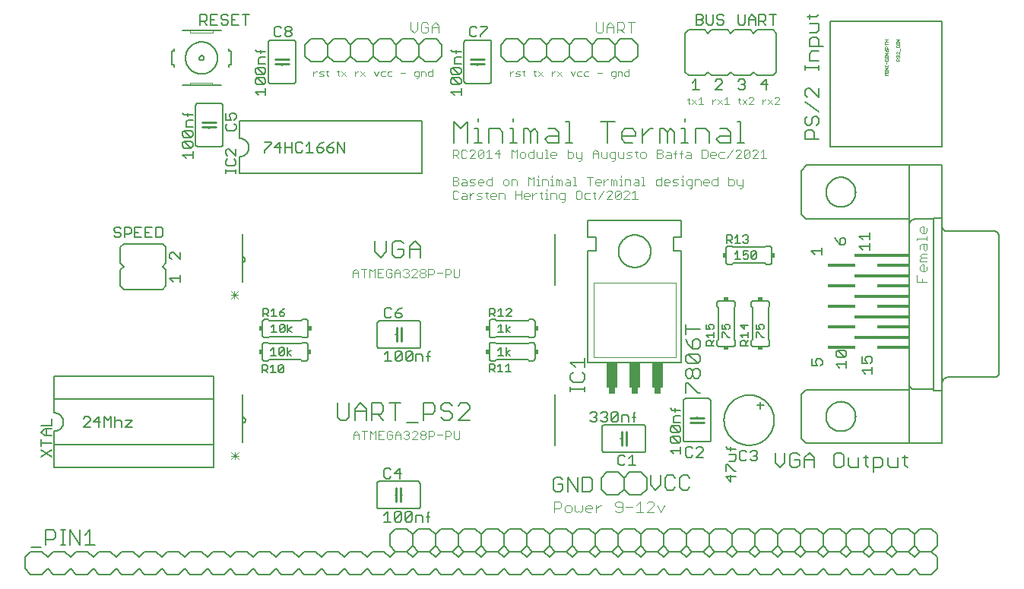
<source format=gto>
G75*
%MOIN*%
%OFA0B0*%
%FSLAX25Y25*%
%IPPOS*%
%LPD*%
%AMOC8*
5,1,8,0,0,1.08239X$1,22.5*
%
%ADD10C,0.00600*%
%ADD11C,0.00800*%
%ADD12C,0.00300*%
%ADD13C,0.00500*%
%ADD14C,0.00400*%
%ADD15R,0.24016X0.01575*%
%ADD16R,0.14173X0.01575*%
%ADD17R,0.12205X0.01575*%
%ADD18C,0.00700*%
%ADD19C,0.00100*%
%ADD20C,0.00200*%
%ADD21C,0.01000*%
%ADD22R,0.01500X0.02000*%
%ADD23R,0.02000X0.01500*%
%ADD24R,0.03000X0.02500*%
%ADD25R,0.05000X0.11000*%
D10*
X0006708Y0007436D02*
X0011708Y0007436D01*
X0014208Y0009936D01*
X0016708Y0007436D01*
X0021708Y0007436D01*
X0024208Y0009936D01*
X0026708Y0007436D01*
X0031708Y0007436D01*
X0034208Y0009936D01*
X0036708Y0007436D01*
X0041708Y0007436D01*
X0044208Y0009936D01*
X0046708Y0007436D01*
X0051708Y0007436D01*
X0054208Y0009936D01*
X0056708Y0007436D01*
X0061708Y0007436D01*
X0064208Y0009936D01*
X0066708Y0007436D01*
X0071708Y0007436D01*
X0074208Y0009936D01*
X0076708Y0007436D01*
X0081708Y0007436D01*
X0084208Y0009936D01*
X0086708Y0007436D01*
X0091708Y0007436D01*
X0094208Y0009936D01*
X0096708Y0007436D01*
X0101708Y0007436D01*
X0104208Y0009936D01*
X0106708Y0007436D01*
X0111708Y0007436D01*
X0114208Y0009936D01*
X0116708Y0007436D01*
X0121708Y0007436D01*
X0124208Y0009936D01*
X0126708Y0007436D01*
X0131708Y0007436D01*
X0134208Y0009936D01*
X0136708Y0007436D01*
X0141708Y0007436D01*
X0144208Y0009936D01*
X0146708Y0007436D01*
X0151708Y0007436D01*
X0154208Y0009936D01*
X0156708Y0007436D01*
X0161708Y0007436D01*
X0164208Y0009936D01*
X0166708Y0007436D01*
X0171708Y0007436D01*
X0174208Y0009936D01*
X0176708Y0007436D01*
X0181708Y0007436D01*
X0184208Y0009936D01*
X0186708Y0007436D01*
X0191708Y0007436D01*
X0194208Y0009936D01*
X0196708Y0007436D01*
X0201708Y0007436D01*
X0204208Y0009936D01*
X0206708Y0007436D01*
X0211708Y0007436D01*
X0214208Y0009936D01*
X0216708Y0007436D01*
X0221708Y0007436D01*
X0224208Y0009936D01*
X0226708Y0007436D01*
X0231708Y0007436D01*
X0234208Y0009936D01*
X0236708Y0007436D01*
X0241708Y0007436D01*
X0244208Y0009936D01*
X0246708Y0007436D01*
X0251708Y0007436D01*
X0254208Y0009936D01*
X0256708Y0007436D01*
X0261708Y0007436D01*
X0264208Y0009936D01*
X0266708Y0007436D01*
X0271708Y0007436D01*
X0274208Y0009936D01*
X0276708Y0007436D01*
X0281708Y0007436D01*
X0284208Y0009936D01*
X0286708Y0007436D01*
X0291708Y0007436D01*
X0294208Y0009936D01*
X0296708Y0007436D01*
X0301708Y0007436D01*
X0304208Y0009936D01*
X0306708Y0007436D01*
X0311708Y0007436D01*
X0314208Y0009936D01*
X0316708Y0007436D01*
X0321708Y0007436D01*
X0324208Y0009936D01*
X0326708Y0007436D01*
X0331708Y0007436D01*
X0334208Y0009936D01*
X0336708Y0007436D01*
X0341708Y0007436D01*
X0344208Y0009936D01*
X0346708Y0007436D01*
X0351708Y0007436D01*
X0354208Y0009936D01*
X0356708Y0007436D01*
X0361708Y0007436D01*
X0364208Y0009936D01*
X0366708Y0007436D01*
X0371708Y0007436D01*
X0374208Y0009936D01*
X0376708Y0007436D01*
X0381708Y0007436D01*
X0384208Y0009936D01*
X0386708Y0007436D01*
X0391708Y0007436D01*
X0394208Y0009936D01*
X0396708Y0007436D01*
X0401708Y0007436D01*
X0404208Y0009936D01*
X0404208Y0014936D01*
X0401708Y0017436D01*
X0396708Y0017436D01*
X0394208Y0014936D01*
X0391708Y0017436D01*
X0386708Y0017436D01*
X0384208Y0014936D01*
X0381708Y0017436D01*
X0376708Y0017436D01*
X0374208Y0014936D01*
X0371708Y0017436D01*
X0366708Y0017436D01*
X0364208Y0014936D01*
X0361708Y0017436D01*
X0356708Y0017436D01*
X0354208Y0014936D01*
X0351708Y0017436D01*
X0346708Y0017436D01*
X0344208Y0014936D01*
X0341708Y0017436D01*
X0336708Y0017436D01*
X0334208Y0014936D01*
X0331708Y0017436D01*
X0326708Y0017436D01*
X0324208Y0014936D01*
X0321708Y0017436D01*
X0316708Y0017436D01*
X0314208Y0014936D01*
X0311708Y0017436D01*
X0306708Y0017436D01*
X0304208Y0014936D01*
X0301708Y0017436D01*
X0296708Y0017436D01*
X0294208Y0014936D01*
X0291708Y0017436D01*
X0286708Y0017436D01*
X0284208Y0014936D01*
X0281708Y0017436D01*
X0276708Y0017436D01*
X0274208Y0014936D01*
X0271708Y0017436D01*
X0266708Y0017436D01*
X0264208Y0014936D01*
X0261708Y0017436D01*
X0256708Y0017436D01*
X0254208Y0014936D01*
X0251708Y0017436D01*
X0246708Y0017436D01*
X0244208Y0014936D01*
X0241708Y0017436D01*
X0236708Y0017436D01*
X0234208Y0014936D01*
X0231708Y0017436D01*
X0226708Y0017436D01*
X0224208Y0014936D01*
X0221708Y0017436D01*
X0216708Y0017436D01*
X0214208Y0014936D01*
X0211708Y0017436D01*
X0206708Y0017436D01*
X0204208Y0014936D01*
X0201708Y0017436D01*
X0196708Y0017436D01*
X0194208Y0014936D01*
X0191708Y0017436D01*
X0186708Y0017436D01*
X0184208Y0014936D01*
X0181708Y0017436D01*
X0176708Y0017436D01*
X0174208Y0014936D01*
X0171708Y0017436D01*
X0166708Y0017436D01*
X0164208Y0014936D01*
X0161708Y0017436D01*
X0156708Y0017436D01*
X0154208Y0014936D01*
X0151708Y0017436D01*
X0146708Y0017436D01*
X0144208Y0014936D01*
X0141708Y0017436D01*
X0136708Y0017436D01*
X0134208Y0014936D01*
X0131708Y0017436D01*
X0126708Y0017436D01*
X0124208Y0014936D01*
X0121708Y0017436D01*
X0116708Y0017436D01*
X0114208Y0014936D01*
X0111708Y0017436D01*
X0106708Y0017436D01*
X0104208Y0014936D01*
X0101708Y0017436D01*
X0096708Y0017436D01*
X0094208Y0014936D01*
X0091708Y0017436D01*
X0086708Y0017436D01*
X0084208Y0014936D01*
X0081708Y0017436D01*
X0076708Y0017436D01*
X0074208Y0014936D01*
X0071708Y0017436D01*
X0066708Y0017436D01*
X0064208Y0014936D01*
X0061708Y0017436D01*
X0056708Y0017436D01*
X0054208Y0014936D01*
X0051708Y0017436D01*
X0046708Y0017436D01*
X0044208Y0014936D01*
X0041708Y0017436D01*
X0036708Y0017436D01*
X0034208Y0014936D01*
X0031708Y0017436D01*
X0026708Y0017436D01*
X0024208Y0014936D01*
X0021708Y0017436D01*
X0016708Y0017436D01*
X0014208Y0014936D01*
X0011708Y0017436D01*
X0006708Y0017436D01*
X0004208Y0014936D01*
X0004208Y0009936D01*
X0006708Y0007436D01*
X0006831Y0019346D02*
X0011101Y0019346D01*
X0013276Y0020413D02*
X0013276Y0026819D01*
X0016479Y0026819D01*
X0017547Y0025751D01*
X0017547Y0023616D01*
X0016479Y0022549D01*
X0013276Y0022549D01*
X0019722Y0020413D02*
X0021857Y0020413D01*
X0020789Y0020413D02*
X0020789Y0026819D01*
X0019722Y0026819D02*
X0021857Y0026819D01*
X0024019Y0026819D02*
X0028289Y0020413D01*
X0028289Y0026819D01*
X0030464Y0024684D02*
X0032599Y0026819D01*
X0032599Y0020413D01*
X0030464Y0020413D02*
X0034735Y0020413D01*
X0024019Y0020413D02*
X0024019Y0026819D01*
X0017003Y0054247D02*
X0017003Y0064247D01*
X0017003Y0070247D01*
X0017129Y0070249D01*
X0017254Y0070255D01*
X0017379Y0070265D01*
X0017504Y0070279D01*
X0017629Y0070296D01*
X0017753Y0070318D01*
X0017876Y0070343D01*
X0017998Y0070373D01*
X0018119Y0070406D01*
X0018239Y0070443D01*
X0018358Y0070483D01*
X0018475Y0070528D01*
X0018592Y0070576D01*
X0018706Y0070628D01*
X0018819Y0070683D01*
X0018930Y0070742D01*
X0019039Y0070804D01*
X0019146Y0070870D01*
X0019251Y0070939D01*
X0019354Y0071011D01*
X0019455Y0071086D01*
X0019553Y0071165D01*
X0019648Y0071247D01*
X0019741Y0071331D01*
X0019831Y0071419D01*
X0019919Y0071509D01*
X0020003Y0071602D01*
X0020085Y0071697D01*
X0020164Y0071795D01*
X0020239Y0071896D01*
X0020311Y0071999D01*
X0020380Y0072104D01*
X0020446Y0072211D01*
X0020508Y0072320D01*
X0020567Y0072431D01*
X0020622Y0072544D01*
X0020674Y0072658D01*
X0020722Y0072775D01*
X0020767Y0072892D01*
X0020807Y0073011D01*
X0020844Y0073131D01*
X0020877Y0073252D01*
X0020907Y0073374D01*
X0020932Y0073497D01*
X0020954Y0073621D01*
X0020971Y0073746D01*
X0020985Y0073871D01*
X0020995Y0073996D01*
X0021001Y0074121D01*
X0021003Y0074247D01*
X0021001Y0074373D01*
X0020995Y0074498D01*
X0020985Y0074623D01*
X0020971Y0074748D01*
X0020954Y0074873D01*
X0020932Y0074997D01*
X0020907Y0075120D01*
X0020877Y0075242D01*
X0020844Y0075363D01*
X0020807Y0075483D01*
X0020767Y0075602D01*
X0020722Y0075719D01*
X0020674Y0075836D01*
X0020622Y0075950D01*
X0020567Y0076063D01*
X0020508Y0076174D01*
X0020446Y0076283D01*
X0020380Y0076390D01*
X0020311Y0076495D01*
X0020239Y0076598D01*
X0020164Y0076699D01*
X0020085Y0076797D01*
X0020003Y0076892D01*
X0019919Y0076985D01*
X0019831Y0077075D01*
X0019741Y0077163D01*
X0019648Y0077247D01*
X0019553Y0077329D01*
X0019455Y0077408D01*
X0019354Y0077483D01*
X0019251Y0077555D01*
X0019146Y0077624D01*
X0019039Y0077690D01*
X0018930Y0077752D01*
X0018819Y0077811D01*
X0018706Y0077866D01*
X0018592Y0077918D01*
X0018475Y0077966D01*
X0018358Y0078011D01*
X0018239Y0078051D01*
X0018119Y0078088D01*
X0017998Y0078121D01*
X0017876Y0078151D01*
X0017753Y0078176D01*
X0017629Y0078198D01*
X0017504Y0078215D01*
X0017379Y0078229D01*
X0017254Y0078239D01*
X0017129Y0078245D01*
X0017003Y0078247D01*
X0017003Y0084247D01*
X0087003Y0084247D01*
X0087003Y0064247D01*
X0087003Y0054247D01*
X0017003Y0054247D01*
X0017003Y0064247D02*
X0087003Y0064247D01*
X0099645Y0065235D02*
X0099645Y0073835D01*
X0099645Y0076235D01*
X0099645Y0086235D01*
X0087003Y0084247D02*
X0087003Y0094247D01*
X0017003Y0094247D01*
X0017003Y0084247D01*
X0047401Y0132436D02*
X0045901Y0133936D01*
X0045901Y0140936D01*
X0047401Y0142436D01*
X0045901Y0143936D01*
X0045901Y0150936D01*
X0047401Y0152436D01*
X0064401Y0152436D01*
X0065901Y0150936D01*
X0065901Y0143936D01*
X0064401Y0142436D01*
X0065901Y0140936D01*
X0065901Y0133936D01*
X0064401Y0132436D01*
X0047401Y0132436D01*
X0099448Y0135746D02*
X0099448Y0144346D01*
X0099448Y0146746D01*
X0099448Y0156746D01*
X0099448Y0146746D02*
X0099517Y0146744D01*
X0099585Y0146738D01*
X0099653Y0146728D01*
X0099720Y0146715D01*
X0099786Y0146697D01*
X0099851Y0146676D01*
X0099915Y0146651D01*
X0099977Y0146623D01*
X0100038Y0146591D01*
X0100097Y0146556D01*
X0100153Y0146517D01*
X0100208Y0146475D01*
X0100259Y0146430D01*
X0100309Y0146382D01*
X0100355Y0146332D01*
X0100398Y0146279D01*
X0100439Y0146223D01*
X0100476Y0146166D01*
X0100509Y0146106D01*
X0100540Y0146044D01*
X0100566Y0145981D01*
X0100589Y0145917D01*
X0100609Y0145851D01*
X0100624Y0145784D01*
X0100636Y0145717D01*
X0100644Y0145649D01*
X0100648Y0145580D01*
X0100648Y0145512D01*
X0100644Y0145443D01*
X0100636Y0145375D01*
X0100624Y0145308D01*
X0100609Y0145241D01*
X0100589Y0145175D01*
X0100566Y0145111D01*
X0100540Y0145048D01*
X0100509Y0144986D01*
X0100476Y0144926D01*
X0100439Y0144869D01*
X0100398Y0144813D01*
X0100355Y0144760D01*
X0100309Y0144710D01*
X0100259Y0144662D01*
X0100208Y0144617D01*
X0100153Y0144575D01*
X0100097Y0144536D01*
X0100038Y0144501D01*
X0099977Y0144469D01*
X0099915Y0144441D01*
X0099851Y0144416D01*
X0099786Y0144395D01*
X0099720Y0144377D01*
X0099653Y0144364D01*
X0099585Y0144354D01*
X0099517Y0144348D01*
X0099448Y0144346D01*
X0109342Y0119231D02*
X0110842Y0119231D01*
X0111342Y0118731D01*
X0125342Y0118731D01*
X0125842Y0119231D01*
X0127342Y0119231D01*
X0127402Y0119229D01*
X0127463Y0119224D01*
X0127522Y0119215D01*
X0127581Y0119202D01*
X0127640Y0119186D01*
X0127697Y0119166D01*
X0127752Y0119143D01*
X0127807Y0119116D01*
X0127859Y0119087D01*
X0127910Y0119054D01*
X0127959Y0119018D01*
X0128005Y0118980D01*
X0128049Y0118938D01*
X0128091Y0118894D01*
X0128129Y0118848D01*
X0128165Y0118799D01*
X0128198Y0118748D01*
X0128227Y0118696D01*
X0128254Y0118641D01*
X0128277Y0118586D01*
X0128297Y0118529D01*
X0128313Y0118470D01*
X0128326Y0118411D01*
X0128335Y0118352D01*
X0128340Y0118291D01*
X0128342Y0118231D01*
X0128342Y0112231D01*
X0128340Y0112171D01*
X0128335Y0112110D01*
X0128326Y0112051D01*
X0128313Y0111992D01*
X0128297Y0111933D01*
X0128277Y0111876D01*
X0128254Y0111821D01*
X0128227Y0111766D01*
X0128198Y0111714D01*
X0128165Y0111663D01*
X0128129Y0111614D01*
X0128091Y0111568D01*
X0128049Y0111524D01*
X0128005Y0111482D01*
X0127959Y0111444D01*
X0127910Y0111408D01*
X0127859Y0111375D01*
X0127807Y0111346D01*
X0127752Y0111319D01*
X0127697Y0111296D01*
X0127640Y0111276D01*
X0127581Y0111260D01*
X0127522Y0111247D01*
X0127463Y0111238D01*
X0127402Y0111233D01*
X0127342Y0111231D01*
X0125842Y0111231D01*
X0125342Y0111731D01*
X0111342Y0111731D01*
X0110842Y0111231D01*
X0109342Y0111231D01*
X0109282Y0111233D01*
X0109221Y0111238D01*
X0109162Y0111247D01*
X0109103Y0111260D01*
X0109044Y0111276D01*
X0108987Y0111296D01*
X0108932Y0111319D01*
X0108877Y0111346D01*
X0108825Y0111375D01*
X0108774Y0111408D01*
X0108725Y0111444D01*
X0108679Y0111482D01*
X0108635Y0111524D01*
X0108593Y0111568D01*
X0108555Y0111614D01*
X0108519Y0111663D01*
X0108486Y0111714D01*
X0108457Y0111766D01*
X0108430Y0111821D01*
X0108407Y0111876D01*
X0108387Y0111933D01*
X0108371Y0111992D01*
X0108358Y0112051D01*
X0108349Y0112110D01*
X0108344Y0112171D01*
X0108342Y0112231D01*
X0108342Y0118231D01*
X0108344Y0118291D01*
X0108349Y0118352D01*
X0108358Y0118411D01*
X0108371Y0118470D01*
X0108387Y0118529D01*
X0108407Y0118586D01*
X0108430Y0118641D01*
X0108457Y0118696D01*
X0108486Y0118748D01*
X0108519Y0118799D01*
X0108555Y0118848D01*
X0108593Y0118894D01*
X0108635Y0118938D01*
X0108679Y0118980D01*
X0108725Y0119018D01*
X0108774Y0119054D01*
X0108825Y0119087D01*
X0108877Y0119116D01*
X0108932Y0119143D01*
X0108987Y0119166D01*
X0109044Y0119186D01*
X0109103Y0119202D01*
X0109162Y0119215D01*
X0109221Y0119224D01*
X0109282Y0119229D01*
X0109342Y0119231D01*
X0109145Y0109113D02*
X0110645Y0109113D01*
X0111145Y0108613D01*
X0125145Y0108613D01*
X0125645Y0109113D01*
X0127145Y0109113D01*
X0127205Y0109111D01*
X0127266Y0109106D01*
X0127325Y0109097D01*
X0127384Y0109084D01*
X0127443Y0109068D01*
X0127500Y0109048D01*
X0127555Y0109025D01*
X0127610Y0108998D01*
X0127662Y0108969D01*
X0127713Y0108936D01*
X0127762Y0108900D01*
X0127808Y0108862D01*
X0127852Y0108820D01*
X0127894Y0108776D01*
X0127932Y0108730D01*
X0127968Y0108681D01*
X0128001Y0108630D01*
X0128030Y0108578D01*
X0128057Y0108523D01*
X0128080Y0108468D01*
X0128100Y0108411D01*
X0128116Y0108352D01*
X0128129Y0108293D01*
X0128138Y0108234D01*
X0128143Y0108173D01*
X0128145Y0108113D01*
X0128145Y0102113D01*
X0128143Y0102053D01*
X0128138Y0101992D01*
X0128129Y0101933D01*
X0128116Y0101874D01*
X0128100Y0101815D01*
X0128080Y0101758D01*
X0128057Y0101703D01*
X0128030Y0101648D01*
X0128001Y0101596D01*
X0127968Y0101545D01*
X0127932Y0101496D01*
X0127894Y0101450D01*
X0127852Y0101406D01*
X0127808Y0101364D01*
X0127762Y0101326D01*
X0127713Y0101290D01*
X0127662Y0101257D01*
X0127610Y0101228D01*
X0127555Y0101201D01*
X0127500Y0101178D01*
X0127443Y0101158D01*
X0127384Y0101142D01*
X0127325Y0101129D01*
X0127266Y0101120D01*
X0127205Y0101115D01*
X0127145Y0101113D01*
X0125645Y0101113D01*
X0125145Y0101613D01*
X0111145Y0101613D01*
X0110645Y0101113D01*
X0109145Y0101113D01*
X0109085Y0101115D01*
X0109024Y0101120D01*
X0108965Y0101129D01*
X0108906Y0101142D01*
X0108847Y0101158D01*
X0108790Y0101178D01*
X0108735Y0101201D01*
X0108680Y0101228D01*
X0108628Y0101257D01*
X0108577Y0101290D01*
X0108528Y0101326D01*
X0108482Y0101364D01*
X0108438Y0101406D01*
X0108396Y0101450D01*
X0108358Y0101496D01*
X0108322Y0101545D01*
X0108289Y0101596D01*
X0108260Y0101648D01*
X0108233Y0101703D01*
X0108210Y0101758D01*
X0108190Y0101815D01*
X0108174Y0101874D01*
X0108161Y0101933D01*
X0108152Y0101992D01*
X0108147Y0102053D01*
X0108145Y0102113D01*
X0108145Y0108113D01*
X0108147Y0108173D01*
X0108152Y0108234D01*
X0108161Y0108293D01*
X0108174Y0108352D01*
X0108190Y0108411D01*
X0108210Y0108468D01*
X0108233Y0108523D01*
X0108260Y0108578D01*
X0108289Y0108630D01*
X0108322Y0108681D01*
X0108358Y0108730D01*
X0108396Y0108776D01*
X0108438Y0108820D01*
X0108482Y0108862D01*
X0108528Y0108900D01*
X0108577Y0108936D01*
X0108628Y0108969D01*
X0108680Y0108998D01*
X0108735Y0109025D01*
X0108790Y0109048D01*
X0108847Y0109068D01*
X0108906Y0109084D01*
X0108965Y0109097D01*
X0109024Y0109106D01*
X0109085Y0109111D01*
X0109145Y0109113D01*
X0158606Y0107594D02*
X0158606Y0117594D01*
X0158608Y0117654D01*
X0158613Y0117715D01*
X0158622Y0117774D01*
X0158635Y0117833D01*
X0158651Y0117892D01*
X0158671Y0117949D01*
X0158694Y0118004D01*
X0158721Y0118059D01*
X0158750Y0118111D01*
X0158783Y0118162D01*
X0158819Y0118211D01*
X0158857Y0118257D01*
X0158899Y0118301D01*
X0158943Y0118343D01*
X0158989Y0118381D01*
X0159038Y0118417D01*
X0159089Y0118450D01*
X0159141Y0118479D01*
X0159196Y0118506D01*
X0159251Y0118529D01*
X0159308Y0118549D01*
X0159367Y0118565D01*
X0159426Y0118578D01*
X0159485Y0118587D01*
X0159546Y0118592D01*
X0159606Y0118594D01*
X0176606Y0118594D01*
X0176666Y0118592D01*
X0176727Y0118587D01*
X0176786Y0118578D01*
X0176845Y0118565D01*
X0176904Y0118549D01*
X0176961Y0118529D01*
X0177016Y0118506D01*
X0177071Y0118479D01*
X0177123Y0118450D01*
X0177174Y0118417D01*
X0177223Y0118381D01*
X0177269Y0118343D01*
X0177313Y0118301D01*
X0177355Y0118257D01*
X0177393Y0118211D01*
X0177429Y0118162D01*
X0177462Y0118111D01*
X0177491Y0118059D01*
X0177518Y0118004D01*
X0177541Y0117949D01*
X0177561Y0117892D01*
X0177577Y0117833D01*
X0177590Y0117774D01*
X0177599Y0117715D01*
X0177604Y0117654D01*
X0177606Y0117594D01*
X0177606Y0107594D01*
X0177604Y0107534D01*
X0177599Y0107473D01*
X0177590Y0107414D01*
X0177577Y0107355D01*
X0177561Y0107296D01*
X0177541Y0107239D01*
X0177518Y0107184D01*
X0177491Y0107129D01*
X0177462Y0107077D01*
X0177429Y0107026D01*
X0177393Y0106977D01*
X0177355Y0106931D01*
X0177313Y0106887D01*
X0177269Y0106845D01*
X0177223Y0106807D01*
X0177174Y0106771D01*
X0177123Y0106738D01*
X0177071Y0106709D01*
X0177016Y0106682D01*
X0176961Y0106659D01*
X0176904Y0106639D01*
X0176845Y0106623D01*
X0176786Y0106610D01*
X0176727Y0106601D01*
X0176666Y0106596D01*
X0176606Y0106594D01*
X0159606Y0106594D01*
X0159546Y0106596D01*
X0159485Y0106601D01*
X0159426Y0106610D01*
X0159367Y0106623D01*
X0159308Y0106639D01*
X0159251Y0106659D01*
X0159196Y0106682D01*
X0159141Y0106709D01*
X0159089Y0106738D01*
X0159038Y0106771D01*
X0158989Y0106807D01*
X0158943Y0106845D01*
X0158899Y0106887D01*
X0158857Y0106931D01*
X0158819Y0106977D01*
X0158783Y0107026D01*
X0158750Y0107077D01*
X0158721Y0107129D01*
X0158694Y0107184D01*
X0158671Y0107239D01*
X0158651Y0107296D01*
X0158635Y0107355D01*
X0158622Y0107414D01*
X0158613Y0107473D01*
X0158608Y0107534D01*
X0158606Y0107594D01*
X0166606Y0112594D02*
X0167106Y0112594D01*
X0169106Y0112594D02*
X0169606Y0112594D01*
X0207751Y0112231D02*
X0207751Y0118231D01*
X0207753Y0118291D01*
X0207758Y0118352D01*
X0207767Y0118411D01*
X0207780Y0118470D01*
X0207796Y0118529D01*
X0207816Y0118586D01*
X0207839Y0118641D01*
X0207866Y0118696D01*
X0207895Y0118748D01*
X0207928Y0118799D01*
X0207964Y0118848D01*
X0208002Y0118894D01*
X0208044Y0118938D01*
X0208088Y0118980D01*
X0208134Y0119018D01*
X0208183Y0119054D01*
X0208234Y0119087D01*
X0208286Y0119116D01*
X0208341Y0119143D01*
X0208396Y0119166D01*
X0208453Y0119186D01*
X0208512Y0119202D01*
X0208571Y0119215D01*
X0208630Y0119224D01*
X0208691Y0119229D01*
X0208751Y0119231D01*
X0210251Y0119231D01*
X0210751Y0118731D01*
X0224751Y0118731D01*
X0225251Y0119231D01*
X0226751Y0119231D01*
X0226811Y0119229D01*
X0226872Y0119224D01*
X0226931Y0119215D01*
X0226990Y0119202D01*
X0227049Y0119186D01*
X0227106Y0119166D01*
X0227161Y0119143D01*
X0227216Y0119116D01*
X0227268Y0119087D01*
X0227319Y0119054D01*
X0227368Y0119018D01*
X0227414Y0118980D01*
X0227458Y0118938D01*
X0227500Y0118894D01*
X0227538Y0118848D01*
X0227574Y0118799D01*
X0227607Y0118748D01*
X0227636Y0118696D01*
X0227663Y0118641D01*
X0227686Y0118586D01*
X0227706Y0118529D01*
X0227722Y0118470D01*
X0227735Y0118411D01*
X0227744Y0118352D01*
X0227749Y0118291D01*
X0227751Y0118231D01*
X0227751Y0112231D01*
X0227749Y0112171D01*
X0227744Y0112110D01*
X0227735Y0112051D01*
X0227722Y0111992D01*
X0227706Y0111933D01*
X0227686Y0111876D01*
X0227663Y0111821D01*
X0227636Y0111766D01*
X0227607Y0111714D01*
X0227574Y0111663D01*
X0227538Y0111614D01*
X0227500Y0111568D01*
X0227458Y0111524D01*
X0227414Y0111482D01*
X0227368Y0111444D01*
X0227319Y0111408D01*
X0227268Y0111375D01*
X0227216Y0111346D01*
X0227161Y0111319D01*
X0227106Y0111296D01*
X0227049Y0111276D01*
X0226990Y0111260D01*
X0226931Y0111247D01*
X0226872Y0111238D01*
X0226811Y0111233D01*
X0226751Y0111231D01*
X0225251Y0111231D01*
X0224751Y0111731D01*
X0210751Y0111731D01*
X0210251Y0111231D01*
X0208751Y0111231D01*
X0208691Y0111233D01*
X0208630Y0111238D01*
X0208571Y0111247D01*
X0208512Y0111260D01*
X0208453Y0111276D01*
X0208396Y0111296D01*
X0208341Y0111319D01*
X0208286Y0111346D01*
X0208234Y0111375D01*
X0208183Y0111408D01*
X0208134Y0111444D01*
X0208088Y0111482D01*
X0208044Y0111524D01*
X0208002Y0111568D01*
X0207964Y0111614D01*
X0207928Y0111663D01*
X0207895Y0111714D01*
X0207866Y0111766D01*
X0207839Y0111821D01*
X0207816Y0111876D01*
X0207796Y0111933D01*
X0207780Y0111992D01*
X0207767Y0112051D01*
X0207758Y0112110D01*
X0207753Y0112171D01*
X0207751Y0112231D01*
X0208751Y0109113D02*
X0210251Y0109113D01*
X0210751Y0108613D01*
X0224751Y0108613D01*
X0225251Y0109113D01*
X0226751Y0109113D01*
X0226811Y0109111D01*
X0226872Y0109106D01*
X0226931Y0109097D01*
X0226990Y0109084D01*
X0227049Y0109068D01*
X0227106Y0109048D01*
X0227161Y0109025D01*
X0227216Y0108998D01*
X0227268Y0108969D01*
X0227319Y0108936D01*
X0227368Y0108900D01*
X0227414Y0108862D01*
X0227458Y0108820D01*
X0227500Y0108776D01*
X0227538Y0108730D01*
X0227574Y0108681D01*
X0227607Y0108630D01*
X0227636Y0108578D01*
X0227663Y0108523D01*
X0227686Y0108468D01*
X0227706Y0108411D01*
X0227722Y0108352D01*
X0227735Y0108293D01*
X0227744Y0108234D01*
X0227749Y0108173D01*
X0227751Y0108113D01*
X0227751Y0102113D01*
X0227749Y0102053D01*
X0227744Y0101992D01*
X0227735Y0101933D01*
X0227722Y0101874D01*
X0227706Y0101815D01*
X0227686Y0101758D01*
X0227663Y0101703D01*
X0227636Y0101648D01*
X0227607Y0101596D01*
X0227574Y0101545D01*
X0227538Y0101496D01*
X0227500Y0101450D01*
X0227458Y0101406D01*
X0227414Y0101364D01*
X0227368Y0101326D01*
X0227319Y0101290D01*
X0227268Y0101257D01*
X0227216Y0101228D01*
X0227161Y0101201D01*
X0227106Y0101178D01*
X0227049Y0101158D01*
X0226990Y0101142D01*
X0226931Y0101129D01*
X0226872Y0101120D01*
X0226811Y0101115D01*
X0226751Y0101113D01*
X0225251Y0101113D01*
X0224751Y0101613D01*
X0210751Y0101613D01*
X0210251Y0101113D01*
X0208751Y0101113D01*
X0208691Y0101115D01*
X0208630Y0101120D01*
X0208571Y0101129D01*
X0208512Y0101142D01*
X0208453Y0101158D01*
X0208396Y0101178D01*
X0208341Y0101201D01*
X0208286Y0101228D01*
X0208234Y0101257D01*
X0208183Y0101290D01*
X0208134Y0101326D01*
X0208088Y0101364D01*
X0208044Y0101406D01*
X0208002Y0101450D01*
X0207964Y0101496D01*
X0207928Y0101545D01*
X0207895Y0101596D01*
X0207866Y0101648D01*
X0207839Y0101703D01*
X0207816Y0101758D01*
X0207796Y0101815D01*
X0207780Y0101874D01*
X0207767Y0101933D01*
X0207758Y0101992D01*
X0207753Y0102053D01*
X0207751Y0102113D01*
X0207751Y0108113D01*
X0207753Y0108173D01*
X0207758Y0108234D01*
X0207767Y0108293D01*
X0207780Y0108352D01*
X0207796Y0108411D01*
X0207816Y0108468D01*
X0207839Y0108523D01*
X0207866Y0108578D01*
X0207895Y0108630D01*
X0207928Y0108681D01*
X0207964Y0108730D01*
X0208002Y0108776D01*
X0208044Y0108820D01*
X0208088Y0108862D01*
X0208134Y0108900D01*
X0208183Y0108936D01*
X0208234Y0108969D01*
X0208286Y0108998D01*
X0208341Y0109025D01*
X0208396Y0109048D01*
X0208453Y0109068D01*
X0208512Y0109084D01*
X0208571Y0109097D01*
X0208630Y0109106D01*
X0208691Y0109111D01*
X0208751Y0109113D01*
X0236645Y0086235D02*
X0236645Y0063835D01*
X0236790Y0050134D02*
X0235723Y0049066D01*
X0235723Y0044796D01*
X0236790Y0043728D01*
X0238925Y0043728D01*
X0239993Y0044796D01*
X0239993Y0046931D01*
X0237858Y0046931D01*
X0239993Y0049066D02*
X0238925Y0050134D01*
X0236790Y0050134D01*
X0242168Y0050134D02*
X0246438Y0043728D01*
X0246438Y0050134D01*
X0248614Y0050134D02*
X0251816Y0050134D01*
X0252884Y0049066D01*
X0252884Y0044796D01*
X0251816Y0043728D01*
X0248614Y0043728D01*
X0248614Y0050134D01*
X0242168Y0050134D02*
X0242168Y0043728D01*
X0256767Y0044779D02*
X0259267Y0042279D01*
X0264267Y0042279D01*
X0266767Y0044779D01*
X0266767Y0049779D01*
X0264267Y0052279D01*
X0259267Y0052279D01*
X0256767Y0049779D01*
X0256767Y0044779D01*
X0266767Y0044779D02*
X0269267Y0042279D01*
X0274267Y0042279D01*
X0276767Y0044779D01*
X0276767Y0049779D01*
X0274267Y0052279D01*
X0269267Y0052279D01*
X0266767Y0049779D01*
X0278484Y0050835D02*
X0278484Y0046564D01*
X0280619Y0044429D01*
X0282755Y0046564D01*
X0282755Y0050835D01*
X0284930Y0049767D02*
X0284930Y0045497D01*
X0285997Y0044429D01*
X0288132Y0044429D01*
X0289200Y0045497D01*
X0291375Y0045497D02*
X0292443Y0044429D01*
X0294578Y0044429D01*
X0295646Y0045497D01*
X0291375Y0045497D02*
X0291375Y0049767D01*
X0292443Y0050835D01*
X0294578Y0050835D01*
X0295646Y0049767D01*
X0289200Y0049767D02*
X0288132Y0050835D01*
X0285997Y0050835D01*
X0284930Y0049767D01*
X0275267Y0060964D02*
X0258267Y0060964D01*
X0258207Y0060966D01*
X0258146Y0060971D01*
X0258087Y0060980D01*
X0258028Y0060993D01*
X0257969Y0061009D01*
X0257912Y0061029D01*
X0257857Y0061052D01*
X0257802Y0061079D01*
X0257750Y0061108D01*
X0257699Y0061141D01*
X0257650Y0061177D01*
X0257604Y0061215D01*
X0257560Y0061257D01*
X0257518Y0061301D01*
X0257480Y0061347D01*
X0257444Y0061396D01*
X0257411Y0061447D01*
X0257382Y0061499D01*
X0257355Y0061554D01*
X0257332Y0061609D01*
X0257312Y0061666D01*
X0257296Y0061725D01*
X0257283Y0061784D01*
X0257274Y0061843D01*
X0257269Y0061904D01*
X0257267Y0061964D01*
X0257267Y0071964D01*
X0257269Y0072024D01*
X0257274Y0072085D01*
X0257283Y0072144D01*
X0257296Y0072203D01*
X0257312Y0072262D01*
X0257332Y0072319D01*
X0257355Y0072374D01*
X0257382Y0072429D01*
X0257411Y0072481D01*
X0257444Y0072532D01*
X0257480Y0072581D01*
X0257518Y0072627D01*
X0257560Y0072671D01*
X0257604Y0072713D01*
X0257650Y0072751D01*
X0257699Y0072787D01*
X0257750Y0072820D01*
X0257802Y0072849D01*
X0257857Y0072876D01*
X0257912Y0072899D01*
X0257969Y0072919D01*
X0258028Y0072935D01*
X0258087Y0072948D01*
X0258146Y0072957D01*
X0258207Y0072962D01*
X0258267Y0072964D01*
X0275267Y0072964D01*
X0275327Y0072962D01*
X0275388Y0072957D01*
X0275447Y0072948D01*
X0275506Y0072935D01*
X0275565Y0072919D01*
X0275622Y0072899D01*
X0275677Y0072876D01*
X0275732Y0072849D01*
X0275784Y0072820D01*
X0275835Y0072787D01*
X0275884Y0072751D01*
X0275930Y0072713D01*
X0275974Y0072671D01*
X0276016Y0072627D01*
X0276054Y0072581D01*
X0276090Y0072532D01*
X0276123Y0072481D01*
X0276152Y0072429D01*
X0276179Y0072374D01*
X0276202Y0072319D01*
X0276222Y0072262D01*
X0276238Y0072203D01*
X0276251Y0072144D01*
X0276260Y0072085D01*
X0276265Y0072024D01*
X0276267Y0071964D01*
X0276267Y0061964D01*
X0276265Y0061904D01*
X0276260Y0061843D01*
X0276251Y0061784D01*
X0276238Y0061725D01*
X0276222Y0061666D01*
X0276202Y0061609D01*
X0276179Y0061554D01*
X0276152Y0061499D01*
X0276123Y0061447D01*
X0276090Y0061396D01*
X0276054Y0061347D01*
X0276016Y0061301D01*
X0275974Y0061257D01*
X0275930Y0061215D01*
X0275884Y0061177D01*
X0275835Y0061141D01*
X0275784Y0061108D01*
X0275732Y0061079D01*
X0275677Y0061052D01*
X0275622Y0061029D01*
X0275565Y0061009D01*
X0275506Y0060993D01*
X0275447Y0060980D01*
X0275388Y0060971D01*
X0275327Y0060966D01*
X0275267Y0060964D01*
X0268267Y0066964D02*
X0267767Y0066964D01*
X0265767Y0066964D02*
X0265267Y0066964D01*
X0292854Y0066535D02*
X0292854Y0083535D01*
X0292856Y0083595D01*
X0292861Y0083656D01*
X0292870Y0083715D01*
X0292883Y0083774D01*
X0292899Y0083833D01*
X0292919Y0083890D01*
X0292942Y0083945D01*
X0292969Y0084000D01*
X0292998Y0084052D01*
X0293031Y0084103D01*
X0293067Y0084152D01*
X0293105Y0084198D01*
X0293147Y0084242D01*
X0293191Y0084284D01*
X0293237Y0084322D01*
X0293286Y0084358D01*
X0293337Y0084391D01*
X0293389Y0084420D01*
X0293444Y0084447D01*
X0293499Y0084470D01*
X0293556Y0084490D01*
X0293615Y0084506D01*
X0293674Y0084519D01*
X0293733Y0084528D01*
X0293794Y0084533D01*
X0293854Y0084535D01*
X0303854Y0084535D01*
X0303914Y0084533D01*
X0303975Y0084528D01*
X0304034Y0084519D01*
X0304093Y0084506D01*
X0304152Y0084490D01*
X0304209Y0084470D01*
X0304264Y0084447D01*
X0304319Y0084420D01*
X0304371Y0084391D01*
X0304422Y0084358D01*
X0304471Y0084322D01*
X0304517Y0084284D01*
X0304561Y0084242D01*
X0304603Y0084198D01*
X0304641Y0084152D01*
X0304677Y0084103D01*
X0304710Y0084052D01*
X0304739Y0084000D01*
X0304766Y0083945D01*
X0304789Y0083890D01*
X0304809Y0083833D01*
X0304825Y0083774D01*
X0304838Y0083715D01*
X0304847Y0083656D01*
X0304852Y0083595D01*
X0304854Y0083535D01*
X0304854Y0066535D01*
X0304852Y0066475D01*
X0304847Y0066414D01*
X0304838Y0066355D01*
X0304825Y0066296D01*
X0304809Y0066237D01*
X0304789Y0066180D01*
X0304766Y0066125D01*
X0304739Y0066070D01*
X0304710Y0066018D01*
X0304677Y0065967D01*
X0304641Y0065918D01*
X0304603Y0065872D01*
X0304561Y0065828D01*
X0304517Y0065786D01*
X0304471Y0065748D01*
X0304422Y0065712D01*
X0304371Y0065679D01*
X0304319Y0065650D01*
X0304264Y0065623D01*
X0304209Y0065600D01*
X0304152Y0065580D01*
X0304093Y0065564D01*
X0304034Y0065551D01*
X0303975Y0065542D01*
X0303914Y0065537D01*
X0303854Y0065535D01*
X0293854Y0065535D01*
X0293794Y0065537D01*
X0293733Y0065542D01*
X0293674Y0065551D01*
X0293615Y0065564D01*
X0293556Y0065580D01*
X0293499Y0065600D01*
X0293444Y0065623D01*
X0293389Y0065650D01*
X0293337Y0065679D01*
X0293286Y0065712D01*
X0293237Y0065748D01*
X0293191Y0065786D01*
X0293147Y0065828D01*
X0293105Y0065872D01*
X0293067Y0065918D01*
X0293031Y0065967D01*
X0292998Y0066018D01*
X0292969Y0066070D01*
X0292942Y0066125D01*
X0292919Y0066180D01*
X0292899Y0066237D01*
X0292883Y0066296D01*
X0292870Y0066355D01*
X0292861Y0066414D01*
X0292856Y0066475D01*
X0292854Y0066535D01*
X0298854Y0073535D02*
X0298854Y0074035D01*
X0298854Y0076035D02*
X0298854Y0076535D01*
X0310688Y0075035D02*
X0310691Y0075305D01*
X0310701Y0075575D01*
X0310718Y0075844D01*
X0310741Y0076113D01*
X0310771Y0076382D01*
X0310807Y0076649D01*
X0310850Y0076916D01*
X0310899Y0077181D01*
X0310955Y0077445D01*
X0311018Y0077708D01*
X0311086Y0077969D01*
X0311162Y0078228D01*
X0311243Y0078485D01*
X0311331Y0078741D01*
X0311425Y0078994D01*
X0311525Y0079245D01*
X0311632Y0079493D01*
X0311744Y0079738D01*
X0311863Y0079981D01*
X0311987Y0080220D01*
X0312117Y0080457D01*
X0312253Y0080690D01*
X0312395Y0080920D01*
X0312542Y0081146D01*
X0312695Y0081369D01*
X0312853Y0081588D01*
X0313016Y0081803D01*
X0313185Y0082013D01*
X0313359Y0082220D01*
X0313538Y0082422D01*
X0313721Y0082620D01*
X0313910Y0082813D01*
X0314103Y0083002D01*
X0314301Y0083185D01*
X0314503Y0083364D01*
X0314710Y0083538D01*
X0314920Y0083707D01*
X0315135Y0083870D01*
X0315354Y0084028D01*
X0315577Y0084181D01*
X0315803Y0084328D01*
X0316033Y0084470D01*
X0316266Y0084606D01*
X0316503Y0084736D01*
X0316742Y0084860D01*
X0316985Y0084979D01*
X0317230Y0085091D01*
X0317478Y0085198D01*
X0317729Y0085298D01*
X0317982Y0085392D01*
X0318238Y0085480D01*
X0318495Y0085561D01*
X0318754Y0085637D01*
X0319015Y0085705D01*
X0319278Y0085768D01*
X0319542Y0085824D01*
X0319807Y0085873D01*
X0320074Y0085916D01*
X0320341Y0085952D01*
X0320610Y0085982D01*
X0320879Y0086005D01*
X0321148Y0086022D01*
X0321418Y0086032D01*
X0321688Y0086035D01*
X0321958Y0086032D01*
X0322228Y0086022D01*
X0322497Y0086005D01*
X0322766Y0085982D01*
X0323035Y0085952D01*
X0323302Y0085916D01*
X0323569Y0085873D01*
X0323834Y0085824D01*
X0324098Y0085768D01*
X0324361Y0085705D01*
X0324622Y0085637D01*
X0324881Y0085561D01*
X0325138Y0085480D01*
X0325394Y0085392D01*
X0325647Y0085298D01*
X0325898Y0085198D01*
X0326146Y0085091D01*
X0326391Y0084979D01*
X0326634Y0084860D01*
X0326873Y0084736D01*
X0327110Y0084606D01*
X0327343Y0084470D01*
X0327573Y0084328D01*
X0327799Y0084181D01*
X0328022Y0084028D01*
X0328241Y0083870D01*
X0328456Y0083707D01*
X0328666Y0083538D01*
X0328873Y0083364D01*
X0329075Y0083185D01*
X0329273Y0083002D01*
X0329466Y0082813D01*
X0329655Y0082620D01*
X0329838Y0082422D01*
X0330017Y0082220D01*
X0330191Y0082013D01*
X0330360Y0081803D01*
X0330523Y0081588D01*
X0330681Y0081369D01*
X0330834Y0081146D01*
X0330981Y0080920D01*
X0331123Y0080690D01*
X0331259Y0080457D01*
X0331389Y0080220D01*
X0331513Y0079981D01*
X0331632Y0079738D01*
X0331744Y0079493D01*
X0331851Y0079245D01*
X0331951Y0078994D01*
X0332045Y0078741D01*
X0332133Y0078485D01*
X0332214Y0078228D01*
X0332290Y0077969D01*
X0332358Y0077708D01*
X0332421Y0077445D01*
X0332477Y0077181D01*
X0332526Y0076916D01*
X0332569Y0076649D01*
X0332605Y0076382D01*
X0332635Y0076113D01*
X0332658Y0075844D01*
X0332675Y0075575D01*
X0332685Y0075305D01*
X0332688Y0075035D01*
X0332685Y0074765D01*
X0332675Y0074495D01*
X0332658Y0074226D01*
X0332635Y0073957D01*
X0332605Y0073688D01*
X0332569Y0073421D01*
X0332526Y0073154D01*
X0332477Y0072889D01*
X0332421Y0072625D01*
X0332358Y0072362D01*
X0332290Y0072101D01*
X0332214Y0071842D01*
X0332133Y0071585D01*
X0332045Y0071329D01*
X0331951Y0071076D01*
X0331851Y0070825D01*
X0331744Y0070577D01*
X0331632Y0070332D01*
X0331513Y0070089D01*
X0331389Y0069850D01*
X0331259Y0069613D01*
X0331123Y0069380D01*
X0330981Y0069150D01*
X0330834Y0068924D01*
X0330681Y0068701D01*
X0330523Y0068482D01*
X0330360Y0068267D01*
X0330191Y0068057D01*
X0330017Y0067850D01*
X0329838Y0067648D01*
X0329655Y0067450D01*
X0329466Y0067257D01*
X0329273Y0067068D01*
X0329075Y0066885D01*
X0328873Y0066706D01*
X0328666Y0066532D01*
X0328456Y0066363D01*
X0328241Y0066200D01*
X0328022Y0066042D01*
X0327799Y0065889D01*
X0327573Y0065742D01*
X0327343Y0065600D01*
X0327110Y0065464D01*
X0326873Y0065334D01*
X0326634Y0065210D01*
X0326391Y0065091D01*
X0326146Y0064979D01*
X0325898Y0064872D01*
X0325647Y0064772D01*
X0325394Y0064678D01*
X0325138Y0064590D01*
X0324881Y0064509D01*
X0324622Y0064433D01*
X0324361Y0064365D01*
X0324098Y0064302D01*
X0323834Y0064246D01*
X0323569Y0064197D01*
X0323302Y0064154D01*
X0323035Y0064118D01*
X0322766Y0064088D01*
X0322497Y0064065D01*
X0322228Y0064048D01*
X0321958Y0064038D01*
X0321688Y0064035D01*
X0321418Y0064038D01*
X0321148Y0064048D01*
X0320879Y0064065D01*
X0320610Y0064088D01*
X0320341Y0064118D01*
X0320074Y0064154D01*
X0319807Y0064197D01*
X0319542Y0064246D01*
X0319278Y0064302D01*
X0319015Y0064365D01*
X0318754Y0064433D01*
X0318495Y0064509D01*
X0318238Y0064590D01*
X0317982Y0064678D01*
X0317729Y0064772D01*
X0317478Y0064872D01*
X0317230Y0064979D01*
X0316985Y0065091D01*
X0316742Y0065210D01*
X0316503Y0065334D01*
X0316266Y0065464D01*
X0316033Y0065600D01*
X0315803Y0065742D01*
X0315577Y0065889D01*
X0315354Y0066042D01*
X0315135Y0066200D01*
X0314920Y0066363D01*
X0314710Y0066532D01*
X0314503Y0066706D01*
X0314301Y0066885D01*
X0314103Y0067068D01*
X0313910Y0067257D01*
X0313721Y0067450D01*
X0313538Y0067648D01*
X0313359Y0067850D01*
X0313185Y0068057D01*
X0313016Y0068267D01*
X0312853Y0068482D01*
X0312695Y0068701D01*
X0312542Y0068924D01*
X0312395Y0069150D01*
X0312253Y0069380D01*
X0312117Y0069613D01*
X0311987Y0069850D01*
X0311863Y0070089D01*
X0311744Y0070332D01*
X0311632Y0070577D01*
X0311525Y0070825D01*
X0311425Y0071076D01*
X0311331Y0071329D01*
X0311243Y0071585D01*
X0311162Y0071842D01*
X0311086Y0072101D01*
X0311018Y0072362D01*
X0310955Y0072625D01*
X0310899Y0072889D01*
X0310850Y0073154D01*
X0310807Y0073421D01*
X0310771Y0073688D01*
X0310741Y0073957D01*
X0310718Y0074226D01*
X0310701Y0074495D01*
X0310691Y0074765D01*
X0310688Y0075035D01*
X0325188Y0081535D02*
X0326688Y0081535D01*
X0328188Y0081535D01*
X0326688Y0081535D02*
X0326688Y0080035D01*
X0326688Y0081535D02*
X0326688Y0083035D01*
X0344385Y0086361D02*
X0344385Y0066861D01*
X0346385Y0064861D01*
X0391885Y0064861D01*
X0391885Y0186787D01*
X0406279Y0186861D02*
X0346885Y0186861D01*
X0344385Y0184361D01*
X0344385Y0165361D01*
X0346385Y0163361D01*
X0391885Y0163361D01*
X0394385Y0163212D02*
X0402704Y0163212D01*
X0402704Y0088511D01*
X0402704Y0088011D01*
X0406279Y0088011D01*
X0402704Y0088511D02*
X0394385Y0088511D01*
X0394287Y0088513D01*
X0394189Y0088519D01*
X0394091Y0088528D01*
X0393994Y0088542D01*
X0393897Y0088559D01*
X0393801Y0088580D01*
X0393706Y0088605D01*
X0393612Y0088633D01*
X0393520Y0088666D01*
X0393428Y0088701D01*
X0393338Y0088741D01*
X0393250Y0088783D01*
X0393163Y0088830D01*
X0393079Y0088879D01*
X0392996Y0088932D01*
X0392916Y0088988D01*
X0392837Y0089048D01*
X0392761Y0089110D01*
X0392688Y0089175D01*
X0392617Y0089243D01*
X0392549Y0089314D01*
X0392484Y0089387D01*
X0392422Y0089463D01*
X0392362Y0089542D01*
X0392306Y0089622D01*
X0392253Y0089705D01*
X0392204Y0089789D01*
X0392157Y0089876D01*
X0392115Y0089964D01*
X0392075Y0090054D01*
X0392040Y0090146D01*
X0392007Y0090238D01*
X0391979Y0090332D01*
X0391954Y0090427D01*
X0391933Y0090523D01*
X0391916Y0090620D01*
X0391902Y0090717D01*
X0391893Y0090815D01*
X0391887Y0090913D01*
X0391885Y0091011D01*
X0391885Y0088361D02*
X0346385Y0088361D01*
X0344385Y0086361D01*
X0355385Y0076649D02*
X0355387Y0076810D01*
X0355393Y0076970D01*
X0355403Y0077131D01*
X0355417Y0077291D01*
X0355435Y0077451D01*
X0355456Y0077610D01*
X0355482Y0077769D01*
X0355512Y0077927D01*
X0355545Y0078084D01*
X0355583Y0078241D01*
X0355624Y0078396D01*
X0355669Y0078550D01*
X0355718Y0078703D01*
X0355771Y0078855D01*
X0355827Y0079006D01*
X0355888Y0079155D01*
X0355951Y0079303D01*
X0356019Y0079449D01*
X0356090Y0079593D01*
X0356164Y0079735D01*
X0356242Y0079876D01*
X0356324Y0080014D01*
X0356409Y0080151D01*
X0356497Y0080285D01*
X0356589Y0080417D01*
X0356684Y0080547D01*
X0356782Y0080675D01*
X0356883Y0080800D01*
X0356987Y0080922D01*
X0357094Y0081042D01*
X0357204Y0081159D01*
X0357317Y0081274D01*
X0357433Y0081385D01*
X0357552Y0081494D01*
X0357673Y0081599D01*
X0357797Y0081702D01*
X0357923Y0081802D01*
X0358051Y0081898D01*
X0358182Y0081991D01*
X0358316Y0082081D01*
X0358451Y0082168D01*
X0358589Y0082251D01*
X0358728Y0082331D01*
X0358870Y0082407D01*
X0359013Y0082480D01*
X0359158Y0082549D01*
X0359305Y0082615D01*
X0359453Y0082677D01*
X0359603Y0082735D01*
X0359754Y0082790D01*
X0359907Y0082841D01*
X0360061Y0082888D01*
X0360216Y0082931D01*
X0360372Y0082970D01*
X0360528Y0083006D01*
X0360686Y0083037D01*
X0360844Y0083065D01*
X0361003Y0083089D01*
X0361163Y0083109D01*
X0361323Y0083125D01*
X0361483Y0083137D01*
X0361644Y0083145D01*
X0361805Y0083149D01*
X0361965Y0083149D01*
X0362126Y0083145D01*
X0362287Y0083137D01*
X0362447Y0083125D01*
X0362607Y0083109D01*
X0362767Y0083089D01*
X0362926Y0083065D01*
X0363084Y0083037D01*
X0363242Y0083006D01*
X0363398Y0082970D01*
X0363554Y0082931D01*
X0363709Y0082888D01*
X0363863Y0082841D01*
X0364016Y0082790D01*
X0364167Y0082735D01*
X0364317Y0082677D01*
X0364465Y0082615D01*
X0364612Y0082549D01*
X0364757Y0082480D01*
X0364900Y0082407D01*
X0365042Y0082331D01*
X0365181Y0082251D01*
X0365319Y0082168D01*
X0365454Y0082081D01*
X0365588Y0081991D01*
X0365719Y0081898D01*
X0365847Y0081802D01*
X0365973Y0081702D01*
X0366097Y0081599D01*
X0366218Y0081494D01*
X0366337Y0081385D01*
X0366453Y0081274D01*
X0366566Y0081159D01*
X0366676Y0081042D01*
X0366783Y0080922D01*
X0366887Y0080800D01*
X0366988Y0080675D01*
X0367086Y0080547D01*
X0367181Y0080417D01*
X0367273Y0080285D01*
X0367361Y0080151D01*
X0367446Y0080014D01*
X0367528Y0079876D01*
X0367606Y0079735D01*
X0367680Y0079593D01*
X0367751Y0079449D01*
X0367819Y0079303D01*
X0367882Y0079155D01*
X0367943Y0079006D01*
X0367999Y0078855D01*
X0368052Y0078703D01*
X0368101Y0078550D01*
X0368146Y0078396D01*
X0368187Y0078241D01*
X0368225Y0078084D01*
X0368258Y0077927D01*
X0368288Y0077769D01*
X0368314Y0077610D01*
X0368335Y0077451D01*
X0368353Y0077291D01*
X0368367Y0077131D01*
X0368377Y0076970D01*
X0368383Y0076810D01*
X0368385Y0076649D01*
X0368383Y0076488D01*
X0368377Y0076328D01*
X0368367Y0076167D01*
X0368353Y0076007D01*
X0368335Y0075847D01*
X0368314Y0075688D01*
X0368288Y0075529D01*
X0368258Y0075371D01*
X0368225Y0075214D01*
X0368187Y0075057D01*
X0368146Y0074902D01*
X0368101Y0074748D01*
X0368052Y0074595D01*
X0367999Y0074443D01*
X0367943Y0074292D01*
X0367882Y0074143D01*
X0367819Y0073995D01*
X0367751Y0073849D01*
X0367680Y0073705D01*
X0367606Y0073563D01*
X0367528Y0073422D01*
X0367446Y0073284D01*
X0367361Y0073147D01*
X0367273Y0073013D01*
X0367181Y0072881D01*
X0367086Y0072751D01*
X0366988Y0072623D01*
X0366887Y0072498D01*
X0366783Y0072376D01*
X0366676Y0072256D01*
X0366566Y0072139D01*
X0366453Y0072024D01*
X0366337Y0071913D01*
X0366218Y0071804D01*
X0366097Y0071699D01*
X0365973Y0071596D01*
X0365847Y0071496D01*
X0365719Y0071400D01*
X0365588Y0071307D01*
X0365454Y0071217D01*
X0365319Y0071130D01*
X0365181Y0071047D01*
X0365042Y0070967D01*
X0364900Y0070891D01*
X0364757Y0070818D01*
X0364612Y0070749D01*
X0364465Y0070683D01*
X0364317Y0070621D01*
X0364167Y0070563D01*
X0364016Y0070508D01*
X0363863Y0070457D01*
X0363709Y0070410D01*
X0363554Y0070367D01*
X0363398Y0070328D01*
X0363242Y0070292D01*
X0363084Y0070261D01*
X0362926Y0070233D01*
X0362767Y0070209D01*
X0362607Y0070189D01*
X0362447Y0070173D01*
X0362287Y0070161D01*
X0362126Y0070153D01*
X0361965Y0070149D01*
X0361805Y0070149D01*
X0361644Y0070153D01*
X0361483Y0070161D01*
X0361323Y0070173D01*
X0361163Y0070189D01*
X0361003Y0070209D01*
X0360844Y0070233D01*
X0360686Y0070261D01*
X0360528Y0070292D01*
X0360372Y0070328D01*
X0360216Y0070367D01*
X0360061Y0070410D01*
X0359907Y0070457D01*
X0359754Y0070508D01*
X0359603Y0070563D01*
X0359453Y0070621D01*
X0359305Y0070683D01*
X0359158Y0070749D01*
X0359013Y0070818D01*
X0358870Y0070891D01*
X0358728Y0070967D01*
X0358589Y0071047D01*
X0358451Y0071130D01*
X0358316Y0071217D01*
X0358182Y0071307D01*
X0358051Y0071400D01*
X0357923Y0071496D01*
X0357797Y0071596D01*
X0357673Y0071699D01*
X0357552Y0071804D01*
X0357433Y0071913D01*
X0357317Y0072024D01*
X0357204Y0072139D01*
X0357094Y0072256D01*
X0356987Y0072376D01*
X0356883Y0072498D01*
X0356782Y0072623D01*
X0356684Y0072751D01*
X0356589Y0072881D01*
X0356497Y0073013D01*
X0356409Y0073147D01*
X0356324Y0073284D01*
X0356242Y0073422D01*
X0356164Y0073563D01*
X0356090Y0073705D01*
X0356019Y0073849D01*
X0355951Y0073995D01*
X0355888Y0074143D01*
X0355827Y0074292D01*
X0355771Y0074443D01*
X0355718Y0074595D01*
X0355669Y0074748D01*
X0355624Y0074902D01*
X0355583Y0075057D01*
X0355545Y0075214D01*
X0355512Y0075371D01*
X0355482Y0075529D01*
X0355456Y0075688D01*
X0355435Y0075847D01*
X0355417Y0076007D01*
X0355403Y0076167D01*
X0355393Y0076328D01*
X0355387Y0076488D01*
X0355385Y0076649D01*
X0391885Y0064861D02*
X0406279Y0064861D01*
X0406350Y0065310D02*
X0406350Y0186791D01*
X0406279Y0163712D02*
X0402704Y0163712D01*
X0402704Y0163212D01*
X0406310Y0160361D02*
X0406312Y0160263D01*
X0406318Y0160165D01*
X0406327Y0160067D01*
X0406341Y0159970D01*
X0406358Y0159873D01*
X0406379Y0159777D01*
X0406404Y0159682D01*
X0406432Y0159588D01*
X0406465Y0159496D01*
X0406500Y0159404D01*
X0406540Y0159314D01*
X0406582Y0159226D01*
X0406629Y0159139D01*
X0406678Y0159055D01*
X0406731Y0158972D01*
X0406787Y0158892D01*
X0406847Y0158813D01*
X0406909Y0158737D01*
X0406974Y0158664D01*
X0407042Y0158593D01*
X0407113Y0158525D01*
X0407186Y0158460D01*
X0407262Y0158398D01*
X0407341Y0158338D01*
X0407421Y0158282D01*
X0407504Y0158229D01*
X0407588Y0158180D01*
X0407675Y0158133D01*
X0407763Y0158091D01*
X0407853Y0158051D01*
X0407945Y0158016D01*
X0408037Y0157983D01*
X0408131Y0157955D01*
X0408226Y0157930D01*
X0408322Y0157909D01*
X0408419Y0157892D01*
X0408516Y0157878D01*
X0408614Y0157869D01*
X0408712Y0157863D01*
X0408810Y0157861D01*
X0429204Y0157861D01*
X0429291Y0157859D01*
X0429378Y0157853D01*
X0429465Y0157844D01*
X0429551Y0157831D01*
X0429637Y0157814D01*
X0429722Y0157793D01*
X0429805Y0157768D01*
X0429888Y0157740D01*
X0429969Y0157709D01*
X0430049Y0157674D01*
X0430127Y0157635D01*
X0430204Y0157593D01*
X0430279Y0157548D01*
X0430351Y0157499D01*
X0430422Y0157448D01*
X0430490Y0157393D01*
X0430555Y0157336D01*
X0430618Y0157275D01*
X0430679Y0157212D01*
X0430736Y0157147D01*
X0430791Y0157079D01*
X0430842Y0157008D01*
X0430891Y0156936D01*
X0430936Y0156861D01*
X0430978Y0156784D01*
X0431017Y0156706D01*
X0431052Y0156626D01*
X0431083Y0156545D01*
X0431111Y0156462D01*
X0431136Y0156379D01*
X0431157Y0156294D01*
X0431174Y0156208D01*
X0431187Y0156122D01*
X0431196Y0156035D01*
X0431202Y0155948D01*
X0431204Y0155861D01*
X0431204Y0095861D01*
X0431202Y0095774D01*
X0431196Y0095687D01*
X0431187Y0095600D01*
X0431174Y0095514D01*
X0431157Y0095428D01*
X0431136Y0095343D01*
X0431111Y0095260D01*
X0431083Y0095177D01*
X0431052Y0095096D01*
X0431017Y0095016D01*
X0430978Y0094938D01*
X0430936Y0094861D01*
X0430891Y0094786D01*
X0430842Y0094714D01*
X0430791Y0094643D01*
X0430736Y0094575D01*
X0430679Y0094510D01*
X0430618Y0094447D01*
X0430555Y0094386D01*
X0430490Y0094329D01*
X0430422Y0094274D01*
X0430351Y0094223D01*
X0430279Y0094174D01*
X0430204Y0094129D01*
X0430127Y0094087D01*
X0430049Y0094048D01*
X0429969Y0094013D01*
X0429888Y0093982D01*
X0429805Y0093954D01*
X0429722Y0093929D01*
X0429637Y0093908D01*
X0429551Y0093891D01*
X0429465Y0093878D01*
X0429378Y0093869D01*
X0429291Y0093863D01*
X0429204Y0093861D01*
X0408810Y0093861D01*
X0408712Y0093859D01*
X0408614Y0093853D01*
X0408516Y0093844D01*
X0408419Y0093830D01*
X0408322Y0093813D01*
X0408226Y0093792D01*
X0408131Y0093767D01*
X0408037Y0093739D01*
X0407945Y0093706D01*
X0407853Y0093671D01*
X0407763Y0093631D01*
X0407675Y0093589D01*
X0407588Y0093542D01*
X0407504Y0093493D01*
X0407421Y0093440D01*
X0407341Y0093384D01*
X0407262Y0093324D01*
X0407186Y0093262D01*
X0407113Y0093197D01*
X0407042Y0093129D01*
X0406974Y0093058D01*
X0406909Y0092985D01*
X0406847Y0092909D01*
X0406787Y0092830D01*
X0406731Y0092750D01*
X0406678Y0092667D01*
X0406629Y0092583D01*
X0406582Y0092496D01*
X0406540Y0092408D01*
X0406500Y0092318D01*
X0406465Y0092226D01*
X0406432Y0092134D01*
X0406404Y0092040D01*
X0406379Y0091945D01*
X0406358Y0091849D01*
X0406341Y0091752D01*
X0406327Y0091655D01*
X0406318Y0091557D01*
X0406312Y0091459D01*
X0406310Y0091361D01*
X0330609Y0108397D02*
X0330609Y0109897D01*
X0330109Y0110397D01*
X0330109Y0124397D01*
X0330609Y0124897D01*
X0330609Y0126397D01*
X0330607Y0126457D01*
X0330602Y0126518D01*
X0330593Y0126577D01*
X0330580Y0126636D01*
X0330564Y0126695D01*
X0330544Y0126752D01*
X0330521Y0126807D01*
X0330494Y0126862D01*
X0330465Y0126914D01*
X0330432Y0126965D01*
X0330396Y0127014D01*
X0330358Y0127060D01*
X0330316Y0127104D01*
X0330272Y0127146D01*
X0330226Y0127184D01*
X0330177Y0127220D01*
X0330126Y0127253D01*
X0330074Y0127282D01*
X0330019Y0127309D01*
X0329964Y0127332D01*
X0329907Y0127352D01*
X0329848Y0127368D01*
X0329789Y0127381D01*
X0329730Y0127390D01*
X0329669Y0127395D01*
X0329609Y0127397D01*
X0323609Y0127397D01*
X0323549Y0127395D01*
X0323488Y0127390D01*
X0323429Y0127381D01*
X0323370Y0127368D01*
X0323311Y0127352D01*
X0323254Y0127332D01*
X0323199Y0127309D01*
X0323144Y0127282D01*
X0323092Y0127253D01*
X0323041Y0127220D01*
X0322992Y0127184D01*
X0322946Y0127146D01*
X0322902Y0127104D01*
X0322860Y0127060D01*
X0322822Y0127014D01*
X0322786Y0126965D01*
X0322753Y0126914D01*
X0322724Y0126862D01*
X0322697Y0126807D01*
X0322674Y0126752D01*
X0322654Y0126695D01*
X0322638Y0126636D01*
X0322625Y0126577D01*
X0322616Y0126518D01*
X0322611Y0126457D01*
X0322609Y0126397D01*
X0322609Y0124897D01*
X0323109Y0124397D01*
X0323109Y0110397D01*
X0322609Y0109897D01*
X0322609Y0108397D01*
X0322611Y0108337D01*
X0322616Y0108276D01*
X0322625Y0108217D01*
X0322638Y0108158D01*
X0322654Y0108099D01*
X0322674Y0108042D01*
X0322697Y0107987D01*
X0322724Y0107932D01*
X0322753Y0107880D01*
X0322786Y0107829D01*
X0322822Y0107780D01*
X0322860Y0107734D01*
X0322902Y0107690D01*
X0322946Y0107648D01*
X0322992Y0107610D01*
X0323041Y0107574D01*
X0323092Y0107541D01*
X0323144Y0107512D01*
X0323199Y0107485D01*
X0323254Y0107462D01*
X0323311Y0107442D01*
X0323370Y0107426D01*
X0323429Y0107413D01*
X0323488Y0107404D01*
X0323549Y0107399D01*
X0323609Y0107397D01*
X0329609Y0107397D01*
X0329669Y0107399D01*
X0329730Y0107404D01*
X0329789Y0107413D01*
X0329848Y0107426D01*
X0329907Y0107442D01*
X0329964Y0107462D01*
X0330019Y0107485D01*
X0330074Y0107512D01*
X0330126Y0107541D01*
X0330177Y0107574D01*
X0330226Y0107610D01*
X0330272Y0107648D01*
X0330316Y0107690D01*
X0330358Y0107734D01*
X0330396Y0107780D01*
X0330432Y0107829D01*
X0330465Y0107880D01*
X0330494Y0107932D01*
X0330521Y0107987D01*
X0330544Y0108042D01*
X0330564Y0108099D01*
X0330580Y0108158D01*
X0330593Y0108217D01*
X0330602Y0108276D01*
X0330607Y0108337D01*
X0330609Y0108397D01*
X0315609Y0108397D02*
X0315609Y0109897D01*
X0315109Y0110397D01*
X0315109Y0124397D01*
X0315609Y0124897D01*
X0315609Y0126397D01*
X0315607Y0126457D01*
X0315602Y0126518D01*
X0315593Y0126577D01*
X0315580Y0126636D01*
X0315564Y0126695D01*
X0315544Y0126752D01*
X0315521Y0126807D01*
X0315494Y0126862D01*
X0315465Y0126914D01*
X0315432Y0126965D01*
X0315396Y0127014D01*
X0315358Y0127060D01*
X0315316Y0127104D01*
X0315272Y0127146D01*
X0315226Y0127184D01*
X0315177Y0127220D01*
X0315126Y0127253D01*
X0315074Y0127282D01*
X0315019Y0127309D01*
X0314964Y0127332D01*
X0314907Y0127352D01*
X0314848Y0127368D01*
X0314789Y0127381D01*
X0314730Y0127390D01*
X0314669Y0127395D01*
X0314609Y0127397D01*
X0308609Y0127397D01*
X0308549Y0127395D01*
X0308488Y0127390D01*
X0308429Y0127381D01*
X0308370Y0127368D01*
X0308311Y0127352D01*
X0308254Y0127332D01*
X0308199Y0127309D01*
X0308144Y0127282D01*
X0308092Y0127253D01*
X0308041Y0127220D01*
X0307992Y0127184D01*
X0307946Y0127146D01*
X0307902Y0127104D01*
X0307860Y0127060D01*
X0307822Y0127014D01*
X0307786Y0126965D01*
X0307753Y0126914D01*
X0307724Y0126862D01*
X0307697Y0126807D01*
X0307674Y0126752D01*
X0307654Y0126695D01*
X0307638Y0126636D01*
X0307625Y0126577D01*
X0307616Y0126518D01*
X0307611Y0126457D01*
X0307609Y0126397D01*
X0307609Y0124897D01*
X0308109Y0124397D01*
X0308109Y0110397D01*
X0307609Y0109897D01*
X0307609Y0108397D01*
X0307611Y0108337D01*
X0307616Y0108276D01*
X0307625Y0108217D01*
X0307638Y0108158D01*
X0307654Y0108099D01*
X0307674Y0108042D01*
X0307697Y0107987D01*
X0307724Y0107932D01*
X0307753Y0107880D01*
X0307786Y0107829D01*
X0307822Y0107780D01*
X0307860Y0107734D01*
X0307902Y0107690D01*
X0307946Y0107648D01*
X0307992Y0107610D01*
X0308041Y0107574D01*
X0308092Y0107541D01*
X0308144Y0107512D01*
X0308199Y0107485D01*
X0308254Y0107462D01*
X0308311Y0107442D01*
X0308370Y0107426D01*
X0308429Y0107413D01*
X0308488Y0107404D01*
X0308549Y0107399D01*
X0308609Y0107397D01*
X0314609Y0107397D01*
X0314669Y0107399D01*
X0314730Y0107404D01*
X0314789Y0107413D01*
X0314848Y0107426D01*
X0314907Y0107442D01*
X0314964Y0107462D01*
X0315019Y0107485D01*
X0315074Y0107512D01*
X0315126Y0107541D01*
X0315177Y0107574D01*
X0315226Y0107610D01*
X0315272Y0107648D01*
X0315316Y0107690D01*
X0315358Y0107734D01*
X0315396Y0107780D01*
X0315432Y0107829D01*
X0315465Y0107880D01*
X0315494Y0107932D01*
X0315521Y0107987D01*
X0315544Y0108042D01*
X0315564Y0108099D01*
X0315580Y0108158D01*
X0315593Y0108217D01*
X0315602Y0108276D01*
X0315607Y0108337D01*
X0315609Y0108397D01*
X0291991Y0100153D02*
X0291991Y0149153D01*
X0288491Y0149153D01*
X0288491Y0155153D01*
X0291991Y0155153D01*
X0291991Y0162653D01*
X0250991Y0162653D01*
X0250991Y0155153D01*
X0254491Y0155153D01*
X0254491Y0149153D01*
X0250991Y0149153D01*
X0250991Y0100153D01*
X0291991Y0100153D01*
X0236448Y0134346D02*
X0236448Y0156746D01*
X0264391Y0149153D02*
X0264393Y0149327D01*
X0264400Y0149501D01*
X0264410Y0149675D01*
X0264425Y0149849D01*
X0264444Y0150022D01*
X0264468Y0150195D01*
X0264496Y0150367D01*
X0264527Y0150538D01*
X0264564Y0150709D01*
X0264604Y0150878D01*
X0264648Y0151047D01*
X0264697Y0151214D01*
X0264749Y0151380D01*
X0264806Y0151545D01*
X0264867Y0151708D01*
X0264931Y0151870D01*
X0265000Y0152030D01*
X0265073Y0152189D01*
X0265149Y0152345D01*
X0265229Y0152500D01*
X0265313Y0152653D01*
X0265401Y0152803D01*
X0265493Y0152951D01*
X0265588Y0153098D01*
X0265686Y0153241D01*
X0265788Y0153382D01*
X0265894Y0153521D01*
X0266003Y0153657D01*
X0266115Y0153791D01*
X0266230Y0153921D01*
X0266349Y0154049D01*
X0266471Y0154173D01*
X0266595Y0154295D01*
X0266723Y0154414D01*
X0266853Y0154529D01*
X0266987Y0154641D01*
X0267123Y0154750D01*
X0267262Y0154856D01*
X0267403Y0154958D01*
X0267546Y0155056D01*
X0267693Y0155151D01*
X0267841Y0155243D01*
X0267991Y0155331D01*
X0268144Y0155415D01*
X0268299Y0155495D01*
X0268455Y0155571D01*
X0268614Y0155644D01*
X0268774Y0155713D01*
X0268936Y0155777D01*
X0269099Y0155838D01*
X0269264Y0155895D01*
X0269430Y0155947D01*
X0269597Y0155996D01*
X0269766Y0156040D01*
X0269935Y0156080D01*
X0270106Y0156117D01*
X0270277Y0156148D01*
X0270449Y0156176D01*
X0270622Y0156200D01*
X0270795Y0156219D01*
X0270969Y0156234D01*
X0271143Y0156244D01*
X0271317Y0156251D01*
X0271491Y0156253D01*
X0271665Y0156251D01*
X0271839Y0156244D01*
X0272013Y0156234D01*
X0272187Y0156219D01*
X0272360Y0156200D01*
X0272533Y0156176D01*
X0272705Y0156148D01*
X0272876Y0156117D01*
X0273047Y0156080D01*
X0273216Y0156040D01*
X0273385Y0155996D01*
X0273552Y0155947D01*
X0273718Y0155895D01*
X0273883Y0155838D01*
X0274046Y0155777D01*
X0274208Y0155713D01*
X0274368Y0155644D01*
X0274527Y0155571D01*
X0274683Y0155495D01*
X0274838Y0155415D01*
X0274991Y0155331D01*
X0275141Y0155243D01*
X0275289Y0155151D01*
X0275436Y0155056D01*
X0275579Y0154958D01*
X0275720Y0154856D01*
X0275859Y0154750D01*
X0275995Y0154641D01*
X0276129Y0154529D01*
X0276259Y0154414D01*
X0276387Y0154295D01*
X0276511Y0154173D01*
X0276633Y0154049D01*
X0276752Y0153921D01*
X0276867Y0153791D01*
X0276979Y0153657D01*
X0277088Y0153521D01*
X0277194Y0153382D01*
X0277296Y0153241D01*
X0277394Y0153098D01*
X0277489Y0152951D01*
X0277581Y0152803D01*
X0277669Y0152653D01*
X0277753Y0152500D01*
X0277833Y0152345D01*
X0277909Y0152189D01*
X0277982Y0152030D01*
X0278051Y0151870D01*
X0278115Y0151708D01*
X0278176Y0151545D01*
X0278233Y0151380D01*
X0278285Y0151214D01*
X0278334Y0151047D01*
X0278378Y0150878D01*
X0278418Y0150709D01*
X0278455Y0150538D01*
X0278486Y0150367D01*
X0278514Y0150195D01*
X0278538Y0150022D01*
X0278557Y0149849D01*
X0278572Y0149675D01*
X0278582Y0149501D01*
X0278589Y0149327D01*
X0278591Y0149153D01*
X0278589Y0148979D01*
X0278582Y0148805D01*
X0278572Y0148631D01*
X0278557Y0148457D01*
X0278538Y0148284D01*
X0278514Y0148111D01*
X0278486Y0147939D01*
X0278455Y0147768D01*
X0278418Y0147597D01*
X0278378Y0147428D01*
X0278334Y0147259D01*
X0278285Y0147092D01*
X0278233Y0146926D01*
X0278176Y0146761D01*
X0278115Y0146598D01*
X0278051Y0146436D01*
X0277982Y0146276D01*
X0277909Y0146117D01*
X0277833Y0145961D01*
X0277753Y0145806D01*
X0277669Y0145653D01*
X0277581Y0145503D01*
X0277489Y0145355D01*
X0277394Y0145208D01*
X0277296Y0145065D01*
X0277194Y0144924D01*
X0277088Y0144785D01*
X0276979Y0144649D01*
X0276867Y0144515D01*
X0276752Y0144385D01*
X0276633Y0144257D01*
X0276511Y0144133D01*
X0276387Y0144011D01*
X0276259Y0143892D01*
X0276129Y0143777D01*
X0275995Y0143665D01*
X0275859Y0143556D01*
X0275720Y0143450D01*
X0275579Y0143348D01*
X0275436Y0143250D01*
X0275289Y0143155D01*
X0275141Y0143063D01*
X0274991Y0142975D01*
X0274838Y0142891D01*
X0274683Y0142811D01*
X0274527Y0142735D01*
X0274368Y0142662D01*
X0274208Y0142593D01*
X0274046Y0142529D01*
X0273883Y0142468D01*
X0273718Y0142411D01*
X0273552Y0142359D01*
X0273385Y0142310D01*
X0273216Y0142266D01*
X0273047Y0142226D01*
X0272876Y0142189D01*
X0272705Y0142158D01*
X0272533Y0142130D01*
X0272360Y0142106D01*
X0272187Y0142087D01*
X0272013Y0142072D01*
X0271839Y0142062D01*
X0271665Y0142055D01*
X0271491Y0142053D01*
X0271317Y0142055D01*
X0271143Y0142062D01*
X0270969Y0142072D01*
X0270795Y0142087D01*
X0270622Y0142106D01*
X0270449Y0142130D01*
X0270277Y0142158D01*
X0270106Y0142189D01*
X0269935Y0142226D01*
X0269766Y0142266D01*
X0269597Y0142310D01*
X0269430Y0142359D01*
X0269264Y0142411D01*
X0269099Y0142468D01*
X0268936Y0142529D01*
X0268774Y0142593D01*
X0268614Y0142662D01*
X0268455Y0142735D01*
X0268299Y0142811D01*
X0268144Y0142891D01*
X0267991Y0142975D01*
X0267841Y0143063D01*
X0267693Y0143155D01*
X0267546Y0143250D01*
X0267403Y0143348D01*
X0267262Y0143450D01*
X0267123Y0143556D01*
X0266987Y0143665D01*
X0266853Y0143777D01*
X0266723Y0143892D01*
X0266595Y0144011D01*
X0266471Y0144133D01*
X0266349Y0144257D01*
X0266230Y0144385D01*
X0266115Y0144515D01*
X0266003Y0144649D01*
X0265894Y0144785D01*
X0265788Y0144924D01*
X0265686Y0145065D01*
X0265588Y0145208D01*
X0265493Y0145355D01*
X0265401Y0145503D01*
X0265313Y0145653D01*
X0265229Y0145806D01*
X0265149Y0145961D01*
X0265073Y0146117D01*
X0265000Y0146276D01*
X0264931Y0146436D01*
X0264867Y0146598D01*
X0264806Y0146761D01*
X0264749Y0146926D01*
X0264697Y0147092D01*
X0264648Y0147259D01*
X0264604Y0147428D01*
X0264564Y0147597D01*
X0264527Y0147768D01*
X0264496Y0147939D01*
X0264468Y0148111D01*
X0264444Y0148284D01*
X0264425Y0148457D01*
X0264410Y0148631D01*
X0264400Y0148805D01*
X0264393Y0148979D01*
X0264391Y0149153D01*
X0311609Y0150397D02*
X0311609Y0144397D01*
X0311611Y0144337D01*
X0311616Y0144276D01*
X0311625Y0144217D01*
X0311638Y0144158D01*
X0311654Y0144099D01*
X0311674Y0144042D01*
X0311697Y0143987D01*
X0311724Y0143932D01*
X0311753Y0143880D01*
X0311786Y0143829D01*
X0311822Y0143780D01*
X0311860Y0143734D01*
X0311902Y0143690D01*
X0311946Y0143648D01*
X0311992Y0143610D01*
X0312041Y0143574D01*
X0312092Y0143541D01*
X0312144Y0143512D01*
X0312199Y0143485D01*
X0312254Y0143462D01*
X0312311Y0143442D01*
X0312370Y0143426D01*
X0312429Y0143413D01*
X0312488Y0143404D01*
X0312549Y0143399D01*
X0312609Y0143397D01*
X0314109Y0143397D01*
X0314609Y0143897D01*
X0328609Y0143897D01*
X0329109Y0143397D01*
X0330609Y0143397D01*
X0330669Y0143399D01*
X0330730Y0143404D01*
X0330789Y0143413D01*
X0330848Y0143426D01*
X0330907Y0143442D01*
X0330964Y0143462D01*
X0331019Y0143485D01*
X0331074Y0143512D01*
X0331126Y0143541D01*
X0331177Y0143574D01*
X0331226Y0143610D01*
X0331272Y0143648D01*
X0331316Y0143690D01*
X0331358Y0143734D01*
X0331396Y0143780D01*
X0331432Y0143829D01*
X0331465Y0143880D01*
X0331494Y0143932D01*
X0331521Y0143987D01*
X0331544Y0144042D01*
X0331564Y0144099D01*
X0331580Y0144158D01*
X0331593Y0144217D01*
X0331602Y0144276D01*
X0331607Y0144337D01*
X0331609Y0144397D01*
X0331609Y0150397D01*
X0331607Y0150457D01*
X0331602Y0150518D01*
X0331593Y0150577D01*
X0331580Y0150636D01*
X0331564Y0150695D01*
X0331544Y0150752D01*
X0331521Y0150807D01*
X0331494Y0150862D01*
X0331465Y0150914D01*
X0331432Y0150965D01*
X0331396Y0151014D01*
X0331358Y0151060D01*
X0331316Y0151104D01*
X0331272Y0151146D01*
X0331226Y0151184D01*
X0331177Y0151220D01*
X0331126Y0151253D01*
X0331074Y0151282D01*
X0331019Y0151309D01*
X0330964Y0151332D01*
X0330907Y0151352D01*
X0330848Y0151368D01*
X0330789Y0151381D01*
X0330730Y0151390D01*
X0330669Y0151395D01*
X0330609Y0151397D01*
X0329109Y0151397D01*
X0328609Y0150897D01*
X0314609Y0150897D01*
X0314109Y0151397D01*
X0312609Y0151397D01*
X0312549Y0151395D01*
X0312488Y0151390D01*
X0312429Y0151381D01*
X0312370Y0151368D01*
X0312311Y0151352D01*
X0312254Y0151332D01*
X0312199Y0151309D01*
X0312144Y0151282D01*
X0312092Y0151253D01*
X0312041Y0151220D01*
X0311992Y0151184D01*
X0311946Y0151146D01*
X0311902Y0151104D01*
X0311860Y0151060D01*
X0311822Y0151014D01*
X0311786Y0150965D01*
X0311753Y0150914D01*
X0311724Y0150862D01*
X0311697Y0150807D01*
X0311674Y0150752D01*
X0311654Y0150695D01*
X0311638Y0150636D01*
X0311625Y0150577D01*
X0311616Y0150518D01*
X0311611Y0150457D01*
X0311609Y0150397D01*
X0355385Y0175074D02*
X0355387Y0175235D01*
X0355393Y0175395D01*
X0355403Y0175556D01*
X0355417Y0175716D01*
X0355435Y0175876D01*
X0355456Y0176035D01*
X0355482Y0176194D01*
X0355512Y0176352D01*
X0355545Y0176509D01*
X0355583Y0176666D01*
X0355624Y0176821D01*
X0355669Y0176975D01*
X0355718Y0177128D01*
X0355771Y0177280D01*
X0355827Y0177431D01*
X0355888Y0177580D01*
X0355951Y0177728D01*
X0356019Y0177874D01*
X0356090Y0178018D01*
X0356164Y0178160D01*
X0356242Y0178301D01*
X0356324Y0178439D01*
X0356409Y0178576D01*
X0356497Y0178710D01*
X0356589Y0178842D01*
X0356684Y0178972D01*
X0356782Y0179100D01*
X0356883Y0179225D01*
X0356987Y0179347D01*
X0357094Y0179467D01*
X0357204Y0179584D01*
X0357317Y0179699D01*
X0357433Y0179810D01*
X0357552Y0179919D01*
X0357673Y0180024D01*
X0357797Y0180127D01*
X0357923Y0180227D01*
X0358051Y0180323D01*
X0358182Y0180416D01*
X0358316Y0180506D01*
X0358451Y0180593D01*
X0358589Y0180676D01*
X0358728Y0180756D01*
X0358870Y0180832D01*
X0359013Y0180905D01*
X0359158Y0180974D01*
X0359305Y0181040D01*
X0359453Y0181102D01*
X0359603Y0181160D01*
X0359754Y0181215D01*
X0359907Y0181266D01*
X0360061Y0181313D01*
X0360216Y0181356D01*
X0360372Y0181395D01*
X0360528Y0181431D01*
X0360686Y0181462D01*
X0360844Y0181490D01*
X0361003Y0181514D01*
X0361163Y0181534D01*
X0361323Y0181550D01*
X0361483Y0181562D01*
X0361644Y0181570D01*
X0361805Y0181574D01*
X0361965Y0181574D01*
X0362126Y0181570D01*
X0362287Y0181562D01*
X0362447Y0181550D01*
X0362607Y0181534D01*
X0362767Y0181514D01*
X0362926Y0181490D01*
X0363084Y0181462D01*
X0363242Y0181431D01*
X0363398Y0181395D01*
X0363554Y0181356D01*
X0363709Y0181313D01*
X0363863Y0181266D01*
X0364016Y0181215D01*
X0364167Y0181160D01*
X0364317Y0181102D01*
X0364465Y0181040D01*
X0364612Y0180974D01*
X0364757Y0180905D01*
X0364900Y0180832D01*
X0365042Y0180756D01*
X0365181Y0180676D01*
X0365319Y0180593D01*
X0365454Y0180506D01*
X0365588Y0180416D01*
X0365719Y0180323D01*
X0365847Y0180227D01*
X0365973Y0180127D01*
X0366097Y0180024D01*
X0366218Y0179919D01*
X0366337Y0179810D01*
X0366453Y0179699D01*
X0366566Y0179584D01*
X0366676Y0179467D01*
X0366783Y0179347D01*
X0366887Y0179225D01*
X0366988Y0179100D01*
X0367086Y0178972D01*
X0367181Y0178842D01*
X0367273Y0178710D01*
X0367361Y0178576D01*
X0367446Y0178439D01*
X0367528Y0178301D01*
X0367606Y0178160D01*
X0367680Y0178018D01*
X0367751Y0177874D01*
X0367819Y0177728D01*
X0367882Y0177580D01*
X0367943Y0177431D01*
X0367999Y0177280D01*
X0368052Y0177128D01*
X0368101Y0176975D01*
X0368146Y0176821D01*
X0368187Y0176666D01*
X0368225Y0176509D01*
X0368258Y0176352D01*
X0368288Y0176194D01*
X0368314Y0176035D01*
X0368335Y0175876D01*
X0368353Y0175716D01*
X0368367Y0175556D01*
X0368377Y0175395D01*
X0368383Y0175235D01*
X0368385Y0175074D01*
X0368383Y0174913D01*
X0368377Y0174753D01*
X0368367Y0174592D01*
X0368353Y0174432D01*
X0368335Y0174272D01*
X0368314Y0174113D01*
X0368288Y0173954D01*
X0368258Y0173796D01*
X0368225Y0173639D01*
X0368187Y0173482D01*
X0368146Y0173327D01*
X0368101Y0173173D01*
X0368052Y0173020D01*
X0367999Y0172868D01*
X0367943Y0172717D01*
X0367882Y0172568D01*
X0367819Y0172420D01*
X0367751Y0172274D01*
X0367680Y0172130D01*
X0367606Y0171988D01*
X0367528Y0171847D01*
X0367446Y0171709D01*
X0367361Y0171572D01*
X0367273Y0171438D01*
X0367181Y0171306D01*
X0367086Y0171176D01*
X0366988Y0171048D01*
X0366887Y0170923D01*
X0366783Y0170801D01*
X0366676Y0170681D01*
X0366566Y0170564D01*
X0366453Y0170449D01*
X0366337Y0170338D01*
X0366218Y0170229D01*
X0366097Y0170124D01*
X0365973Y0170021D01*
X0365847Y0169921D01*
X0365719Y0169825D01*
X0365588Y0169732D01*
X0365454Y0169642D01*
X0365319Y0169555D01*
X0365181Y0169472D01*
X0365042Y0169392D01*
X0364900Y0169316D01*
X0364757Y0169243D01*
X0364612Y0169174D01*
X0364465Y0169108D01*
X0364317Y0169046D01*
X0364167Y0168988D01*
X0364016Y0168933D01*
X0363863Y0168882D01*
X0363709Y0168835D01*
X0363554Y0168792D01*
X0363398Y0168753D01*
X0363242Y0168717D01*
X0363084Y0168686D01*
X0362926Y0168658D01*
X0362767Y0168634D01*
X0362607Y0168614D01*
X0362447Y0168598D01*
X0362287Y0168586D01*
X0362126Y0168578D01*
X0361965Y0168574D01*
X0361805Y0168574D01*
X0361644Y0168578D01*
X0361483Y0168586D01*
X0361323Y0168598D01*
X0361163Y0168614D01*
X0361003Y0168634D01*
X0360844Y0168658D01*
X0360686Y0168686D01*
X0360528Y0168717D01*
X0360372Y0168753D01*
X0360216Y0168792D01*
X0360061Y0168835D01*
X0359907Y0168882D01*
X0359754Y0168933D01*
X0359603Y0168988D01*
X0359453Y0169046D01*
X0359305Y0169108D01*
X0359158Y0169174D01*
X0359013Y0169243D01*
X0358870Y0169316D01*
X0358728Y0169392D01*
X0358589Y0169472D01*
X0358451Y0169555D01*
X0358316Y0169642D01*
X0358182Y0169732D01*
X0358051Y0169825D01*
X0357923Y0169921D01*
X0357797Y0170021D01*
X0357673Y0170124D01*
X0357552Y0170229D01*
X0357433Y0170338D01*
X0357317Y0170449D01*
X0357204Y0170564D01*
X0357094Y0170681D01*
X0356987Y0170801D01*
X0356883Y0170923D01*
X0356782Y0171048D01*
X0356684Y0171176D01*
X0356589Y0171306D01*
X0356497Y0171438D01*
X0356409Y0171572D01*
X0356324Y0171709D01*
X0356242Y0171847D01*
X0356164Y0171988D01*
X0356090Y0172130D01*
X0356019Y0172274D01*
X0355951Y0172420D01*
X0355888Y0172568D01*
X0355827Y0172717D01*
X0355771Y0172868D01*
X0355718Y0173020D01*
X0355669Y0173173D01*
X0355624Y0173327D01*
X0355583Y0173482D01*
X0355545Y0173639D01*
X0355512Y0173796D01*
X0355482Y0173954D01*
X0355456Y0174113D01*
X0355435Y0174272D01*
X0355417Y0174432D01*
X0355403Y0174592D01*
X0355393Y0174753D01*
X0355387Y0174913D01*
X0355385Y0175074D01*
X0391885Y0160712D02*
X0391887Y0160810D01*
X0391893Y0160908D01*
X0391902Y0161006D01*
X0391916Y0161103D01*
X0391933Y0161200D01*
X0391954Y0161296D01*
X0391979Y0161391D01*
X0392007Y0161485D01*
X0392040Y0161577D01*
X0392075Y0161669D01*
X0392115Y0161759D01*
X0392157Y0161847D01*
X0392204Y0161934D01*
X0392253Y0162018D01*
X0392306Y0162101D01*
X0392362Y0162181D01*
X0392422Y0162260D01*
X0392484Y0162336D01*
X0392549Y0162409D01*
X0392617Y0162480D01*
X0392688Y0162548D01*
X0392761Y0162613D01*
X0392837Y0162675D01*
X0392916Y0162735D01*
X0392996Y0162791D01*
X0393079Y0162844D01*
X0393163Y0162893D01*
X0393250Y0162940D01*
X0393338Y0162982D01*
X0393428Y0163022D01*
X0393520Y0163057D01*
X0393612Y0163090D01*
X0393706Y0163118D01*
X0393801Y0163143D01*
X0393897Y0163164D01*
X0393994Y0163181D01*
X0394091Y0163195D01*
X0394189Y0163204D01*
X0394287Y0163210D01*
X0394385Y0163212D01*
X0332117Y0226255D02*
X0325117Y0226255D01*
X0323617Y0227755D01*
X0322117Y0226255D01*
X0315117Y0226255D01*
X0313617Y0227755D01*
X0312117Y0226255D01*
X0305117Y0226255D01*
X0303617Y0227755D01*
X0302117Y0226255D01*
X0295117Y0226255D01*
X0293617Y0227755D01*
X0293617Y0244755D01*
X0295117Y0246255D01*
X0302117Y0246255D01*
X0303617Y0244755D01*
X0305117Y0246255D01*
X0312117Y0246255D01*
X0313617Y0244755D01*
X0315117Y0246255D01*
X0322117Y0246255D01*
X0323617Y0244755D01*
X0325117Y0246255D01*
X0332117Y0246255D01*
X0333617Y0244755D01*
X0333617Y0227755D01*
X0332117Y0226255D01*
X0272791Y0234700D02*
X0270291Y0232200D01*
X0265291Y0232200D01*
X0262791Y0234700D01*
X0260291Y0232200D01*
X0255291Y0232200D01*
X0252791Y0234700D01*
X0252791Y0239700D01*
X0255291Y0242200D01*
X0260291Y0242200D01*
X0262791Y0239700D01*
X0265291Y0242200D01*
X0270291Y0242200D01*
X0272791Y0239700D01*
X0272791Y0234700D01*
X0262791Y0234700D02*
X0262791Y0239700D01*
X0252791Y0239700D02*
X0250291Y0242200D01*
X0245291Y0242200D01*
X0242791Y0239700D01*
X0240291Y0242200D01*
X0235291Y0242200D01*
X0232791Y0239700D01*
X0230291Y0242200D01*
X0225291Y0242200D01*
X0222791Y0239700D01*
X0220291Y0242200D01*
X0215291Y0242200D01*
X0212791Y0239700D01*
X0212791Y0234700D01*
X0215291Y0232200D01*
X0220291Y0232200D01*
X0222791Y0234700D01*
X0222791Y0239700D01*
X0222791Y0234700D02*
X0225291Y0232200D01*
X0230291Y0232200D01*
X0232791Y0234700D01*
X0232791Y0239700D01*
X0232791Y0234700D02*
X0235291Y0232200D01*
X0240291Y0232200D01*
X0242791Y0234700D01*
X0242791Y0239700D01*
X0242791Y0234700D02*
X0245291Y0232200D01*
X0250291Y0232200D01*
X0252791Y0234700D01*
X0208712Y0240779D02*
X0208712Y0223779D01*
X0208710Y0223719D01*
X0208705Y0223658D01*
X0208696Y0223599D01*
X0208683Y0223540D01*
X0208667Y0223481D01*
X0208647Y0223424D01*
X0208624Y0223369D01*
X0208597Y0223314D01*
X0208568Y0223262D01*
X0208535Y0223211D01*
X0208499Y0223162D01*
X0208461Y0223116D01*
X0208419Y0223072D01*
X0208375Y0223030D01*
X0208329Y0222992D01*
X0208280Y0222956D01*
X0208229Y0222923D01*
X0208177Y0222894D01*
X0208122Y0222867D01*
X0208067Y0222844D01*
X0208010Y0222824D01*
X0207951Y0222808D01*
X0207892Y0222795D01*
X0207833Y0222786D01*
X0207772Y0222781D01*
X0207712Y0222779D01*
X0197712Y0222779D01*
X0197652Y0222781D01*
X0197591Y0222786D01*
X0197532Y0222795D01*
X0197473Y0222808D01*
X0197414Y0222824D01*
X0197357Y0222844D01*
X0197302Y0222867D01*
X0197247Y0222894D01*
X0197195Y0222923D01*
X0197144Y0222956D01*
X0197095Y0222992D01*
X0197049Y0223030D01*
X0197005Y0223072D01*
X0196963Y0223116D01*
X0196925Y0223162D01*
X0196889Y0223211D01*
X0196856Y0223262D01*
X0196827Y0223314D01*
X0196800Y0223369D01*
X0196777Y0223424D01*
X0196757Y0223481D01*
X0196741Y0223540D01*
X0196728Y0223599D01*
X0196719Y0223658D01*
X0196714Y0223719D01*
X0196712Y0223779D01*
X0196712Y0240779D01*
X0196714Y0240839D01*
X0196719Y0240900D01*
X0196728Y0240959D01*
X0196741Y0241018D01*
X0196757Y0241077D01*
X0196777Y0241134D01*
X0196800Y0241189D01*
X0196827Y0241244D01*
X0196856Y0241296D01*
X0196889Y0241347D01*
X0196925Y0241396D01*
X0196963Y0241442D01*
X0197005Y0241486D01*
X0197049Y0241528D01*
X0197095Y0241566D01*
X0197144Y0241602D01*
X0197195Y0241635D01*
X0197247Y0241664D01*
X0197302Y0241691D01*
X0197357Y0241714D01*
X0197414Y0241734D01*
X0197473Y0241750D01*
X0197532Y0241763D01*
X0197591Y0241772D01*
X0197652Y0241777D01*
X0197712Y0241779D01*
X0207712Y0241779D01*
X0207772Y0241777D01*
X0207833Y0241772D01*
X0207892Y0241763D01*
X0207951Y0241750D01*
X0208010Y0241734D01*
X0208067Y0241714D01*
X0208122Y0241691D01*
X0208177Y0241664D01*
X0208229Y0241635D01*
X0208280Y0241602D01*
X0208329Y0241566D01*
X0208375Y0241528D01*
X0208419Y0241486D01*
X0208461Y0241442D01*
X0208499Y0241396D01*
X0208535Y0241347D01*
X0208568Y0241296D01*
X0208597Y0241244D01*
X0208624Y0241189D01*
X0208647Y0241134D01*
X0208667Y0241077D01*
X0208683Y0241018D01*
X0208696Y0240959D01*
X0208705Y0240900D01*
X0208710Y0240839D01*
X0208712Y0240779D01*
X0202712Y0233779D02*
X0202712Y0233279D01*
X0202712Y0231279D02*
X0202712Y0230779D01*
X0186924Y0234700D02*
X0184424Y0232200D01*
X0179424Y0232200D01*
X0176924Y0234700D01*
X0174424Y0232200D01*
X0169424Y0232200D01*
X0166924Y0234700D01*
X0166924Y0239700D01*
X0169424Y0242200D01*
X0174424Y0242200D01*
X0176924Y0239700D01*
X0179424Y0242200D01*
X0184424Y0242200D01*
X0186924Y0239700D01*
X0186924Y0234700D01*
X0176924Y0234700D02*
X0176924Y0239700D01*
X0166924Y0239700D02*
X0164424Y0242200D01*
X0159424Y0242200D01*
X0156924Y0239700D01*
X0154424Y0242200D01*
X0149424Y0242200D01*
X0146924Y0239700D01*
X0144424Y0242200D01*
X0139424Y0242200D01*
X0136924Y0239700D01*
X0134424Y0242200D01*
X0129424Y0242200D01*
X0126924Y0239700D01*
X0126924Y0234700D01*
X0129424Y0232200D01*
X0134424Y0232200D01*
X0136924Y0234700D01*
X0136924Y0239700D01*
X0136924Y0234700D02*
X0139424Y0232200D01*
X0144424Y0232200D01*
X0146924Y0234700D01*
X0146924Y0239700D01*
X0146924Y0234700D02*
X0149424Y0232200D01*
X0154424Y0232200D01*
X0156924Y0234700D01*
X0156924Y0239700D01*
X0156924Y0234700D02*
X0159424Y0232200D01*
X0164424Y0232200D01*
X0166924Y0234700D01*
X0122885Y0240779D02*
X0122885Y0223779D01*
X0122883Y0223719D01*
X0122878Y0223658D01*
X0122869Y0223599D01*
X0122856Y0223540D01*
X0122840Y0223481D01*
X0122820Y0223424D01*
X0122797Y0223369D01*
X0122770Y0223314D01*
X0122741Y0223262D01*
X0122708Y0223211D01*
X0122672Y0223162D01*
X0122634Y0223116D01*
X0122592Y0223072D01*
X0122548Y0223030D01*
X0122502Y0222992D01*
X0122453Y0222956D01*
X0122402Y0222923D01*
X0122350Y0222894D01*
X0122295Y0222867D01*
X0122240Y0222844D01*
X0122183Y0222824D01*
X0122124Y0222808D01*
X0122065Y0222795D01*
X0122006Y0222786D01*
X0121945Y0222781D01*
X0121885Y0222779D01*
X0111885Y0222779D01*
X0111825Y0222781D01*
X0111764Y0222786D01*
X0111705Y0222795D01*
X0111646Y0222808D01*
X0111587Y0222824D01*
X0111530Y0222844D01*
X0111475Y0222867D01*
X0111420Y0222894D01*
X0111368Y0222923D01*
X0111317Y0222956D01*
X0111268Y0222992D01*
X0111222Y0223030D01*
X0111178Y0223072D01*
X0111136Y0223116D01*
X0111098Y0223162D01*
X0111062Y0223211D01*
X0111029Y0223262D01*
X0111000Y0223314D01*
X0110973Y0223369D01*
X0110950Y0223424D01*
X0110930Y0223481D01*
X0110914Y0223540D01*
X0110901Y0223599D01*
X0110892Y0223658D01*
X0110887Y0223719D01*
X0110885Y0223779D01*
X0110885Y0240779D01*
X0110887Y0240839D01*
X0110892Y0240900D01*
X0110901Y0240959D01*
X0110914Y0241018D01*
X0110930Y0241077D01*
X0110950Y0241134D01*
X0110973Y0241189D01*
X0111000Y0241244D01*
X0111029Y0241296D01*
X0111062Y0241347D01*
X0111098Y0241396D01*
X0111136Y0241442D01*
X0111178Y0241486D01*
X0111222Y0241528D01*
X0111268Y0241566D01*
X0111317Y0241602D01*
X0111368Y0241635D01*
X0111420Y0241664D01*
X0111475Y0241691D01*
X0111530Y0241714D01*
X0111587Y0241734D01*
X0111646Y0241750D01*
X0111705Y0241763D01*
X0111764Y0241772D01*
X0111825Y0241777D01*
X0111885Y0241779D01*
X0121885Y0241779D01*
X0121945Y0241777D01*
X0122006Y0241772D01*
X0122065Y0241763D01*
X0122124Y0241750D01*
X0122183Y0241734D01*
X0122240Y0241714D01*
X0122295Y0241691D01*
X0122350Y0241664D01*
X0122402Y0241635D01*
X0122453Y0241602D01*
X0122502Y0241566D01*
X0122548Y0241528D01*
X0122592Y0241486D01*
X0122634Y0241442D01*
X0122672Y0241396D01*
X0122708Y0241347D01*
X0122741Y0241296D01*
X0122770Y0241244D01*
X0122797Y0241189D01*
X0122820Y0241134D01*
X0122840Y0241077D01*
X0122856Y0241018D01*
X0122869Y0240959D01*
X0122878Y0240900D01*
X0122883Y0240839D01*
X0122885Y0240779D01*
X0116885Y0233779D02*
X0116885Y0233279D01*
X0116885Y0231279D02*
X0116885Y0230779D01*
X0094570Y0230932D02*
X0094570Y0236932D01*
X0093570Y0236932D01*
X0093570Y0237932D01*
X0093570Y0230932D02*
X0093570Y0229932D01*
X0093570Y0230932D02*
X0094570Y0230932D01*
X0090070Y0221932D02*
X0086070Y0221932D01*
X0076570Y0221932D01*
X0073070Y0221932D01*
X0069570Y0229932D02*
X0069570Y0230932D01*
X0068570Y0230932D01*
X0068570Y0236932D01*
X0069570Y0236932D01*
X0069570Y0237932D01*
X0080570Y0233932D02*
X0080572Y0233995D01*
X0080578Y0234057D01*
X0080588Y0234119D01*
X0080601Y0234181D01*
X0080619Y0234241D01*
X0080640Y0234300D01*
X0080665Y0234358D01*
X0080694Y0234414D01*
X0080726Y0234468D01*
X0080761Y0234520D01*
X0080799Y0234569D01*
X0080841Y0234617D01*
X0080885Y0234661D01*
X0080933Y0234703D01*
X0080982Y0234741D01*
X0081034Y0234776D01*
X0081088Y0234808D01*
X0081144Y0234837D01*
X0081202Y0234862D01*
X0081261Y0234883D01*
X0081321Y0234901D01*
X0081383Y0234914D01*
X0081445Y0234924D01*
X0081507Y0234930D01*
X0081570Y0234932D01*
X0081633Y0234930D01*
X0081695Y0234924D01*
X0081757Y0234914D01*
X0081819Y0234901D01*
X0081879Y0234883D01*
X0081938Y0234862D01*
X0081996Y0234837D01*
X0082052Y0234808D01*
X0082106Y0234776D01*
X0082158Y0234741D01*
X0082207Y0234703D01*
X0082255Y0234661D01*
X0082299Y0234617D01*
X0082341Y0234569D01*
X0082379Y0234520D01*
X0082414Y0234468D01*
X0082446Y0234414D01*
X0082475Y0234358D01*
X0082500Y0234300D01*
X0082521Y0234241D01*
X0082539Y0234181D01*
X0082552Y0234119D01*
X0082562Y0234057D01*
X0082568Y0233995D01*
X0082570Y0233932D01*
X0082568Y0233869D01*
X0082562Y0233807D01*
X0082552Y0233745D01*
X0082539Y0233683D01*
X0082521Y0233623D01*
X0082500Y0233564D01*
X0082475Y0233506D01*
X0082446Y0233450D01*
X0082414Y0233396D01*
X0082379Y0233344D01*
X0082341Y0233295D01*
X0082299Y0233247D01*
X0082255Y0233203D01*
X0082207Y0233161D01*
X0082158Y0233123D01*
X0082106Y0233088D01*
X0082052Y0233056D01*
X0081996Y0233027D01*
X0081938Y0233002D01*
X0081879Y0232981D01*
X0081819Y0232963D01*
X0081757Y0232950D01*
X0081695Y0232940D01*
X0081633Y0232934D01*
X0081570Y0232932D01*
X0081507Y0232934D01*
X0081445Y0232940D01*
X0081383Y0232950D01*
X0081321Y0232963D01*
X0081261Y0232981D01*
X0081202Y0233002D01*
X0081144Y0233027D01*
X0081088Y0233056D01*
X0081034Y0233088D01*
X0080982Y0233123D01*
X0080933Y0233161D01*
X0080885Y0233203D01*
X0080841Y0233247D01*
X0080799Y0233295D01*
X0080761Y0233344D01*
X0080726Y0233396D01*
X0080694Y0233450D01*
X0080665Y0233506D01*
X0080640Y0233564D01*
X0080619Y0233623D01*
X0080601Y0233683D01*
X0080588Y0233745D01*
X0080578Y0233807D01*
X0080572Y0233869D01*
X0080570Y0233932D01*
X0074570Y0233932D02*
X0074572Y0234104D01*
X0074578Y0234275D01*
X0074589Y0234447D01*
X0074604Y0234618D01*
X0074623Y0234789D01*
X0074646Y0234959D01*
X0074673Y0235129D01*
X0074705Y0235298D01*
X0074740Y0235466D01*
X0074780Y0235633D01*
X0074824Y0235799D01*
X0074871Y0235964D01*
X0074923Y0236128D01*
X0074979Y0236290D01*
X0075039Y0236451D01*
X0075103Y0236611D01*
X0075171Y0236769D01*
X0075242Y0236925D01*
X0075317Y0237079D01*
X0075397Y0237232D01*
X0075479Y0237382D01*
X0075566Y0237531D01*
X0075656Y0237677D01*
X0075750Y0237821D01*
X0075847Y0237963D01*
X0075948Y0238102D01*
X0076052Y0238239D01*
X0076159Y0238373D01*
X0076270Y0238504D01*
X0076383Y0238633D01*
X0076500Y0238759D01*
X0076620Y0238882D01*
X0076743Y0239002D01*
X0076869Y0239119D01*
X0076998Y0239232D01*
X0077129Y0239343D01*
X0077263Y0239450D01*
X0077400Y0239554D01*
X0077539Y0239655D01*
X0077681Y0239752D01*
X0077825Y0239846D01*
X0077971Y0239936D01*
X0078120Y0240023D01*
X0078270Y0240105D01*
X0078423Y0240185D01*
X0078577Y0240260D01*
X0078733Y0240331D01*
X0078891Y0240399D01*
X0079051Y0240463D01*
X0079212Y0240523D01*
X0079374Y0240579D01*
X0079538Y0240631D01*
X0079703Y0240678D01*
X0079869Y0240722D01*
X0080036Y0240762D01*
X0080204Y0240797D01*
X0080373Y0240829D01*
X0080543Y0240856D01*
X0080713Y0240879D01*
X0080884Y0240898D01*
X0081055Y0240913D01*
X0081227Y0240924D01*
X0081398Y0240930D01*
X0081570Y0240932D01*
X0081742Y0240930D01*
X0081913Y0240924D01*
X0082085Y0240913D01*
X0082256Y0240898D01*
X0082427Y0240879D01*
X0082597Y0240856D01*
X0082767Y0240829D01*
X0082936Y0240797D01*
X0083104Y0240762D01*
X0083271Y0240722D01*
X0083437Y0240678D01*
X0083602Y0240631D01*
X0083766Y0240579D01*
X0083928Y0240523D01*
X0084089Y0240463D01*
X0084249Y0240399D01*
X0084407Y0240331D01*
X0084563Y0240260D01*
X0084717Y0240185D01*
X0084870Y0240105D01*
X0085020Y0240023D01*
X0085169Y0239936D01*
X0085315Y0239846D01*
X0085459Y0239752D01*
X0085601Y0239655D01*
X0085740Y0239554D01*
X0085877Y0239450D01*
X0086011Y0239343D01*
X0086142Y0239232D01*
X0086271Y0239119D01*
X0086397Y0239002D01*
X0086520Y0238882D01*
X0086640Y0238759D01*
X0086757Y0238633D01*
X0086870Y0238504D01*
X0086981Y0238373D01*
X0087088Y0238239D01*
X0087192Y0238102D01*
X0087293Y0237963D01*
X0087390Y0237821D01*
X0087484Y0237677D01*
X0087574Y0237531D01*
X0087661Y0237382D01*
X0087743Y0237232D01*
X0087823Y0237079D01*
X0087898Y0236925D01*
X0087969Y0236769D01*
X0088037Y0236611D01*
X0088101Y0236451D01*
X0088161Y0236290D01*
X0088217Y0236128D01*
X0088269Y0235964D01*
X0088316Y0235799D01*
X0088360Y0235633D01*
X0088400Y0235466D01*
X0088435Y0235298D01*
X0088467Y0235129D01*
X0088494Y0234959D01*
X0088517Y0234789D01*
X0088536Y0234618D01*
X0088551Y0234447D01*
X0088562Y0234275D01*
X0088568Y0234104D01*
X0088570Y0233932D01*
X0088568Y0233760D01*
X0088562Y0233589D01*
X0088551Y0233417D01*
X0088536Y0233246D01*
X0088517Y0233075D01*
X0088494Y0232905D01*
X0088467Y0232735D01*
X0088435Y0232566D01*
X0088400Y0232398D01*
X0088360Y0232231D01*
X0088316Y0232065D01*
X0088269Y0231900D01*
X0088217Y0231736D01*
X0088161Y0231574D01*
X0088101Y0231413D01*
X0088037Y0231253D01*
X0087969Y0231095D01*
X0087898Y0230939D01*
X0087823Y0230785D01*
X0087743Y0230632D01*
X0087661Y0230482D01*
X0087574Y0230333D01*
X0087484Y0230187D01*
X0087390Y0230043D01*
X0087293Y0229901D01*
X0087192Y0229762D01*
X0087088Y0229625D01*
X0086981Y0229491D01*
X0086870Y0229360D01*
X0086757Y0229231D01*
X0086640Y0229105D01*
X0086520Y0228982D01*
X0086397Y0228862D01*
X0086271Y0228745D01*
X0086142Y0228632D01*
X0086011Y0228521D01*
X0085877Y0228414D01*
X0085740Y0228310D01*
X0085601Y0228209D01*
X0085459Y0228112D01*
X0085315Y0228018D01*
X0085169Y0227928D01*
X0085020Y0227841D01*
X0084870Y0227759D01*
X0084717Y0227679D01*
X0084563Y0227604D01*
X0084407Y0227533D01*
X0084249Y0227465D01*
X0084089Y0227401D01*
X0083928Y0227341D01*
X0083766Y0227285D01*
X0083602Y0227233D01*
X0083437Y0227186D01*
X0083271Y0227142D01*
X0083104Y0227102D01*
X0082936Y0227067D01*
X0082767Y0227035D01*
X0082597Y0227008D01*
X0082427Y0226985D01*
X0082256Y0226966D01*
X0082085Y0226951D01*
X0081913Y0226940D01*
X0081742Y0226934D01*
X0081570Y0226932D01*
X0081398Y0226934D01*
X0081227Y0226940D01*
X0081055Y0226951D01*
X0080884Y0226966D01*
X0080713Y0226985D01*
X0080543Y0227008D01*
X0080373Y0227035D01*
X0080204Y0227067D01*
X0080036Y0227102D01*
X0079869Y0227142D01*
X0079703Y0227186D01*
X0079538Y0227233D01*
X0079374Y0227285D01*
X0079212Y0227341D01*
X0079051Y0227401D01*
X0078891Y0227465D01*
X0078733Y0227533D01*
X0078577Y0227604D01*
X0078423Y0227679D01*
X0078270Y0227759D01*
X0078120Y0227841D01*
X0077971Y0227928D01*
X0077825Y0228018D01*
X0077681Y0228112D01*
X0077539Y0228209D01*
X0077400Y0228310D01*
X0077263Y0228414D01*
X0077129Y0228521D01*
X0076998Y0228632D01*
X0076869Y0228745D01*
X0076743Y0228862D01*
X0076620Y0228982D01*
X0076500Y0229105D01*
X0076383Y0229231D01*
X0076270Y0229360D01*
X0076159Y0229491D01*
X0076052Y0229625D01*
X0075948Y0229762D01*
X0075847Y0229901D01*
X0075750Y0230043D01*
X0075656Y0230187D01*
X0075566Y0230333D01*
X0075479Y0230482D01*
X0075397Y0230632D01*
X0075317Y0230785D01*
X0075242Y0230939D01*
X0075171Y0231095D01*
X0075103Y0231253D01*
X0075039Y0231413D01*
X0074979Y0231574D01*
X0074923Y0231736D01*
X0074871Y0231900D01*
X0074824Y0232065D01*
X0074780Y0232231D01*
X0074740Y0232398D01*
X0074705Y0232566D01*
X0074673Y0232735D01*
X0074646Y0232905D01*
X0074623Y0233075D01*
X0074604Y0233246D01*
X0074589Y0233417D01*
X0074578Y0233589D01*
X0074572Y0233760D01*
X0074570Y0233932D01*
X0073070Y0245932D02*
X0076570Y0245932D01*
X0086570Y0245932D01*
X0090070Y0245932D01*
X0089995Y0214102D02*
X0079995Y0214102D01*
X0079935Y0214100D01*
X0079874Y0214095D01*
X0079815Y0214086D01*
X0079756Y0214073D01*
X0079697Y0214057D01*
X0079640Y0214037D01*
X0079585Y0214014D01*
X0079530Y0213987D01*
X0079478Y0213958D01*
X0079427Y0213925D01*
X0079378Y0213889D01*
X0079332Y0213851D01*
X0079288Y0213809D01*
X0079246Y0213765D01*
X0079208Y0213719D01*
X0079172Y0213670D01*
X0079139Y0213619D01*
X0079110Y0213567D01*
X0079083Y0213512D01*
X0079060Y0213457D01*
X0079040Y0213400D01*
X0079024Y0213341D01*
X0079011Y0213282D01*
X0079002Y0213223D01*
X0078997Y0213162D01*
X0078995Y0213102D01*
X0078995Y0196102D01*
X0078997Y0196042D01*
X0079002Y0195981D01*
X0079011Y0195922D01*
X0079024Y0195863D01*
X0079040Y0195804D01*
X0079060Y0195747D01*
X0079083Y0195692D01*
X0079110Y0195637D01*
X0079139Y0195585D01*
X0079172Y0195534D01*
X0079208Y0195485D01*
X0079246Y0195439D01*
X0079288Y0195395D01*
X0079332Y0195353D01*
X0079378Y0195315D01*
X0079427Y0195279D01*
X0079478Y0195246D01*
X0079530Y0195217D01*
X0079585Y0195190D01*
X0079640Y0195167D01*
X0079697Y0195147D01*
X0079756Y0195131D01*
X0079815Y0195118D01*
X0079874Y0195109D01*
X0079935Y0195104D01*
X0079995Y0195102D01*
X0089995Y0195102D01*
X0090055Y0195104D01*
X0090116Y0195109D01*
X0090175Y0195118D01*
X0090234Y0195131D01*
X0090293Y0195147D01*
X0090350Y0195167D01*
X0090405Y0195190D01*
X0090460Y0195217D01*
X0090512Y0195246D01*
X0090563Y0195279D01*
X0090612Y0195315D01*
X0090658Y0195353D01*
X0090702Y0195395D01*
X0090744Y0195439D01*
X0090782Y0195485D01*
X0090818Y0195534D01*
X0090851Y0195585D01*
X0090880Y0195637D01*
X0090907Y0195692D01*
X0090930Y0195747D01*
X0090950Y0195804D01*
X0090966Y0195863D01*
X0090979Y0195922D01*
X0090988Y0195981D01*
X0090993Y0196042D01*
X0090995Y0196102D01*
X0090995Y0213102D01*
X0090993Y0213162D01*
X0090988Y0213223D01*
X0090979Y0213282D01*
X0090966Y0213341D01*
X0090950Y0213400D01*
X0090930Y0213457D01*
X0090907Y0213512D01*
X0090880Y0213567D01*
X0090851Y0213619D01*
X0090818Y0213670D01*
X0090782Y0213719D01*
X0090744Y0213765D01*
X0090702Y0213809D01*
X0090658Y0213851D01*
X0090612Y0213889D01*
X0090563Y0213925D01*
X0090512Y0213958D01*
X0090460Y0213987D01*
X0090405Y0214014D01*
X0090350Y0214037D01*
X0090293Y0214057D01*
X0090234Y0214073D01*
X0090175Y0214086D01*
X0090116Y0214095D01*
X0090055Y0214100D01*
X0089995Y0214102D01*
X0084995Y0206102D02*
X0084995Y0205602D01*
X0084995Y0203602D02*
X0084995Y0203102D01*
X0098302Y0206180D02*
X0098302Y0198680D01*
X0098428Y0198678D01*
X0098553Y0198672D01*
X0098678Y0198662D01*
X0098803Y0198648D01*
X0098928Y0198631D01*
X0099052Y0198609D01*
X0099175Y0198584D01*
X0099297Y0198554D01*
X0099418Y0198521D01*
X0099538Y0198484D01*
X0099657Y0198444D01*
X0099774Y0198399D01*
X0099891Y0198351D01*
X0100005Y0198299D01*
X0100118Y0198244D01*
X0100229Y0198185D01*
X0100338Y0198123D01*
X0100445Y0198057D01*
X0100550Y0197988D01*
X0100653Y0197916D01*
X0100754Y0197841D01*
X0100852Y0197762D01*
X0100947Y0197680D01*
X0101040Y0197596D01*
X0101130Y0197508D01*
X0101218Y0197418D01*
X0101302Y0197325D01*
X0101384Y0197230D01*
X0101463Y0197132D01*
X0101538Y0197031D01*
X0101610Y0196928D01*
X0101679Y0196823D01*
X0101745Y0196716D01*
X0101807Y0196607D01*
X0101866Y0196496D01*
X0101921Y0196383D01*
X0101973Y0196269D01*
X0102021Y0196152D01*
X0102066Y0196035D01*
X0102106Y0195916D01*
X0102143Y0195796D01*
X0102176Y0195675D01*
X0102206Y0195553D01*
X0102231Y0195430D01*
X0102253Y0195306D01*
X0102270Y0195181D01*
X0102284Y0195056D01*
X0102294Y0194931D01*
X0102300Y0194806D01*
X0102302Y0194680D01*
X0102300Y0194554D01*
X0102294Y0194429D01*
X0102284Y0194304D01*
X0102270Y0194179D01*
X0102253Y0194054D01*
X0102231Y0193930D01*
X0102206Y0193807D01*
X0102176Y0193685D01*
X0102143Y0193564D01*
X0102106Y0193444D01*
X0102066Y0193325D01*
X0102021Y0193208D01*
X0101973Y0193091D01*
X0101921Y0192977D01*
X0101866Y0192864D01*
X0101807Y0192753D01*
X0101745Y0192644D01*
X0101679Y0192537D01*
X0101610Y0192432D01*
X0101538Y0192329D01*
X0101463Y0192228D01*
X0101384Y0192130D01*
X0101302Y0192035D01*
X0101218Y0191942D01*
X0101130Y0191852D01*
X0101040Y0191764D01*
X0100947Y0191680D01*
X0100852Y0191598D01*
X0100754Y0191519D01*
X0100653Y0191444D01*
X0100550Y0191372D01*
X0100445Y0191303D01*
X0100338Y0191237D01*
X0100229Y0191175D01*
X0100118Y0191116D01*
X0100005Y0191061D01*
X0099891Y0191009D01*
X0099774Y0190961D01*
X0099657Y0190916D01*
X0099538Y0190876D01*
X0099418Y0190839D01*
X0099297Y0190806D01*
X0099175Y0190776D01*
X0099052Y0190751D01*
X0098928Y0190729D01*
X0098803Y0190712D01*
X0098678Y0190698D01*
X0098553Y0190688D01*
X0098428Y0190682D01*
X0098302Y0190680D01*
X0098302Y0183180D01*
X0178302Y0183180D01*
X0178302Y0206180D01*
X0098302Y0206180D01*
X0099645Y0076235D02*
X0099714Y0076233D01*
X0099782Y0076227D01*
X0099850Y0076217D01*
X0099917Y0076204D01*
X0099983Y0076186D01*
X0100048Y0076165D01*
X0100112Y0076140D01*
X0100174Y0076112D01*
X0100235Y0076080D01*
X0100294Y0076045D01*
X0100350Y0076006D01*
X0100405Y0075964D01*
X0100456Y0075919D01*
X0100506Y0075871D01*
X0100552Y0075821D01*
X0100595Y0075768D01*
X0100636Y0075712D01*
X0100673Y0075655D01*
X0100706Y0075595D01*
X0100737Y0075533D01*
X0100763Y0075470D01*
X0100786Y0075406D01*
X0100806Y0075340D01*
X0100821Y0075273D01*
X0100833Y0075206D01*
X0100841Y0075138D01*
X0100845Y0075069D01*
X0100845Y0075001D01*
X0100841Y0074932D01*
X0100833Y0074864D01*
X0100821Y0074797D01*
X0100806Y0074730D01*
X0100786Y0074664D01*
X0100763Y0074600D01*
X0100737Y0074537D01*
X0100706Y0074475D01*
X0100673Y0074415D01*
X0100636Y0074358D01*
X0100595Y0074302D01*
X0100552Y0074249D01*
X0100506Y0074199D01*
X0100456Y0074151D01*
X0100405Y0074106D01*
X0100350Y0074064D01*
X0100294Y0074025D01*
X0100235Y0073990D01*
X0100174Y0073958D01*
X0100112Y0073930D01*
X0100048Y0073905D01*
X0099983Y0073884D01*
X0099917Y0073866D01*
X0099850Y0073853D01*
X0099782Y0073843D01*
X0099714Y0073837D01*
X0099645Y0073835D01*
X0158409Y0047200D02*
X0158409Y0037200D01*
X0158411Y0037140D01*
X0158416Y0037079D01*
X0158425Y0037020D01*
X0158438Y0036961D01*
X0158454Y0036902D01*
X0158474Y0036845D01*
X0158497Y0036790D01*
X0158524Y0036735D01*
X0158553Y0036683D01*
X0158586Y0036632D01*
X0158622Y0036583D01*
X0158660Y0036537D01*
X0158702Y0036493D01*
X0158746Y0036451D01*
X0158792Y0036413D01*
X0158841Y0036377D01*
X0158892Y0036344D01*
X0158944Y0036315D01*
X0158999Y0036288D01*
X0159054Y0036265D01*
X0159111Y0036245D01*
X0159170Y0036229D01*
X0159229Y0036216D01*
X0159288Y0036207D01*
X0159349Y0036202D01*
X0159409Y0036200D01*
X0176409Y0036200D01*
X0176469Y0036202D01*
X0176530Y0036207D01*
X0176589Y0036216D01*
X0176648Y0036229D01*
X0176707Y0036245D01*
X0176764Y0036265D01*
X0176819Y0036288D01*
X0176874Y0036315D01*
X0176926Y0036344D01*
X0176977Y0036377D01*
X0177026Y0036413D01*
X0177072Y0036451D01*
X0177116Y0036493D01*
X0177158Y0036537D01*
X0177196Y0036583D01*
X0177232Y0036632D01*
X0177265Y0036683D01*
X0177294Y0036735D01*
X0177321Y0036790D01*
X0177344Y0036845D01*
X0177364Y0036902D01*
X0177380Y0036961D01*
X0177393Y0037020D01*
X0177402Y0037079D01*
X0177407Y0037140D01*
X0177409Y0037200D01*
X0177409Y0047200D01*
X0177407Y0047260D01*
X0177402Y0047321D01*
X0177393Y0047380D01*
X0177380Y0047439D01*
X0177364Y0047498D01*
X0177344Y0047555D01*
X0177321Y0047610D01*
X0177294Y0047665D01*
X0177265Y0047717D01*
X0177232Y0047768D01*
X0177196Y0047817D01*
X0177158Y0047863D01*
X0177116Y0047907D01*
X0177072Y0047949D01*
X0177026Y0047987D01*
X0176977Y0048023D01*
X0176926Y0048056D01*
X0176874Y0048085D01*
X0176819Y0048112D01*
X0176764Y0048135D01*
X0176707Y0048155D01*
X0176648Y0048171D01*
X0176589Y0048184D01*
X0176530Y0048193D01*
X0176469Y0048198D01*
X0176409Y0048200D01*
X0159409Y0048200D01*
X0159349Y0048198D01*
X0159288Y0048193D01*
X0159229Y0048184D01*
X0159170Y0048171D01*
X0159111Y0048155D01*
X0159054Y0048135D01*
X0158999Y0048112D01*
X0158944Y0048085D01*
X0158892Y0048056D01*
X0158841Y0048023D01*
X0158792Y0047987D01*
X0158746Y0047949D01*
X0158702Y0047907D01*
X0158660Y0047863D01*
X0158622Y0047817D01*
X0158586Y0047768D01*
X0158553Y0047717D01*
X0158524Y0047665D01*
X0158497Y0047610D01*
X0158474Y0047555D01*
X0158454Y0047498D01*
X0158438Y0047439D01*
X0158425Y0047380D01*
X0158416Y0047321D01*
X0158411Y0047260D01*
X0158409Y0047200D01*
X0166409Y0042200D02*
X0166909Y0042200D01*
X0168909Y0042200D02*
X0169409Y0042200D01*
X0171629Y0027476D02*
X0166629Y0027476D01*
X0164129Y0024976D01*
X0164129Y0019976D01*
X0166629Y0017476D01*
X0171629Y0017476D01*
X0174129Y0019976D01*
X0176629Y0017476D01*
X0181629Y0017476D01*
X0184129Y0019976D01*
X0184129Y0024976D01*
X0181629Y0027476D01*
X0176629Y0027476D01*
X0174129Y0024976D01*
X0174129Y0019976D01*
X0174129Y0024976D02*
X0171629Y0027476D01*
X0184129Y0024976D02*
X0186629Y0027476D01*
X0191629Y0027476D01*
X0194129Y0024976D01*
X0196629Y0027476D01*
X0201629Y0027476D01*
X0204129Y0024976D01*
X0206629Y0027476D01*
X0211629Y0027476D01*
X0214129Y0024976D01*
X0214129Y0019976D01*
X0211629Y0017476D01*
X0206629Y0017476D01*
X0204129Y0019976D01*
X0201629Y0017476D01*
X0196629Y0017476D01*
X0194129Y0019976D01*
X0191629Y0017476D01*
X0186629Y0017476D01*
X0184129Y0019976D01*
X0194129Y0019976D02*
X0194129Y0024976D01*
X0204129Y0024976D02*
X0204129Y0019976D01*
X0214129Y0019976D02*
X0216629Y0017476D01*
X0221629Y0017476D01*
X0224129Y0019976D01*
X0226629Y0017476D01*
X0231629Y0017476D01*
X0234129Y0019976D01*
X0236629Y0017476D01*
X0241629Y0017476D01*
X0244129Y0019976D01*
X0244129Y0024976D01*
X0241629Y0027476D01*
X0236629Y0027476D01*
X0234129Y0024976D01*
X0234129Y0019976D01*
X0234129Y0024976D02*
X0231629Y0027476D01*
X0226629Y0027476D01*
X0224129Y0024976D01*
X0224129Y0019976D01*
X0224129Y0024976D02*
X0221629Y0027476D01*
X0216629Y0027476D01*
X0214129Y0024976D01*
X0244129Y0024976D02*
X0246629Y0027476D01*
X0251629Y0027476D01*
X0254129Y0024976D01*
X0256629Y0027476D01*
X0261629Y0027476D01*
X0264129Y0024976D01*
X0266629Y0027476D01*
X0271629Y0027476D01*
X0274129Y0024976D01*
X0274129Y0019976D01*
X0271629Y0017476D01*
X0266629Y0017476D01*
X0264129Y0019976D01*
X0261629Y0017476D01*
X0256629Y0017476D01*
X0254129Y0019976D01*
X0251629Y0017476D01*
X0246629Y0017476D01*
X0244129Y0019976D01*
X0254129Y0019976D02*
X0254129Y0024976D01*
X0264129Y0024976D02*
X0264129Y0019976D01*
X0274129Y0019976D02*
X0276629Y0017476D01*
X0281629Y0017476D01*
X0284129Y0019976D01*
X0286629Y0017476D01*
X0291629Y0017476D01*
X0294129Y0019976D01*
X0296629Y0017476D01*
X0301629Y0017476D01*
X0304129Y0019976D01*
X0304129Y0024976D01*
X0301629Y0027476D01*
X0296629Y0027476D01*
X0294129Y0024976D01*
X0294129Y0019976D01*
X0294129Y0024976D02*
X0291629Y0027476D01*
X0286629Y0027476D01*
X0284129Y0024976D01*
X0284129Y0019976D01*
X0284129Y0024976D02*
X0281629Y0027476D01*
X0276629Y0027476D01*
X0274129Y0024976D01*
X0304129Y0024976D02*
X0306629Y0027476D01*
X0311629Y0027476D01*
X0314129Y0024976D01*
X0316629Y0027476D01*
X0321629Y0027476D01*
X0324129Y0024976D01*
X0326629Y0027476D01*
X0331629Y0027476D01*
X0334129Y0024976D01*
X0334129Y0019976D01*
X0331629Y0017476D01*
X0326629Y0017476D01*
X0324129Y0019976D01*
X0321629Y0017476D01*
X0316629Y0017476D01*
X0314129Y0019976D01*
X0311629Y0017476D01*
X0306629Y0017476D01*
X0304129Y0019976D01*
X0314129Y0019976D02*
X0314129Y0024976D01*
X0324129Y0024976D02*
X0324129Y0019976D01*
X0334129Y0019976D02*
X0336629Y0017476D01*
X0341629Y0017476D01*
X0344129Y0019976D01*
X0346629Y0017476D01*
X0351629Y0017476D01*
X0354129Y0019976D01*
X0356629Y0017476D01*
X0361629Y0017476D01*
X0364129Y0019976D01*
X0366629Y0017476D01*
X0371629Y0017476D01*
X0374129Y0019976D01*
X0376629Y0017476D01*
X0381629Y0017476D01*
X0384129Y0019976D01*
X0386629Y0017476D01*
X0391629Y0017476D01*
X0394129Y0019976D01*
X0396629Y0017476D01*
X0401629Y0017476D01*
X0404129Y0019976D01*
X0404129Y0024976D01*
X0401629Y0027476D01*
X0396629Y0027476D01*
X0394129Y0024976D01*
X0394129Y0019976D01*
X0394129Y0024976D02*
X0391629Y0027476D01*
X0386629Y0027476D01*
X0384129Y0024976D01*
X0384129Y0019976D01*
X0384129Y0024976D02*
X0381629Y0027476D01*
X0376629Y0027476D01*
X0374129Y0024976D01*
X0374129Y0019976D01*
X0374129Y0024976D02*
X0371629Y0027476D01*
X0366629Y0027476D01*
X0364129Y0024976D01*
X0364129Y0019976D01*
X0364129Y0024976D02*
X0361629Y0027476D01*
X0356629Y0027476D01*
X0354129Y0024976D01*
X0354129Y0019976D01*
X0354129Y0024976D02*
X0351629Y0027476D01*
X0346629Y0027476D01*
X0344129Y0024976D01*
X0344129Y0019976D01*
X0344129Y0024976D02*
X0341629Y0027476D01*
X0336629Y0027476D01*
X0334129Y0024976D01*
D11*
X0199062Y0075133D02*
X0194124Y0075133D01*
X0199062Y0080071D01*
X0199062Y0081305D01*
X0197827Y0082539D01*
X0195358Y0082539D01*
X0194124Y0081305D01*
X0191511Y0081305D02*
X0190277Y0082539D01*
X0187808Y0082539D01*
X0186574Y0081305D01*
X0186574Y0080071D01*
X0187808Y0078836D01*
X0190277Y0078836D01*
X0191511Y0077602D01*
X0191511Y0076367D01*
X0190277Y0075133D01*
X0187808Y0075133D01*
X0186574Y0076367D01*
X0183961Y0078836D02*
X0182726Y0077602D01*
X0179023Y0077602D01*
X0179023Y0075133D02*
X0179023Y0082539D01*
X0182726Y0082539D01*
X0183961Y0081305D01*
X0183961Y0078836D01*
X0176410Y0073899D02*
X0171473Y0073899D01*
X0166391Y0075133D02*
X0166391Y0082539D01*
X0163922Y0082539D02*
X0168860Y0082539D01*
X0161309Y0081305D02*
X0161309Y0078836D01*
X0160075Y0077602D01*
X0156372Y0077602D01*
X0158841Y0077602D02*
X0161309Y0075133D01*
X0156372Y0075133D02*
X0156372Y0082539D01*
X0160075Y0082539D01*
X0161309Y0081305D01*
X0153759Y0080071D02*
X0153759Y0075133D01*
X0148821Y0075133D02*
X0148821Y0080071D01*
X0151290Y0082539D01*
X0153759Y0080071D01*
X0153759Y0078836D02*
X0148821Y0078836D01*
X0146208Y0076367D02*
X0146208Y0082539D01*
X0141271Y0082539D02*
X0141271Y0076367D01*
X0142505Y0075133D01*
X0144974Y0075133D01*
X0146208Y0076367D01*
X0160118Y0146393D02*
X0162586Y0148862D01*
X0162586Y0153799D01*
X0165199Y0152565D02*
X0165199Y0147627D01*
X0166434Y0146393D01*
X0168902Y0146393D01*
X0170137Y0147627D01*
X0170137Y0150096D01*
X0167668Y0150096D01*
X0165199Y0152565D02*
X0166434Y0153799D01*
X0168902Y0153799D01*
X0170137Y0152565D01*
X0172750Y0151330D02*
X0175218Y0153799D01*
X0177687Y0151330D01*
X0177687Y0146393D01*
X0177687Y0150096D02*
X0172750Y0150096D01*
X0172750Y0151330D02*
X0172750Y0146393D01*
X0160118Y0146393D02*
X0157649Y0148862D01*
X0157649Y0153799D01*
X0192167Y0196694D02*
X0192167Y0205902D01*
X0195236Y0202833D01*
X0198305Y0205902D01*
X0198305Y0196694D01*
X0201375Y0196694D02*
X0204444Y0196694D01*
X0202909Y0196694D02*
X0202909Y0202833D01*
X0201375Y0202833D01*
X0207513Y0202833D02*
X0212117Y0202833D01*
X0213652Y0201298D01*
X0213652Y0196694D01*
X0216721Y0196694D02*
X0219791Y0196694D01*
X0218256Y0196694D02*
X0218256Y0202833D01*
X0216721Y0202833D01*
X0222860Y0202833D02*
X0224394Y0202833D01*
X0225929Y0201298D01*
X0227464Y0202833D01*
X0228998Y0201298D01*
X0228998Y0196694D01*
X0225929Y0196694D02*
X0225929Y0201298D01*
X0222860Y0202833D02*
X0222860Y0196694D01*
X0232068Y0198229D02*
X0233602Y0199764D01*
X0238206Y0199764D01*
X0238206Y0201298D02*
X0236672Y0202833D01*
X0233602Y0202833D01*
X0232068Y0198229D02*
X0233602Y0196694D01*
X0238206Y0196694D01*
X0238206Y0201298D01*
X0241276Y0196694D02*
X0244345Y0196694D01*
X0242810Y0196694D02*
X0242810Y0205902D01*
X0241276Y0205902D01*
X0256622Y0205902D02*
X0262761Y0205902D01*
X0259691Y0205902D02*
X0259691Y0196694D01*
X0265830Y0198229D02*
X0265830Y0201298D01*
X0267364Y0202833D01*
X0270434Y0202833D01*
X0271968Y0201298D01*
X0271968Y0199764D01*
X0265830Y0199764D01*
X0265830Y0198229D02*
X0267364Y0196694D01*
X0270434Y0196694D01*
X0275038Y0196694D02*
X0275038Y0202833D01*
X0275038Y0199764D02*
X0278107Y0202833D01*
X0279642Y0202833D01*
X0282711Y0202833D02*
X0284246Y0202833D01*
X0285780Y0201298D01*
X0287315Y0202833D01*
X0288849Y0201298D01*
X0288849Y0196694D01*
X0285780Y0196694D02*
X0285780Y0201298D01*
X0282711Y0202833D02*
X0282711Y0196694D01*
X0291919Y0196694D02*
X0294988Y0196694D01*
X0293453Y0196694D02*
X0293453Y0202833D01*
X0291919Y0202833D01*
X0298057Y0202833D02*
X0302661Y0202833D01*
X0304196Y0201298D01*
X0304196Y0196694D01*
X0307265Y0198229D02*
X0308800Y0199764D01*
X0313404Y0199764D01*
X0313404Y0201298D02*
X0313404Y0196694D01*
X0308800Y0196694D01*
X0307265Y0198229D01*
X0308800Y0202833D02*
X0311869Y0202833D01*
X0313404Y0201298D01*
X0316473Y0196694D02*
X0319542Y0196694D01*
X0318008Y0196694D02*
X0318008Y0205902D01*
X0316473Y0205902D01*
X0298057Y0202833D02*
X0298057Y0196694D01*
X0293453Y0205902D02*
X0293453Y0207437D01*
X0357318Y0194838D02*
X0357318Y0249956D01*
X0406137Y0249956D01*
X0406137Y0194838D01*
X0357318Y0194838D01*
X0218256Y0205902D02*
X0218256Y0207437D01*
X0207513Y0202833D02*
X0207513Y0196694D01*
X0202909Y0205902D02*
X0202909Y0207437D01*
D12*
X0203387Y0193738D02*
X0202770Y0193121D01*
X0202770Y0190652D01*
X0205238Y0193121D01*
X0205238Y0190652D01*
X0204621Y0190035D01*
X0203387Y0190035D01*
X0202770Y0190652D01*
X0201555Y0190035D02*
X0199086Y0190035D01*
X0201555Y0192504D01*
X0201555Y0193121D01*
X0200938Y0193738D01*
X0199704Y0193738D01*
X0199086Y0193121D01*
X0197872Y0193121D02*
X0197255Y0193738D01*
X0196020Y0193738D01*
X0195403Y0193121D01*
X0195403Y0190652D01*
X0196020Y0190035D01*
X0197255Y0190035D01*
X0197872Y0190652D01*
X0194189Y0190035D02*
X0192954Y0191269D01*
X0193572Y0191269D02*
X0191720Y0191269D01*
X0191720Y0190035D02*
X0191720Y0193738D01*
X0193572Y0193738D01*
X0194189Y0193121D01*
X0194189Y0191887D01*
X0193572Y0191269D01*
X0203387Y0193738D02*
X0204621Y0193738D01*
X0205238Y0193121D01*
X0206453Y0192504D02*
X0207687Y0193738D01*
X0207687Y0190035D01*
X0206453Y0190035D02*
X0208921Y0190035D01*
X0210136Y0191887D02*
X0212605Y0191887D01*
X0211987Y0193738D02*
X0211987Y0190035D01*
X0210136Y0191887D02*
X0211987Y0193738D01*
X0217502Y0193738D02*
X0218736Y0192504D01*
X0219971Y0193738D01*
X0219971Y0190035D01*
X0221185Y0190652D02*
X0221802Y0190035D01*
X0223037Y0190035D01*
X0223654Y0190652D01*
X0223654Y0191887D01*
X0223037Y0192504D01*
X0221802Y0192504D01*
X0221185Y0191887D01*
X0221185Y0190652D01*
X0224868Y0190652D02*
X0224868Y0191887D01*
X0225486Y0192504D01*
X0227337Y0192504D01*
X0228552Y0192504D02*
X0228552Y0190652D01*
X0229169Y0190035D01*
X0231020Y0190035D01*
X0231020Y0192504D01*
X0232235Y0193738D02*
X0232852Y0193738D01*
X0232852Y0190035D01*
X0232235Y0190035D02*
X0233469Y0190035D01*
X0234690Y0190652D02*
X0234690Y0191887D01*
X0235307Y0192504D01*
X0236542Y0192504D01*
X0237159Y0191887D01*
X0237159Y0191269D01*
X0234690Y0191269D01*
X0234690Y0190652D02*
X0235307Y0190035D01*
X0236542Y0190035D01*
X0242056Y0190035D02*
X0243908Y0190035D01*
X0244525Y0190652D01*
X0244525Y0191887D01*
X0243908Y0192504D01*
X0242056Y0192504D01*
X0242056Y0193738D02*
X0242056Y0190035D01*
X0245740Y0190652D02*
X0246357Y0190035D01*
X0248208Y0190035D01*
X0248208Y0189418D02*
X0247591Y0188801D01*
X0246974Y0188801D01*
X0248208Y0189418D02*
X0248208Y0192504D01*
X0245740Y0192504D02*
X0245740Y0190652D01*
X0253106Y0190035D02*
X0253106Y0192504D01*
X0254340Y0193738D01*
X0255575Y0192504D01*
X0255575Y0190035D01*
X0256789Y0190652D02*
X0257406Y0190035D01*
X0259258Y0190035D01*
X0259258Y0192504D01*
X0260472Y0191887D02*
X0260472Y0190652D01*
X0261089Y0190035D01*
X0262941Y0190035D01*
X0262941Y0189418D02*
X0262941Y0192504D01*
X0261089Y0192504D01*
X0260472Y0191887D01*
X0261706Y0188801D02*
X0262324Y0188801D01*
X0262941Y0189418D01*
X0264155Y0190652D02*
X0264772Y0190035D01*
X0266624Y0190035D01*
X0266624Y0192504D01*
X0267838Y0191887D02*
X0268456Y0192504D01*
X0270307Y0192504D01*
X0271522Y0192504D02*
X0272756Y0192504D01*
X0272139Y0193121D02*
X0272139Y0190652D01*
X0272756Y0190035D01*
X0273977Y0190652D02*
X0274594Y0190035D01*
X0275829Y0190035D01*
X0276446Y0190652D01*
X0276446Y0191887D01*
X0275829Y0192504D01*
X0274594Y0192504D01*
X0273977Y0191887D01*
X0273977Y0190652D01*
X0270307Y0190652D02*
X0269690Y0190035D01*
X0267838Y0190035D01*
X0268456Y0191269D02*
X0267838Y0191887D01*
X0268456Y0191269D02*
X0269690Y0191269D01*
X0270307Y0190652D01*
X0264155Y0190652D02*
X0264155Y0192504D01*
X0256789Y0192504D02*
X0256789Y0190652D01*
X0255575Y0191887D02*
X0253106Y0191887D01*
X0265386Y0182355D02*
X0265386Y0181738D01*
X0265386Y0180504D02*
X0265386Y0178035D01*
X0264769Y0178035D02*
X0266003Y0178035D01*
X0267225Y0178035D02*
X0267225Y0180504D01*
X0269076Y0180504D01*
X0269693Y0179887D01*
X0269693Y0178035D01*
X0270908Y0178652D02*
X0271525Y0179269D01*
X0273376Y0179269D01*
X0273376Y0179887D02*
X0273376Y0178035D01*
X0271525Y0178035D01*
X0270908Y0178652D01*
X0271525Y0180504D02*
X0272759Y0180504D01*
X0273376Y0179887D01*
X0274591Y0181738D02*
X0275208Y0181738D01*
X0275208Y0178035D01*
X0274591Y0178035D02*
X0275825Y0178035D01*
X0271528Y0175738D02*
X0271528Y0172035D01*
X0270294Y0172035D02*
X0272763Y0172035D01*
X0270294Y0174504D02*
X0271528Y0175738D01*
X0269079Y0175121D02*
X0268462Y0175738D01*
X0267228Y0175738D01*
X0266611Y0175121D01*
X0265396Y0175121D02*
X0262928Y0172652D01*
X0263545Y0172035D01*
X0264779Y0172035D01*
X0265396Y0172652D01*
X0265396Y0175121D01*
X0264779Y0175738D01*
X0263545Y0175738D01*
X0262928Y0175121D01*
X0262928Y0172652D01*
X0261713Y0172035D02*
X0259244Y0172035D01*
X0261713Y0174504D01*
X0261713Y0175121D01*
X0261096Y0175738D01*
X0259862Y0175738D01*
X0259244Y0175121D01*
X0258030Y0175738D02*
X0255561Y0172035D01*
X0254340Y0172035D02*
X0253723Y0172652D01*
X0253723Y0175121D01*
X0253106Y0174504D02*
X0254340Y0174504D01*
X0251891Y0174504D02*
X0250040Y0174504D01*
X0249423Y0173887D01*
X0249423Y0172652D01*
X0250040Y0172035D01*
X0251891Y0172035D01*
X0248208Y0172652D02*
X0248208Y0175121D01*
X0247591Y0175738D01*
X0246357Y0175738D01*
X0245740Y0175121D01*
X0245740Y0172652D01*
X0246357Y0172035D01*
X0247591Y0172035D01*
X0248208Y0172652D01*
X0245746Y0178035D02*
X0244512Y0178035D01*
X0245129Y0178035D02*
X0245129Y0181738D01*
X0244512Y0181738D01*
X0242680Y0180504D02*
X0243297Y0179887D01*
X0243297Y0178035D01*
X0241446Y0178035D01*
X0240829Y0178652D01*
X0241446Y0179269D01*
X0243297Y0179269D01*
X0242680Y0180504D02*
X0241446Y0180504D01*
X0239614Y0179887D02*
X0239614Y0178035D01*
X0238380Y0178035D02*
X0238380Y0179887D01*
X0238997Y0180504D01*
X0239614Y0179887D01*
X0238380Y0179887D02*
X0237763Y0180504D01*
X0237146Y0180504D01*
X0237146Y0178035D01*
X0235924Y0178035D02*
X0234690Y0178035D01*
X0235307Y0178035D02*
X0235307Y0180504D01*
X0234690Y0180504D01*
X0233476Y0179887D02*
X0233476Y0178035D01*
X0232852Y0176355D02*
X0232852Y0175738D01*
X0232852Y0174504D02*
X0232852Y0172035D01*
X0232235Y0172035D02*
X0233469Y0172035D01*
X0234690Y0172035D02*
X0234690Y0174504D01*
X0236542Y0174504D01*
X0237159Y0173887D01*
X0237159Y0172035D01*
X0238373Y0172652D02*
X0238990Y0172035D01*
X0240842Y0172035D01*
X0240842Y0171418D02*
X0240842Y0174504D01*
X0238990Y0174504D01*
X0238373Y0173887D01*
X0238373Y0172652D01*
X0239608Y0170801D02*
X0240225Y0170801D01*
X0240842Y0171418D01*
X0232852Y0174504D02*
X0232235Y0174504D01*
X0231014Y0174504D02*
X0229779Y0174504D01*
X0230396Y0175121D02*
X0230396Y0172652D01*
X0231014Y0172035D01*
X0228562Y0174504D02*
X0227944Y0174504D01*
X0226710Y0173269D01*
X0225496Y0173269D02*
X0223027Y0173269D01*
X0223027Y0172652D02*
X0223027Y0173887D01*
X0223644Y0174504D01*
X0224878Y0174504D01*
X0225496Y0173887D01*
X0225496Y0173269D01*
X0224878Y0172035D02*
X0223644Y0172035D01*
X0223027Y0172652D01*
X0221812Y0172035D02*
X0221812Y0175738D01*
X0221812Y0173887D02*
X0219344Y0173887D01*
X0219344Y0175738D02*
X0219344Y0172035D01*
X0214446Y0172035D02*
X0214446Y0173887D01*
X0213829Y0174504D01*
X0211977Y0174504D01*
X0211977Y0172035D01*
X0210763Y0173269D02*
X0208294Y0173269D01*
X0208294Y0172652D02*
X0208294Y0173887D01*
X0208911Y0174504D01*
X0210146Y0174504D01*
X0210763Y0173887D01*
X0210763Y0173269D01*
X0210146Y0172035D02*
X0208911Y0172035D01*
X0208294Y0172652D01*
X0207073Y0172035D02*
X0206456Y0172652D01*
X0206456Y0175121D01*
X0205839Y0174504D02*
X0207073Y0174504D01*
X0204624Y0174504D02*
X0202773Y0174504D01*
X0202156Y0173887D01*
X0202773Y0173269D01*
X0204007Y0173269D01*
X0204624Y0172652D01*
X0204007Y0172035D01*
X0202156Y0172035D01*
X0200938Y0174504D02*
X0200321Y0174504D01*
X0199086Y0173269D01*
X0197872Y0173269D02*
X0196020Y0173269D01*
X0195403Y0172652D01*
X0196020Y0172035D01*
X0197872Y0172035D01*
X0197872Y0173887D01*
X0197255Y0174504D01*
X0196020Y0174504D01*
X0194189Y0175121D02*
X0193572Y0175738D01*
X0192337Y0175738D01*
X0191720Y0175121D01*
X0191720Y0172652D01*
X0192337Y0172035D01*
X0193572Y0172035D01*
X0194189Y0172652D01*
X0199086Y0172035D02*
X0199086Y0174504D01*
X0199086Y0178035D02*
X0200938Y0178035D01*
X0201555Y0178652D01*
X0200938Y0179269D01*
X0199704Y0179269D01*
X0199086Y0179887D01*
X0199704Y0180504D01*
X0201555Y0180504D01*
X0202770Y0179887D02*
X0203387Y0180504D01*
X0204621Y0180504D01*
X0205238Y0179887D01*
X0205238Y0179269D01*
X0202770Y0179269D01*
X0202770Y0178652D02*
X0202770Y0179887D01*
X0202770Y0178652D02*
X0203387Y0178035D01*
X0204621Y0178035D01*
X0206453Y0178652D02*
X0206453Y0179887D01*
X0207070Y0180504D01*
X0208921Y0180504D01*
X0208921Y0181738D02*
X0208921Y0178035D01*
X0207070Y0178035D01*
X0206453Y0178652D01*
X0213819Y0178652D02*
X0214436Y0178035D01*
X0215671Y0178035D01*
X0216288Y0178652D01*
X0216288Y0179887D01*
X0215671Y0180504D01*
X0214436Y0180504D01*
X0213819Y0179887D01*
X0213819Y0178652D01*
X0217502Y0178035D02*
X0217502Y0180504D01*
X0219354Y0180504D01*
X0219971Y0179887D01*
X0219971Y0178035D01*
X0224868Y0178035D02*
X0224868Y0181738D01*
X0226103Y0180504D01*
X0227337Y0181738D01*
X0227337Y0178035D01*
X0228552Y0178035D02*
X0229786Y0178035D01*
X0229169Y0178035D02*
X0229169Y0180504D01*
X0228552Y0180504D01*
X0229169Y0181738D02*
X0229169Y0182355D01*
X0231007Y0180504D02*
X0232859Y0180504D01*
X0233476Y0179887D01*
X0231007Y0180504D02*
X0231007Y0178035D01*
X0235307Y0181738D02*
X0235307Y0182355D01*
X0227337Y0190035D02*
X0225486Y0190035D01*
X0224868Y0190652D01*
X0227337Y0190035D02*
X0227337Y0193738D01*
X0217502Y0193738D02*
X0217502Y0190035D01*
X0197872Y0179887D02*
X0197872Y0178035D01*
X0196020Y0178035D01*
X0195403Y0178652D01*
X0196020Y0179269D01*
X0197872Y0179269D01*
X0197872Y0179887D02*
X0197255Y0180504D01*
X0196020Y0180504D01*
X0194189Y0180504D02*
X0193572Y0179887D01*
X0191720Y0179887D01*
X0191720Y0181738D02*
X0193572Y0181738D01*
X0194189Y0181121D01*
X0194189Y0180504D01*
X0193572Y0179887D02*
X0194189Y0179269D01*
X0194189Y0178652D01*
X0193572Y0178035D01*
X0191720Y0178035D01*
X0191720Y0181738D01*
X0226710Y0174504D02*
X0226710Y0172035D01*
X0250650Y0181738D02*
X0253119Y0181738D01*
X0251885Y0181738D02*
X0251885Y0178035D01*
X0254334Y0178652D02*
X0254334Y0179887D01*
X0254951Y0180504D01*
X0256185Y0180504D01*
X0256802Y0179887D01*
X0256802Y0179269D01*
X0254334Y0179269D01*
X0254334Y0178652D02*
X0254951Y0178035D01*
X0256185Y0178035D01*
X0258017Y0178035D02*
X0258017Y0180504D01*
X0259251Y0180504D02*
X0259868Y0180504D01*
X0259251Y0180504D02*
X0258017Y0179269D01*
X0261086Y0178035D02*
X0261086Y0180504D01*
X0261703Y0180504D01*
X0262320Y0179887D01*
X0262938Y0180504D01*
X0263555Y0179887D01*
X0263555Y0178035D01*
X0262320Y0178035D02*
X0262320Y0179887D01*
X0264769Y0180504D02*
X0265386Y0180504D01*
X0269079Y0175121D02*
X0269079Y0174504D01*
X0266611Y0172035D01*
X0269079Y0172035D01*
X0280729Y0178652D02*
X0280729Y0179887D01*
X0281347Y0180504D01*
X0283198Y0180504D01*
X0283198Y0181738D02*
X0283198Y0178035D01*
X0281347Y0178035D01*
X0280729Y0178652D01*
X0284413Y0178652D02*
X0284413Y0179887D01*
X0285030Y0180504D01*
X0286264Y0180504D01*
X0286881Y0179887D01*
X0286881Y0179269D01*
X0284413Y0179269D01*
X0284413Y0178652D02*
X0285030Y0178035D01*
X0286264Y0178035D01*
X0288096Y0178035D02*
X0289947Y0178035D01*
X0290564Y0178652D01*
X0289947Y0179269D01*
X0288713Y0179269D01*
X0288096Y0179887D01*
X0288713Y0180504D01*
X0290564Y0180504D01*
X0291779Y0180504D02*
X0292396Y0180504D01*
X0292396Y0178035D01*
X0291779Y0178035D02*
X0293013Y0178035D01*
X0294234Y0178652D02*
X0294234Y0179887D01*
X0294851Y0180504D01*
X0296703Y0180504D01*
X0296703Y0177418D01*
X0296086Y0176801D01*
X0295469Y0176801D01*
X0294851Y0178035D02*
X0296703Y0178035D01*
X0297917Y0178035D02*
X0297917Y0180504D01*
X0299769Y0180504D01*
X0300386Y0179887D01*
X0300386Y0178035D01*
X0301601Y0178652D02*
X0301601Y0179887D01*
X0302218Y0180504D01*
X0303452Y0180504D01*
X0304069Y0179887D01*
X0304069Y0179269D01*
X0301601Y0179269D01*
X0301601Y0178652D02*
X0302218Y0178035D01*
X0303452Y0178035D01*
X0305284Y0178652D02*
X0305284Y0179887D01*
X0305901Y0180504D01*
X0307752Y0180504D01*
X0307752Y0181738D02*
X0307752Y0178035D01*
X0305901Y0178035D01*
X0305284Y0178652D01*
X0312650Y0178035D02*
X0314502Y0178035D01*
X0315119Y0178652D01*
X0315119Y0179887D01*
X0314502Y0180504D01*
X0312650Y0180504D01*
X0312650Y0181738D02*
X0312650Y0178035D01*
X0316333Y0178652D02*
X0316333Y0180504D01*
X0316333Y0178652D02*
X0316950Y0178035D01*
X0318802Y0178035D01*
X0318802Y0177418D02*
X0318185Y0176801D01*
X0317567Y0176801D01*
X0318802Y0177418D02*
X0318802Y0180504D01*
X0318188Y0190035D02*
X0315719Y0190035D01*
X0318188Y0192504D01*
X0318188Y0193121D01*
X0317571Y0193738D01*
X0316336Y0193738D01*
X0315719Y0193121D01*
X0314505Y0193738D02*
X0312036Y0190035D01*
X0310822Y0190035D02*
X0308970Y0190035D01*
X0308353Y0190652D01*
X0308353Y0191887D01*
X0308970Y0192504D01*
X0310822Y0192504D01*
X0307139Y0191887D02*
X0307139Y0191269D01*
X0304670Y0191269D01*
X0304670Y0190652D02*
X0304670Y0191887D01*
X0305287Y0192504D01*
X0306521Y0192504D01*
X0307139Y0191887D01*
X0306521Y0190035D02*
X0305287Y0190035D01*
X0304670Y0190652D01*
X0303455Y0190652D02*
X0303455Y0193121D01*
X0302838Y0193738D01*
X0300987Y0193738D01*
X0300987Y0190035D01*
X0302838Y0190035D01*
X0303455Y0190652D01*
X0296089Y0190035D02*
X0294238Y0190035D01*
X0293620Y0190652D01*
X0294238Y0191269D01*
X0296089Y0191269D01*
X0296089Y0191887D02*
X0296089Y0190035D01*
X0296089Y0191887D02*
X0295472Y0192504D01*
X0294238Y0192504D01*
X0292399Y0191887D02*
X0291165Y0191887D01*
X0289944Y0191887D02*
X0288710Y0191887D01*
X0287495Y0191887D02*
X0287495Y0190035D01*
X0285644Y0190035D01*
X0285026Y0190652D01*
X0285644Y0191269D01*
X0287495Y0191269D01*
X0287495Y0191887D02*
X0286878Y0192504D01*
X0285644Y0192504D01*
X0283812Y0192504D02*
X0283812Y0193121D01*
X0283195Y0193738D01*
X0281343Y0193738D01*
X0281343Y0190035D01*
X0283195Y0190035D01*
X0283812Y0190652D01*
X0283812Y0191269D01*
X0283195Y0191887D01*
X0281343Y0191887D01*
X0283195Y0191887D02*
X0283812Y0192504D01*
X0289327Y0193121D02*
X0289327Y0190035D01*
X0291782Y0190035D02*
X0291782Y0193121D01*
X0292399Y0193738D01*
X0289944Y0193738D02*
X0289327Y0193121D01*
X0292396Y0182355D02*
X0292396Y0181738D01*
X0294234Y0178652D02*
X0294851Y0178035D01*
X0319402Y0190652D02*
X0321871Y0193121D01*
X0321871Y0190652D01*
X0321254Y0190035D01*
X0320020Y0190035D01*
X0319402Y0190652D01*
X0319402Y0193121D01*
X0320020Y0193738D01*
X0321254Y0193738D01*
X0321871Y0193121D01*
X0323086Y0193121D02*
X0323703Y0193738D01*
X0324937Y0193738D01*
X0325554Y0193121D01*
X0325554Y0192504D01*
X0323086Y0190035D01*
X0325554Y0190035D01*
X0326769Y0190035D02*
X0329237Y0190035D01*
X0328003Y0190035D02*
X0328003Y0193738D01*
X0326769Y0192504D01*
X0327576Y0213767D02*
X0327576Y0215702D01*
X0328543Y0215702D02*
X0329027Y0215702D01*
X0328543Y0215702D02*
X0327576Y0214735D01*
X0330031Y0215702D02*
X0331966Y0213767D01*
X0332978Y0213767D02*
X0334913Y0215702D01*
X0334913Y0216186D01*
X0334429Y0216670D01*
X0333461Y0216670D01*
X0332978Y0216186D01*
X0331966Y0215702D02*
X0330031Y0213767D01*
X0332978Y0213767D02*
X0334913Y0213767D01*
X0323618Y0213767D02*
X0321683Y0213767D01*
X0323618Y0215702D01*
X0323618Y0216186D01*
X0323134Y0216670D01*
X0322166Y0216670D01*
X0321683Y0216186D01*
X0320671Y0215702D02*
X0318736Y0213767D01*
X0317739Y0213767D02*
X0317255Y0214251D01*
X0317255Y0216186D01*
X0316772Y0215702D02*
X0317739Y0215702D01*
X0318736Y0215702D02*
X0320671Y0213767D01*
X0312814Y0213767D02*
X0310879Y0213767D01*
X0311846Y0213767D02*
X0311846Y0216670D01*
X0310879Y0215702D01*
X0309867Y0215702D02*
X0307932Y0213767D01*
X0307932Y0215702D02*
X0309867Y0213767D01*
X0306928Y0215702D02*
X0306444Y0215702D01*
X0305477Y0214735D01*
X0305477Y0215702D02*
X0305477Y0213767D01*
X0301519Y0213767D02*
X0299584Y0213767D01*
X0300551Y0213767D02*
X0300551Y0216670D01*
X0299584Y0215702D01*
X0298572Y0215702D02*
X0296637Y0213767D01*
X0295640Y0213767D02*
X0295157Y0214251D01*
X0295157Y0216186D01*
X0295640Y0215702D02*
X0294673Y0215702D01*
X0296637Y0215702D02*
X0298572Y0213767D01*
X0268943Y0225972D02*
X0267491Y0225972D01*
X0267008Y0226456D01*
X0267008Y0227423D01*
X0267491Y0227907D01*
X0268943Y0227907D01*
X0268943Y0228875D02*
X0268943Y0225972D01*
X0265996Y0225972D02*
X0265996Y0227423D01*
X0265512Y0227907D01*
X0264061Y0227907D01*
X0264061Y0225972D01*
X0263050Y0225972D02*
X0261598Y0225972D01*
X0261115Y0226456D01*
X0261115Y0227423D01*
X0261598Y0227907D01*
X0263050Y0227907D01*
X0263050Y0225488D01*
X0262566Y0225005D01*
X0262082Y0225005D01*
X0257157Y0227423D02*
X0255222Y0227423D01*
X0251264Y0227907D02*
X0249812Y0227907D01*
X0249329Y0227423D01*
X0249329Y0226456D01*
X0249812Y0225972D01*
X0251264Y0225972D01*
X0248317Y0225972D02*
X0246866Y0225972D01*
X0246382Y0226456D01*
X0246382Y0227423D01*
X0246866Y0227907D01*
X0248317Y0227907D01*
X0245371Y0227907D02*
X0244403Y0225972D01*
X0243436Y0227907D01*
X0239478Y0227907D02*
X0237543Y0225972D01*
X0237543Y0227907D02*
X0239478Y0225972D01*
X0236538Y0227907D02*
X0236055Y0227907D01*
X0235087Y0226940D01*
X0235087Y0227907D02*
X0235087Y0225972D01*
X0231129Y0225972D02*
X0229194Y0227907D01*
X0228197Y0227907D02*
X0227230Y0227907D01*
X0227713Y0228391D02*
X0227713Y0226456D01*
X0228197Y0225972D01*
X0229194Y0225972D02*
X0231129Y0227907D01*
X0223286Y0227907D02*
X0222319Y0227907D01*
X0222803Y0228391D02*
X0222803Y0226456D01*
X0223286Y0225972D01*
X0221307Y0226456D02*
X0220824Y0226940D01*
X0219856Y0226940D01*
X0219372Y0227423D01*
X0219856Y0227907D01*
X0221307Y0227907D01*
X0221307Y0226456D02*
X0220824Y0225972D01*
X0219372Y0225972D01*
X0218368Y0227907D02*
X0217884Y0227907D01*
X0216917Y0226940D01*
X0216917Y0227907D02*
X0216917Y0225972D01*
X0182722Y0225972D02*
X0181271Y0225972D01*
X0180787Y0226456D01*
X0180787Y0227423D01*
X0181271Y0227907D01*
X0182722Y0227907D01*
X0182722Y0228875D02*
X0182722Y0225972D01*
X0179776Y0225972D02*
X0179776Y0227423D01*
X0179292Y0227907D01*
X0177841Y0227907D01*
X0177841Y0225972D01*
X0176829Y0225972D02*
X0175378Y0225972D01*
X0174894Y0226456D01*
X0174894Y0227423D01*
X0175378Y0227907D01*
X0176829Y0227907D01*
X0176829Y0225488D01*
X0176345Y0225005D01*
X0175862Y0225005D01*
X0170936Y0227423D02*
X0169001Y0227423D01*
X0165043Y0227907D02*
X0163592Y0227907D01*
X0163108Y0227423D01*
X0163108Y0226456D01*
X0163592Y0225972D01*
X0165043Y0225972D01*
X0162097Y0225972D02*
X0160645Y0225972D01*
X0160162Y0226456D01*
X0160162Y0227423D01*
X0160645Y0227907D01*
X0162097Y0227907D01*
X0159150Y0227907D02*
X0158183Y0225972D01*
X0157215Y0227907D01*
X0153257Y0227907D02*
X0151322Y0225972D01*
X0151322Y0227907D02*
X0153257Y0225972D01*
X0150318Y0227907D02*
X0149834Y0227907D01*
X0148867Y0226940D01*
X0148867Y0227907D02*
X0148867Y0225972D01*
X0144909Y0225972D02*
X0142974Y0227907D01*
X0141977Y0227907D02*
X0141009Y0227907D01*
X0141493Y0228391D02*
X0141493Y0226456D01*
X0141977Y0225972D01*
X0142974Y0225972D02*
X0144909Y0227907D01*
X0137066Y0227907D02*
X0136098Y0227907D01*
X0136582Y0228391D02*
X0136582Y0226456D01*
X0137066Y0225972D01*
X0135087Y0226456D02*
X0134603Y0226940D01*
X0133636Y0226940D01*
X0133152Y0227423D01*
X0133636Y0227907D01*
X0135087Y0227907D01*
X0135087Y0226456D02*
X0134603Y0225972D01*
X0133152Y0225972D01*
X0132148Y0227907D02*
X0131664Y0227907D01*
X0130696Y0226940D01*
X0130696Y0227907D02*
X0130696Y0225972D01*
X0097614Y0131532D02*
X0094478Y0128396D01*
X0096046Y0128396D02*
X0096046Y0131532D01*
X0094478Y0131532D02*
X0097614Y0128396D01*
X0097614Y0129964D02*
X0094478Y0129964D01*
X0094675Y0061021D02*
X0097811Y0057885D01*
X0097811Y0059453D02*
X0094675Y0059453D01*
X0094675Y0057885D02*
X0097811Y0061021D01*
X0096243Y0061021D02*
X0096243Y0057885D01*
D13*
X0051171Y0071997D02*
X0048169Y0071997D01*
X0051171Y0075000D01*
X0048169Y0075000D01*
X0046567Y0074249D02*
X0046567Y0071997D01*
X0046567Y0074249D02*
X0045817Y0075000D01*
X0044316Y0075000D01*
X0043565Y0074249D01*
X0043565Y0076501D02*
X0043565Y0071997D01*
X0041964Y0071997D02*
X0041964Y0076501D01*
X0040462Y0075000D01*
X0038961Y0076501D01*
X0038961Y0071997D01*
X0036609Y0071997D02*
X0036609Y0076501D01*
X0034357Y0074249D01*
X0037360Y0074249D01*
X0032756Y0075000D02*
X0032756Y0075750D01*
X0032005Y0076501D01*
X0030504Y0076501D01*
X0029753Y0075750D01*
X0032756Y0075000D02*
X0029753Y0071997D01*
X0032756Y0071997D01*
X0015753Y0071208D02*
X0012751Y0071208D01*
X0011249Y0069706D01*
X0012751Y0068205D01*
X0015753Y0068205D01*
X0013501Y0068205D02*
X0013501Y0071208D01*
X0011249Y0072809D02*
X0015753Y0072809D01*
X0015753Y0075812D01*
X0011249Y0066604D02*
X0011249Y0063601D01*
X0011249Y0065102D02*
X0015753Y0065102D01*
X0015753Y0062000D02*
X0011249Y0058997D01*
X0011249Y0062000D02*
X0015753Y0058997D01*
X0108198Y0095896D02*
X0108198Y0099299D01*
X0109899Y0099299D01*
X0110467Y0098732D01*
X0110467Y0097598D01*
X0109899Y0097031D01*
X0108198Y0097031D01*
X0109332Y0097031D02*
X0110467Y0095896D01*
X0111789Y0095896D02*
X0114058Y0095896D01*
X0112923Y0095896D02*
X0112923Y0099299D01*
X0111789Y0098165D01*
X0115380Y0098732D02*
X0115947Y0099299D01*
X0117082Y0099299D01*
X0117649Y0098732D01*
X0115380Y0096464D01*
X0115947Y0095896D01*
X0117082Y0095896D01*
X0117649Y0096464D01*
X0117649Y0098732D01*
X0115380Y0098732D02*
X0115380Y0096464D01*
X0116153Y0103463D02*
X0115586Y0104031D01*
X0117855Y0106299D01*
X0117855Y0104031D01*
X0117287Y0103463D01*
X0116153Y0103463D01*
X0115586Y0104031D02*
X0115586Y0106299D01*
X0116153Y0106866D01*
X0117287Y0106866D01*
X0117855Y0106299D01*
X0119177Y0106866D02*
X0119177Y0103463D01*
X0119177Y0104598D02*
X0120878Y0103463D01*
X0119177Y0104598D02*
X0120878Y0105732D01*
X0114263Y0103463D02*
X0111995Y0103463D01*
X0113129Y0103463D02*
X0113129Y0106866D01*
X0111995Y0105732D01*
X0112192Y0113581D02*
X0114460Y0113581D01*
X0113326Y0113581D02*
X0113326Y0116984D01*
X0112192Y0115850D01*
X0115783Y0116417D02*
X0115783Y0114149D01*
X0118051Y0116417D01*
X0118051Y0114149D01*
X0117484Y0113581D01*
X0116350Y0113581D01*
X0115783Y0114149D01*
X0115783Y0116417D02*
X0116350Y0116984D01*
X0117484Y0116984D01*
X0118051Y0116417D01*
X0119374Y0116984D02*
X0119374Y0113581D01*
X0119374Y0114716D02*
X0121075Y0113581D01*
X0119374Y0114716D02*
X0121075Y0115850D01*
X0117475Y0120581D02*
X0116341Y0120581D01*
X0115774Y0121149D01*
X0115774Y0122283D01*
X0117475Y0122283D01*
X0118042Y0121716D01*
X0118042Y0121149D01*
X0117475Y0120581D01*
X0115774Y0122283D02*
X0116908Y0123417D01*
X0118042Y0123984D01*
X0113317Y0123984D02*
X0113317Y0120581D01*
X0112183Y0120581D02*
X0114451Y0120581D01*
X0112183Y0122850D02*
X0113317Y0123984D01*
X0110860Y0123417D02*
X0110860Y0122283D01*
X0110293Y0121716D01*
X0108592Y0121716D01*
X0109726Y0121716D02*
X0110860Y0120581D01*
X0108592Y0120581D02*
X0108592Y0123984D01*
X0110293Y0123984D01*
X0110860Y0123417D01*
X0072151Y0135686D02*
X0072151Y0138689D01*
X0072151Y0137188D02*
X0067647Y0137188D01*
X0069148Y0135686D01*
X0068398Y0145686D02*
X0067647Y0146437D01*
X0067647Y0147938D01*
X0068398Y0148689D01*
X0069148Y0148689D01*
X0072151Y0145686D01*
X0072151Y0148689D01*
X0064549Y0155937D02*
X0064549Y0158939D01*
X0063799Y0159690D01*
X0061547Y0159690D01*
X0061547Y0155186D01*
X0063799Y0155186D01*
X0064549Y0155937D01*
X0059945Y0155186D02*
X0056943Y0155186D01*
X0056943Y0159690D01*
X0059945Y0159690D01*
X0058444Y0157438D02*
X0056943Y0157438D01*
X0055342Y0155186D02*
X0052339Y0155186D01*
X0052339Y0159690D01*
X0055342Y0159690D01*
X0053840Y0157438D02*
X0052339Y0157438D01*
X0050738Y0157438D02*
X0050738Y0158939D01*
X0049987Y0159690D01*
X0047735Y0159690D01*
X0047735Y0155186D01*
X0047735Y0156688D02*
X0049987Y0156688D01*
X0050738Y0157438D01*
X0046134Y0156688D02*
X0046134Y0155937D01*
X0045383Y0155186D01*
X0043882Y0155186D01*
X0043131Y0155937D01*
X0043882Y0157438D02*
X0043131Y0158189D01*
X0043131Y0158939D01*
X0043882Y0159690D01*
X0045383Y0159690D01*
X0046134Y0158939D01*
X0045383Y0157438D02*
X0046134Y0156688D01*
X0045383Y0157438D02*
X0043882Y0157438D01*
X0092049Y0183430D02*
X0092049Y0184932D01*
X0092049Y0184181D02*
X0096552Y0184181D01*
X0096552Y0183430D02*
X0096552Y0184932D01*
X0095802Y0186500D02*
X0092799Y0186500D01*
X0092049Y0187250D01*
X0092049Y0188752D01*
X0092799Y0189502D01*
X0092799Y0191104D02*
X0092049Y0191854D01*
X0092049Y0193355D01*
X0092799Y0194106D01*
X0093550Y0194106D01*
X0096552Y0191104D01*
X0096552Y0194106D01*
X0095802Y0189502D02*
X0096552Y0188752D01*
X0096552Y0187250D01*
X0095802Y0186500D01*
X0109052Y0192430D02*
X0109052Y0193181D01*
X0112055Y0196184D01*
X0112055Y0196934D01*
X0109052Y0196934D01*
X0113656Y0194682D02*
X0116659Y0194682D01*
X0118260Y0194682D02*
X0121263Y0194682D01*
X0122864Y0193181D02*
X0123615Y0192430D01*
X0125116Y0192430D01*
X0125867Y0193181D01*
X0127468Y0192430D02*
X0130471Y0192430D01*
X0128969Y0192430D02*
X0128969Y0196934D01*
X0127468Y0195433D01*
X0125867Y0196184D02*
X0125116Y0196934D01*
X0123615Y0196934D01*
X0122864Y0196184D01*
X0122864Y0193181D01*
X0121263Y0192430D02*
X0121263Y0196934D01*
X0118260Y0196934D02*
X0118260Y0192430D01*
X0115908Y0192430D02*
X0115908Y0196934D01*
X0113656Y0194682D01*
X0132072Y0194682D02*
X0134324Y0194682D01*
X0135075Y0193932D01*
X0135075Y0193181D01*
X0134324Y0192430D01*
X0132823Y0192430D01*
X0132072Y0193181D01*
X0132072Y0194682D01*
X0133573Y0196184D01*
X0135075Y0196934D01*
X0136676Y0194682D02*
X0138177Y0196184D01*
X0139678Y0196934D01*
X0141280Y0196934D02*
X0144282Y0192430D01*
X0144282Y0196934D01*
X0141280Y0196934D02*
X0141280Y0192430D01*
X0139678Y0193181D02*
X0138928Y0192430D01*
X0137427Y0192430D01*
X0136676Y0193181D01*
X0136676Y0194682D01*
X0138928Y0194682D01*
X0139678Y0193932D01*
X0139678Y0193181D01*
X0109635Y0217544D02*
X0109635Y0220546D01*
X0109635Y0219045D02*
X0105131Y0219045D01*
X0106632Y0217544D01*
X0105882Y0222148D02*
X0105131Y0222898D01*
X0105131Y0224400D01*
X0105882Y0225150D01*
X0108884Y0222148D01*
X0109635Y0222898D01*
X0109635Y0224400D01*
X0108884Y0225150D01*
X0105882Y0225150D01*
X0105882Y0226752D02*
X0105131Y0227502D01*
X0105131Y0229003D01*
X0105882Y0229754D01*
X0108884Y0226752D01*
X0109635Y0227502D01*
X0109635Y0229003D01*
X0108884Y0229754D01*
X0105882Y0229754D01*
X0106632Y0231355D02*
X0106632Y0233607D01*
X0107383Y0234358D01*
X0109635Y0234358D01*
X0109635Y0236710D02*
X0105882Y0236710D01*
X0105131Y0237461D01*
X0107383Y0237461D02*
X0107383Y0235959D01*
X0106632Y0231355D02*
X0109635Y0231355D01*
X0108884Y0226752D02*
X0105882Y0226752D01*
X0105882Y0222148D02*
X0108884Y0222148D01*
X0095995Y0209750D02*
X0094493Y0209750D01*
X0093743Y0209000D01*
X0093743Y0208249D01*
X0094493Y0206748D01*
X0092241Y0206748D01*
X0092241Y0209750D01*
X0095995Y0209750D02*
X0096745Y0209000D01*
X0096745Y0207498D01*
X0095995Y0206748D01*
X0095995Y0205146D02*
X0096745Y0204396D01*
X0096745Y0202894D01*
X0095995Y0202144D01*
X0092992Y0202144D01*
X0092241Y0202894D01*
X0092241Y0204396D01*
X0092992Y0205146D01*
X0077745Y0203678D02*
X0074743Y0203678D01*
X0074743Y0205930D01*
X0075493Y0206681D01*
X0077745Y0206681D01*
X0077745Y0209033D02*
X0073992Y0209033D01*
X0073241Y0209784D01*
X0075493Y0209784D02*
X0075493Y0208282D01*
X0073992Y0202077D02*
X0073241Y0201326D01*
X0073241Y0199825D01*
X0073992Y0199074D01*
X0076995Y0199074D01*
X0073992Y0202077D01*
X0076995Y0202077D01*
X0077745Y0201326D01*
X0077745Y0199825D01*
X0076995Y0199074D01*
X0076995Y0197473D02*
X0077745Y0196722D01*
X0077745Y0195221D01*
X0076995Y0194470D01*
X0073992Y0197473D01*
X0076995Y0197473D01*
X0076995Y0194470D02*
X0073992Y0194470D01*
X0073241Y0195221D01*
X0073241Y0196722D01*
X0073992Y0197473D01*
X0077745Y0192869D02*
X0077745Y0189867D01*
X0077745Y0191368D02*
X0073241Y0191368D01*
X0074743Y0189867D01*
X0114260Y0243230D02*
X0115761Y0243230D01*
X0116512Y0243980D01*
X0118113Y0243980D02*
X0118113Y0244731D01*
X0118864Y0245481D01*
X0120365Y0245481D01*
X0121116Y0244731D01*
X0121116Y0243980D01*
X0120365Y0243230D01*
X0118864Y0243230D01*
X0118113Y0243980D01*
X0118864Y0245481D02*
X0118113Y0246232D01*
X0118113Y0246983D01*
X0118864Y0247733D01*
X0120365Y0247733D01*
X0121116Y0246983D01*
X0121116Y0246232D01*
X0120365Y0245481D01*
X0116512Y0246983D02*
X0115761Y0247733D01*
X0114260Y0247733D01*
X0113509Y0246983D01*
X0113509Y0243980D01*
X0114260Y0243230D01*
X0100958Y0248434D02*
X0100958Y0252938D01*
X0102459Y0252938D02*
X0099456Y0252938D01*
X0097855Y0252938D02*
X0094852Y0252938D01*
X0094852Y0248434D01*
X0097855Y0248434D01*
X0096354Y0250686D02*
X0094852Y0250686D01*
X0093251Y0249936D02*
X0092500Y0250686D01*
X0090999Y0250686D01*
X0090248Y0251437D01*
X0090248Y0252187D01*
X0090999Y0252938D01*
X0092500Y0252938D01*
X0093251Y0252187D01*
X0093251Y0249936D02*
X0093251Y0249185D01*
X0092500Y0248434D01*
X0090999Y0248434D01*
X0090248Y0249185D01*
X0088647Y0248434D02*
X0085644Y0248434D01*
X0085644Y0252938D01*
X0088647Y0252938D01*
X0087146Y0250686D02*
X0085644Y0250686D01*
X0084043Y0250686D02*
X0083292Y0249936D01*
X0081041Y0249936D01*
X0082542Y0249936D02*
X0084043Y0248434D01*
X0084043Y0250686D02*
X0084043Y0252187D01*
X0083292Y0252938D01*
X0081041Y0252938D01*
X0081041Y0248434D01*
X0190958Y0237461D02*
X0191709Y0236710D01*
X0195462Y0236710D01*
X0195462Y0234358D02*
X0193210Y0234358D01*
X0192459Y0233607D01*
X0192459Y0231355D01*
X0195462Y0231355D01*
X0194711Y0229754D02*
X0195462Y0229003D01*
X0195462Y0227502D01*
X0194711Y0226752D01*
X0191709Y0229754D01*
X0194711Y0229754D01*
X0191709Y0229754D02*
X0190958Y0229003D01*
X0190958Y0227502D01*
X0191709Y0226752D01*
X0194711Y0226752D01*
X0194711Y0225150D02*
X0191709Y0225150D01*
X0194711Y0222148D01*
X0195462Y0222898D01*
X0195462Y0224400D01*
X0194711Y0225150D01*
X0194711Y0222148D02*
X0191709Y0222148D01*
X0190958Y0222898D01*
X0190958Y0224400D01*
X0191709Y0225150D01*
X0195462Y0220546D02*
X0195462Y0217544D01*
X0195462Y0219045D02*
X0190958Y0219045D01*
X0192459Y0217544D01*
X0193210Y0235959D02*
X0193210Y0237461D01*
X0199336Y0243980D02*
X0200086Y0243230D01*
X0201588Y0243230D01*
X0202338Y0243980D01*
X0203940Y0243980D02*
X0206942Y0246983D01*
X0206942Y0247733D01*
X0203940Y0247733D01*
X0202338Y0246983D02*
X0201588Y0247733D01*
X0200086Y0247733D01*
X0199336Y0246983D01*
X0199336Y0243980D01*
X0203940Y0243980D02*
X0203940Y0243230D01*
X0298395Y0248454D02*
X0300647Y0248454D01*
X0301397Y0249205D01*
X0301397Y0249955D01*
X0300647Y0250706D01*
X0298395Y0250706D01*
X0298395Y0248454D02*
X0298395Y0252958D01*
X0300647Y0252958D01*
X0301397Y0252207D01*
X0301397Y0251456D01*
X0300647Y0250706D01*
X0302999Y0249205D02*
X0303749Y0248454D01*
X0305251Y0248454D01*
X0306001Y0249205D01*
X0306001Y0252958D01*
X0307603Y0252207D02*
X0307603Y0251456D01*
X0308353Y0250706D01*
X0309855Y0250706D01*
X0310605Y0249955D01*
X0310605Y0249205D01*
X0309855Y0248454D01*
X0308353Y0248454D01*
X0307603Y0249205D01*
X0307603Y0252207D02*
X0308353Y0252958D01*
X0309855Y0252958D01*
X0310605Y0252207D01*
X0302999Y0252958D02*
X0302999Y0249205D01*
X0316811Y0249205D02*
X0317561Y0248454D01*
X0319063Y0248454D01*
X0319813Y0249205D01*
X0319813Y0252958D01*
X0321415Y0251456D02*
X0322916Y0252958D01*
X0324417Y0251456D01*
X0324417Y0248454D01*
X0326018Y0248454D02*
X0326018Y0252958D01*
X0328270Y0252958D01*
X0329021Y0252207D01*
X0329021Y0250706D01*
X0328270Y0249955D01*
X0326018Y0249955D01*
X0327520Y0249955D02*
X0329021Y0248454D01*
X0332124Y0248454D02*
X0332124Y0252958D01*
X0333625Y0252958D02*
X0330622Y0252958D01*
X0324417Y0250706D02*
X0321415Y0250706D01*
X0321415Y0251456D02*
X0321415Y0248454D01*
X0316811Y0249205D02*
X0316811Y0252958D01*
X0347256Y0252003D02*
X0351326Y0252003D01*
X0352344Y0253020D01*
X0348274Y0253020D02*
X0348274Y0250985D01*
X0348274Y0248978D02*
X0352344Y0248978D01*
X0352344Y0245925D01*
X0351326Y0244908D01*
X0348274Y0244908D01*
X0349291Y0242901D02*
X0351326Y0242901D01*
X0352344Y0241883D01*
X0352344Y0238831D01*
X0352344Y0236824D02*
X0349291Y0236824D01*
X0348274Y0235806D01*
X0348274Y0232754D01*
X0352344Y0232754D01*
X0352344Y0230737D02*
X0352344Y0228702D01*
X0352344Y0229720D02*
X0346238Y0229720D01*
X0346238Y0230737D02*
X0346238Y0228702D01*
X0347256Y0220618D02*
X0346238Y0219600D01*
X0346238Y0217565D01*
X0347256Y0216548D01*
X0346238Y0214541D02*
X0352344Y0210471D01*
X0351326Y0208463D02*
X0352344Y0207446D01*
X0352344Y0205411D01*
X0351326Y0204393D01*
X0349291Y0205411D02*
X0349291Y0207446D01*
X0350309Y0208463D01*
X0351326Y0208463D01*
X0347256Y0208463D02*
X0346238Y0207446D01*
X0346238Y0205411D01*
X0347256Y0204393D01*
X0348274Y0204393D01*
X0349291Y0205411D01*
X0349291Y0202386D02*
X0350309Y0201369D01*
X0350309Y0198316D01*
X0352344Y0198316D02*
X0346238Y0198316D01*
X0346238Y0201369D01*
X0347256Y0202386D01*
X0349291Y0202386D01*
X0352344Y0216548D02*
X0348274Y0220618D01*
X0347256Y0220618D01*
X0352344Y0220618D02*
X0352344Y0216548D01*
X0329870Y0222257D02*
X0326867Y0222257D01*
X0329119Y0224509D01*
X0329119Y0220005D01*
X0319870Y0220756D02*
X0319119Y0220005D01*
X0317618Y0220005D01*
X0316867Y0220756D01*
X0318369Y0222257D02*
X0319119Y0222257D01*
X0319870Y0221506D01*
X0319870Y0220756D01*
X0319119Y0222257D02*
X0319870Y0223008D01*
X0319870Y0223758D01*
X0319119Y0224509D01*
X0317618Y0224509D01*
X0316867Y0223758D01*
X0309870Y0223758D02*
X0309119Y0224509D01*
X0307618Y0224509D01*
X0306867Y0223758D01*
X0309870Y0223758D02*
X0309870Y0223008D01*
X0306867Y0220005D01*
X0309870Y0220005D01*
X0299870Y0220005D02*
X0296867Y0220005D01*
X0298369Y0220005D02*
X0298369Y0224509D01*
X0296867Y0223008D01*
X0348274Y0238831D02*
X0348274Y0241883D01*
X0349291Y0242901D01*
X0348274Y0238831D02*
X0354379Y0238831D01*
X0374489Y0157261D02*
X0374489Y0154259D01*
X0374489Y0155760D02*
X0369986Y0155760D01*
X0371487Y0154259D01*
X0374489Y0152657D02*
X0374489Y0149655D01*
X0374489Y0151156D02*
X0369986Y0151156D01*
X0371487Y0149655D01*
X0363859Y0152768D02*
X0363859Y0154269D01*
X0363109Y0155019D01*
X0362358Y0155019D01*
X0361608Y0154269D01*
X0361608Y0152017D01*
X0363109Y0152017D01*
X0363859Y0152768D01*
X0361608Y0152017D02*
X0360106Y0153518D01*
X0359356Y0155019D01*
X0353387Y0150689D02*
X0353387Y0147686D01*
X0353387Y0149188D02*
X0348883Y0149188D01*
X0350384Y0147686D01*
X0324910Y0148583D02*
X0324910Y0146314D01*
X0324343Y0145747D01*
X0323209Y0145747D01*
X0322642Y0146314D01*
X0324910Y0148583D01*
X0324343Y0149150D01*
X0323209Y0149150D01*
X0322642Y0148583D01*
X0322642Y0146314D01*
X0321319Y0146314D02*
X0320752Y0145747D01*
X0319618Y0145747D01*
X0319051Y0146314D01*
X0319051Y0147448D02*
X0320185Y0148015D01*
X0320752Y0148015D01*
X0321319Y0147448D01*
X0321319Y0146314D01*
X0319051Y0147448D02*
X0319051Y0149150D01*
X0321319Y0149150D01*
X0320743Y0152747D02*
X0319609Y0152747D01*
X0319042Y0153314D01*
X0317719Y0152747D02*
X0315451Y0152747D01*
X0316585Y0152747D02*
X0316585Y0156150D01*
X0315451Y0155015D01*
X0314128Y0154448D02*
X0313561Y0153881D01*
X0311859Y0153881D01*
X0311859Y0152747D02*
X0311859Y0156150D01*
X0313561Y0156150D01*
X0314128Y0155583D01*
X0314128Y0154448D01*
X0312994Y0153881D02*
X0314128Y0152747D01*
X0316594Y0149150D02*
X0316594Y0145747D01*
X0317728Y0145747D02*
X0315459Y0145747D01*
X0315459Y0148015D02*
X0316594Y0149150D01*
X0320743Y0152747D02*
X0321310Y0153314D01*
X0321310Y0153881D01*
X0320743Y0154448D01*
X0320176Y0154448D01*
X0320743Y0154448D02*
X0321310Y0155015D01*
X0321310Y0155583D01*
X0320743Y0156150D01*
X0319609Y0156150D01*
X0319042Y0155583D01*
X0319558Y0117098D02*
X0319558Y0114829D01*
X0317857Y0116530D01*
X0321259Y0116530D01*
X0321259Y0113507D02*
X0321259Y0111238D01*
X0321259Y0112372D02*
X0317857Y0112372D01*
X0318991Y0111238D01*
X0319558Y0109915D02*
X0320125Y0109348D01*
X0320125Y0107647D01*
X0320125Y0108781D02*
X0321259Y0109915D01*
X0319558Y0109915D02*
X0318424Y0109915D01*
X0317857Y0109348D01*
X0317857Y0107647D01*
X0321259Y0107647D01*
X0324857Y0111247D02*
X0324857Y0113515D01*
X0325424Y0113515D01*
X0327692Y0111247D01*
X0328259Y0111247D01*
X0327692Y0114838D02*
X0328259Y0115405D01*
X0328259Y0116539D01*
X0327692Y0117107D01*
X0326558Y0117107D01*
X0325991Y0116539D01*
X0325991Y0115972D01*
X0326558Y0114838D01*
X0324857Y0114838D01*
X0324857Y0117107D01*
X0313259Y0116539D02*
X0313259Y0115405D01*
X0312692Y0114838D01*
X0311558Y0114838D02*
X0310991Y0115972D01*
X0310991Y0116539D01*
X0311558Y0117107D01*
X0312692Y0117107D01*
X0313259Y0116539D01*
X0311558Y0114838D02*
X0309857Y0114838D01*
X0309857Y0117107D01*
X0309857Y0113515D02*
X0310424Y0113515D01*
X0312692Y0111247D01*
X0313259Y0111247D01*
X0309857Y0111247D02*
X0309857Y0113515D01*
X0306259Y0113507D02*
X0306259Y0111238D01*
X0306259Y0112372D02*
X0302857Y0112372D01*
X0303991Y0111238D01*
X0304558Y0109915D02*
X0305125Y0109348D01*
X0305125Y0107647D01*
X0305125Y0108781D02*
X0306259Y0109915D01*
X0304558Y0109915D02*
X0303424Y0109915D01*
X0302857Y0109348D01*
X0302857Y0107647D01*
X0306259Y0107647D01*
X0305692Y0114829D02*
X0306259Y0115396D01*
X0306259Y0116530D01*
X0305692Y0117098D01*
X0304558Y0117098D01*
X0303991Y0116530D01*
X0303991Y0115963D01*
X0304558Y0114829D01*
X0302857Y0114829D01*
X0302857Y0117098D01*
X0349277Y0101890D02*
X0349277Y0098887D01*
X0351529Y0098887D01*
X0350778Y0100388D01*
X0350778Y0101139D01*
X0351529Y0101890D01*
X0353030Y0101890D01*
X0353781Y0101139D01*
X0353781Y0099638D01*
X0353030Y0098887D01*
X0359749Y0099601D02*
X0361251Y0098100D01*
X0359749Y0099601D02*
X0364253Y0099601D01*
X0364253Y0098100D02*
X0364253Y0101102D01*
X0363503Y0102704D02*
X0360500Y0102704D01*
X0359749Y0103454D01*
X0359749Y0104955D01*
X0360500Y0105706D01*
X0363503Y0102704D01*
X0364253Y0103454D01*
X0364253Y0104955D01*
X0363503Y0105706D01*
X0360500Y0105706D01*
X0371167Y0102930D02*
X0371167Y0099928D01*
X0373419Y0099928D01*
X0372668Y0101429D01*
X0372668Y0102180D01*
X0373419Y0102930D01*
X0374920Y0102930D01*
X0375670Y0102180D01*
X0375670Y0100679D01*
X0374920Y0099928D01*
X0375670Y0098327D02*
X0375670Y0095324D01*
X0375670Y0096825D02*
X0371167Y0096825D01*
X0372668Y0095324D01*
X0325191Y0060951D02*
X0325191Y0060201D01*
X0324441Y0059450D01*
X0325191Y0058699D01*
X0325191Y0057949D01*
X0324441Y0057198D01*
X0322939Y0057198D01*
X0322189Y0057949D01*
X0320587Y0057949D02*
X0319837Y0057198D01*
X0318335Y0057198D01*
X0317585Y0057949D01*
X0317585Y0060951D01*
X0318335Y0061702D01*
X0319837Y0061702D01*
X0320587Y0060951D01*
X0322189Y0060951D02*
X0322939Y0061702D01*
X0324441Y0061702D01*
X0325191Y0060951D01*
X0324441Y0059450D02*
X0323690Y0059450D01*
X0315938Y0060114D02*
X0312936Y0060114D01*
X0313686Y0061715D02*
X0313686Y0063217D01*
X0312185Y0062466D02*
X0311434Y0063217D01*
X0312185Y0062466D02*
X0315938Y0062466D01*
X0315938Y0060114D02*
X0315938Y0057862D01*
X0315188Y0057111D01*
X0312936Y0057111D01*
X0312185Y0055510D02*
X0315188Y0052507D01*
X0315938Y0052507D01*
X0315938Y0050155D02*
X0311434Y0050155D01*
X0313686Y0047904D01*
X0313686Y0050906D01*
X0311434Y0052507D02*
X0311434Y0055510D01*
X0312185Y0055510D01*
X0301443Y0058757D02*
X0298441Y0058757D01*
X0301443Y0061760D01*
X0301443Y0062510D01*
X0300692Y0063261D01*
X0299191Y0063261D01*
X0298441Y0062510D01*
X0296839Y0062510D02*
X0296089Y0063261D01*
X0294587Y0063261D01*
X0293837Y0062510D01*
X0293837Y0059508D01*
X0294587Y0058757D01*
X0296089Y0058757D01*
X0296839Y0059508D01*
X0291604Y0060300D02*
X0291604Y0063302D01*
X0291604Y0061801D02*
X0287100Y0061801D01*
X0288601Y0060300D01*
X0287850Y0064904D02*
X0287100Y0065654D01*
X0287100Y0067155D01*
X0287850Y0067906D01*
X0290853Y0064904D01*
X0291604Y0065654D01*
X0291604Y0067155D01*
X0290853Y0067906D01*
X0287850Y0067906D01*
X0287850Y0069507D02*
X0287100Y0070258D01*
X0287100Y0071759D01*
X0287850Y0072510D01*
X0290853Y0069507D01*
X0291604Y0070258D01*
X0291604Y0071759D01*
X0290853Y0072510D01*
X0287850Y0072510D01*
X0288601Y0074111D02*
X0288601Y0076363D01*
X0289352Y0077114D01*
X0291604Y0077114D01*
X0291604Y0079466D02*
X0287850Y0079466D01*
X0287100Y0080217D01*
X0289352Y0080217D02*
X0289352Y0078715D01*
X0288601Y0074111D02*
X0291604Y0074111D01*
X0290853Y0069507D02*
X0287850Y0069507D01*
X0287850Y0064904D02*
X0290853Y0064904D01*
X0270414Y0059718D02*
X0270414Y0055214D01*
X0268913Y0055214D02*
X0271916Y0055214D01*
X0268913Y0058216D02*
X0270414Y0059718D01*
X0267312Y0058967D02*
X0266561Y0059718D01*
X0265060Y0059718D01*
X0264309Y0058967D01*
X0264309Y0055964D01*
X0265060Y0055214D01*
X0266561Y0055214D01*
X0267312Y0055964D01*
X0265844Y0074214D02*
X0265844Y0077216D01*
X0268096Y0077216D01*
X0268846Y0076466D01*
X0268846Y0074214D01*
X0271198Y0074214D02*
X0271198Y0077967D01*
X0271949Y0078718D01*
X0271949Y0076466D02*
X0270448Y0076466D01*
X0264242Y0077967D02*
X0264242Y0074964D01*
X0263492Y0074214D01*
X0261990Y0074214D01*
X0261240Y0074964D01*
X0264242Y0077967D01*
X0263492Y0078718D01*
X0261990Y0078718D01*
X0261240Y0077967D01*
X0261240Y0074964D01*
X0259638Y0074964D02*
X0258888Y0074214D01*
X0257386Y0074214D01*
X0256636Y0074964D01*
X0255034Y0074964D02*
X0255034Y0075715D01*
X0254284Y0076466D01*
X0253533Y0076466D01*
X0254284Y0076466D02*
X0255034Y0077216D01*
X0255034Y0077967D01*
X0254284Y0078718D01*
X0252783Y0078718D01*
X0252032Y0077967D01*
X0252032Y0074964D02*
X0252783Y0074214D01*
X0254284Y0074214D01*
X0255034Y0074964D01*
X0256636Y0077967D02*
X0257386Y0078718D01*
X0258888Y0078718D01*
X0259638Y0077967D01*
X0259638Y0077216D01*
X0258888Y0076466D01*
X0259638Y0075715D01*
X0259638Y0074964D01*
X0258888Y0076466D02*
X0258137Y0076466D01*
X0217255Y0096290D02*
X0214986Y0096290D01*
X0216121Y0096290D02*
X0216121Y0099693D01*
X0214986Y0098559D01*
X0213664Y0096290D02*
X0211395Y0096290D01*
X0212530Y0096290D02*
X0212530Y0099693D01*
X0211395Y0098559D01*
X0210073Y0099126D02*
X0210073Y0097992D01*
X0209506Y0097424D01*
X0207804Y0097424D01*
X0207804Y0096290D02*
X0207804Y0099693D01*
X0209506Y0099693D01*
X0210073Y0099126D01*
X0208939Y0097424D02*
X0210073Y0096290D01*
X0211601Y0103463D02*
X0213870Y0103463D01*
X0212735Y0103463D02*
X0212735Y0106866D01*
X0211601Y0105732D01*
X0215192Y0106866D02*
X0215192Y0103463D01*
X0215192Y0104598D02*
X0216894Y0105732D01*
X0215192Y0104598D02*
X0216894Y0103463D01*
X0216894Y0113581D02*
X0215192Y0114716D01*
X0216894Y0115850D01*
X0215192Y0116984D02*
X0215192Y0113581D01*
X0213870Y0113581D02*
X0211601Y0113581D01*
X0212735Y0113581D02*
X0212735Y0116984D01*
X0211601Y0115850D01*
X0211592Y0120581D02*
X0213861Y0120581D01*
X0212727Y0120581D02*
X0212727Y0123984D01*
X0211592Y0122850D01*
X0210270Y0123417D02*
X0210270Y0122283D01*
X0209703Y0121716D01*
X0208001Y0121716D01*
X0209135Y0121716D02*
X0210270Y0120581D01*
X0208001Y0120581D02*
X0208001Y0123984D01*
X0209703Y0123984D01*
X0210270Y0123417D01*
X0215183Y0123417D02*
X0215750Y0123984D01*
X0216885Y0123984D01*
X0217452Y0123417D01*
X0217452Y0122850D01*
X0215183Y0120581D01*
X0217452Y0120581D01*
X0181772Y0105348D02*
X0181022Y0104597D01*
X0181022Y0100844D01*
X0178670Y0100844D02*
X0178670Y0103096D01*
X0177919Y0103846D01*
X0175667Y0103846D01*
X0175667Y0100844D01*
X0174066Y0101594D02*
X0173315Y0100844D01*
X0171814Y0100844D01*
X0171063Y0101594D01*
X0174066Y0104597D01*
X0174066Y0101594D01*
X0171063Y0101594D02*
X0171063Y0104597D01*
X0171814Y0105348D01*
X0173315Y0105348D01*
X0174066Y0104597D01*
X0169462Y0104597D02*
X0166459Y0101594D01*
X0167210Y0100844D01*
X0168711Y0100844D01*
X0169462Y0101594D01*
X0169462Y0104597D01*
X0168711Y0105348D01*
X0167210Y0105348D01*
X0166459Y0104597D01*
X0166459Y0101594D01*
X0164858Y0100844D02*
X0161856Y0100844D01*
X0163357Y0100844D02*
X0163357Y0105348D01*
X0161856Y0103846D01*
X0180271Y0103096D02*
X0181772Y0103096D01*
X0168711Y0119844D02*
X0167210Y0119844D01*
X0166459Y0120594D01*
X0166459Y0122096D01*
X0168711Y0122096D01*
X0169462Y0121345D01*
X0169462Y0120594D01*
X0168711Y0119844D01*
X0166459Y0122096D02*
X0167961Y0123597D01*
X0169462Y0124348D01*
X0164858Y0123597D02*
X0164107Y0124348D01*
X0162606Y0124348D01*
X0161856Y0123597D01*
X0161856Y0120594D01*
X0162606Y0119844D01*
X0164107Y0119844D01*
X0164858Y0120594D01*
X0163911Y0053954D02*
X0162409Y0053954D01*
X0161659Y0053203D01*
X0161659Y0050201D01*
X0162409Y0049450D01*
X0163911Y0049450D01*
X0164661Y0050201D01*
X0166263Y0051702D02*
X0169265Y0051702D01*
X0168515Y0049450D02*
X0168515Y0053954D01*
X0166263Y0051702D01*
X0164661Y0053203D02*
X0163911Y0053954D01*
X0163160Y0034954D02*
X0163160Y0030450D01*
X0161659Y0030450D02*
X0164661Y0030450D01*
X0166263Y0031201D02*
X0169265Y0034203D01*
X0169265Y0031201D01*
X0168515Y0030450D01*
X0167013Y0030450D01*
X0166263Y0031201D01*
X0166263Y0034203D01*
X0167013Y0034954D01*
X0168515Y0034954D01*
X0169265Y0034203D01*
X0170867Y0034203D02*
X0171617Y0034954D01*
X0173118Y0034954D01*
X0173869Y0034203D01*
X0170867Y0031201D01*
X0171617Y0030450D01*
X0173118Y0030450D01*
X0173869Y0031201D01*
X0173869Y0034203D01*
X0175470Y0033453D02*
X0177722Y0033453D01*
X0178473Y0032702D01*
X0178473Y0030450D01*
X0180825Y0030450D02*
X0180825Y0034203D01*
X0181576Y0034954D01*
X0181576Y0032702D02*
X0180074Y0032702D01*
X0175470Y0033453D02*
X0175470Y0030450D01*
X0170867Y0031201D02*
X0170867Y0034203D01*
X0163160Y0034954D02*
X0161659Y0033453D01*
D14*
X0161503Y0066711D02*
X0159101Y0066711D01*
X0159101Y0070314D01*
X0161503Y0070314D01*
X0162785Y0069714D02*
X0162785Y0067312D01*
X0163385Y0066711D01*
X0164586Y0066711D01*
X0165187Y0067312D01*
X0165187Y0068513D01*
X0163986Y0068513D01*
X0165187Y0069714D02*
X0164586Y0070314D01*
X0163385Y0070314D01*
X0162785Y0069714D01*
X0160302Y0068513D02*
X0159101Y0068513D01*
X0157820Y0070314D02*
X0157820Y0066711D01*
X0155418Y0066711D02*
X0155418Y0070314D01*
X0156619Y0069113D01*
X0157820Y0070314D01*
X0154137Y0070314D02*
X0151735Y0070314D01*
X0152936Y0070314D02*
X0152936Y0066711D01*
X0150454Y0066711D02*
X0150454Y0069113D01*
X0149253Y0070314D01*
X0148052Y0069113D01*
X0148052Y0066711D01*
X0148052Y0068513D02*
X0150454Y0068513D01*
X0166468Y0068513D02*
X0168870Y0068513D01*
X0168870Y0069113D02*
X0168870Y0066711D01*
X0170151Y0067312D02*
X0170751Y0066711D01*
X0171952Y0066711D01*
X0172553Y0067312D01*
X0172553Y0067912D01*
X0171952Y0068513D01*
X0171352Y0068513D01*
X0171952Y0068513D02*
X0172553Y0069113D01*
X0172553Y0069714D01*
X0171952Y0070314D01*
X0170751Y0070314D01*
X0170151Y0069714D01*
X0168870Y0069113D02*
X0167669Y0070314D01*
X0166468Y0069113D01*
X0166468Y0066711D01*
X0173834Y0066711D02*
X0176236Y0069113D01*
X0176236Y0069714D01*
X0175636Y0070314D01*
X0174434Y0070314D01*
X0173834Y0069714D01*
X0173834Y0066711D02*
X0176236Y0066711D01*
X0177517Y0067312D02*
X0177517Y0067912D01*
X0178118Y0068513D01*
X0179319Y0068513D01*
X0179919Y0067912D01*
X0179919Y0067312D01*
X0179319Y0066711D01*
X0178118Y0066711D01*
X0177517Y0067312D01*
X0178118Y0068513D02*
X0177517Y0069113D01*
X0177517Y0069714D01*
X0178118Y0070314D01*
X0179319Y0070314D01*
X0179919Y0069714D01*
X0179919Y0069113D01*
X0179319Y0068513D01*
X0181200Y0067912D02*
X0183002Y0067912D01*
X0183602Y0068513D01*
X0183602Y0069714D01*
X0183002Y0070314D01*
X0181200Y0070314D01*
X0181200Y0066711D01*
X0184883Y0068513D02*
X0187285Y0068513D01*
X0188567Y0067912D02*
X0190368Y0067912D01*
X0190969Y0068513D01*
X0190969Y0069714D01*
X0190368Y0070314D01*
X0188567Y0070314D01*
X0188567Y0066711D01*
X0192250Y0067312D02*
X0192250Y0070314D01*
X0194652Y0070314D02*
X0194652Y0067312D01*
X0194051Y0066711D01*
X0192850Y0066711D01*
X0192250Y0067312D01*
X0236146Y0039307D02*
X0238448Y0039307D01*
X0239215Y0038540D01*
X0239215Y0037005D01*
X0238448Y0036238D01*
X0236146Y0036238D01*
X0236146Y0034703D02*
X0236146Y0039307D01*
X0240750Y0037005D02*
X0240750Y0035470D01*
X0241517Y0034703D01*
X0243052Y0034703D01*
X0243819Y0035470D01*
X0243819Y0037005D01*
X0243052Y0037772D01*
X0241517Y0037772D01*
X0240750Y0037005D01*
X0245354Y0037772D02*
X0245354Y0035470D01*
X0246121Y0034703D01*
X0246889Y0035470D01*
X0247656Y0034703D01*
X0248423Y0035470D01*
X0248423Y0037772D01*
X0249958Y0037005D02*
X0250725Y0037772D01*
X0252260Y0037772D01*
X0253027Y0037005D01*
X0253027Y0036238D01*
X0249958Y0036238D01*
X0249958Y0037005D02*
X0249958Y0035470D01*
X0250725Y0034703D01*
X0252260Y0034703D01*
X0254562Y0034703D02*
X0254562Y0037772D01*
X0254562Y0036238D02*
X0256096Y0037772D01*
X0256864Y0037772D01*
X0263002Y0037772D02*
X0263770Y0037005D01*
X0266072Y0037005D01*
X0267606Y0037005D02*
X0270676Y0037005D01*
X0272210Y0037772D02*
X0273745Y0039307D01*
X0273745Y0034703D01*
X0275279Y0034703D02*
X0272210Y0034703D01*
X0266072Y0035470D02*
X0266072Y0038540D01*
X0265304Y0039307D01*
X0263770Y0039307D01*
X0263002Y0038540D01*
X0263002Y0037772D01*
X0263002Y0035470D02*
X0263770Y0034703D01*
X0265304Y0034703D01*
X0266072Y0035470D01*
X0276814Y0034703D02*
X0279883Y0037772D01*
X0279883Y0038540D01*
X0279116Y0039307D01*
X0277581Y0039307D01*
X0276814Y0038540D01*
X0276814Y0034703D02*
X0279883Y0034703D01*
X0282953Y0034703D02*
X0284487Y0037772D01*
X0281418Y0037772D02*
X0282953Y0034703D01*
X0193894Y0137774D02*
X0194494Y0138375D01*
X0194494Y0141377D01*
X0192092Y0141377D02*
X0192092Y0138375D01*
X0192693Y0137774D01*
X0193894Y0137774D01*
X0190811Y0139576D02*
X0190211Y0138975D01*
X0188409Y0138975D01*
X0188409Y0137774D02*
X0188409Y0141377D01*
X0190211Y0141377D01*
X0190811Y0140777D01*
X0190811Y0139576D01*
X0187128Y0139576D02*
X0184726Y0139576D01*
X0183445Y0139576D02*
X0182844Y0138975D01*
X0181043Y0138975D01*
X0181043Y0137774D02*
X0181043Y0141377D01*
X0182844Y0141377D01*
X0183445Y0140777D01*
X0183445Y0139576D01*
X0179762Y0140176D02*
X0179762Y0140777D01*
X0179161Y0141377D01*
X0177960Y0141377D01*
X0177360Y0140777D01*
X0177360Y0140176D01*
X0177960Y0139576D01*
X0179161Y0139576D01*
X0179762Y0138975D01*
X0179762Y0138375D01*
X0179161Y0137774D01*
X0177960Y0137774D01*
X0177360Y0138375D01*
X0177360Y0138975D01*
X0177960Y0139576D01*
X0179161Y0139576D02*
X0179762Y0140176D01*
X0176079Y0140176D02*
X0173677Y0137774D01*
X0176079Y0137774D01*
X0176079Y0140176D02*
X0176079Y0140777D01*
X0175478Y0141377D01*
X0174277Y0141377D01*
X0173677Y0140777D01*
X0172395Y0140777D02*
X0172395Y0140176D01*
X0171795Y0139576D01*
X0172395Y0138975D01*
X0172395Y0138375D01*
X0171795Y0137774D01*
X0170594Y0137774D01*
X0169993Y0138375D01*
X0168712Y0137774D02*
X0168712Y0140176D01*
X0167511Y0141377D01*
X0166310Y0140176D01*
X0166310Y0137774D01*
X0165029Y0138375D02*
X0164429Y0137774D01*
X0163228Y0137774D01*
X0162627Y0138375D01*
X0162627Y0140777D01*
X0163228Y0141377D01*
X0164429Y0141377D01*
X0165029Y0140777D01*
X0165029Y0139576D02*
X0163828Y0139576D01*
X0165029Y0139576D02*
X0165029Y0138375D01*
X0166310Y0139576D02*
X0168712Y0139576D01*
X0169993Y0140777D02*
X0170594Y0141377D01*
X0171795Y0141377D01*
X0172395Y0140777D01*
X0171795Y0139576D02*
X0171194Y0139576D01*
X0161346Y0141377D02*
X0158944Y0141377D01*
X0158944Y0137774D01*
X0161346Y0137774D01*
X0160145Y0139576D02*
X0158944Y0139576D01*
X0157663Y0141377D02*
X0156462Y0140176D01*
X0155261Y0141377D01*
X0155261Y0137774D01*
X0157663Y0137774D02*
X0157663Y0141377D01*
X0153980Y0141377D02*
X0151578Y0141377D01*
X0152779Y0141377D02*
X0152779Y0137774D01*
X0150297Y0137774D02*
X0150297Y0140176D01*
X0149096Y0141377D01*
X0147894Y0140176D01*
X0147894Y0137774D01*
X0147894Y0139576D02*
X0150297Y0139576D01*
X0174847Y0244900D02*
X0176382Y0246435D01*
X0176382Y0249504D01*
X0177917Y0248737D02*
X0177917Y0245667D01*
X0178684Y0244900D01*
X0180218Y0244900D01*
X0180986Y0245667D01*
X0180986Y0247202D01*
X0179451Y0247202D01*
X0177917Y0248737D02*
X0178684Y0249504D01*
X0180218Y0249504D01*
X0180986Y0248737D01*
X0182520Y0247969D02*
X0182520Y0244900D01*
X0182520Y0247202D02*
X0185590Y0247202D01*
X0185590Y0247969D02*
X0185590Y0244900D01*
X0185590Y0247969D02*
X0184055Y0249504D01*
X0182520Y0247969D01*
X0174847Y0244900D02*
X0173313Y0246435D01*
X0173313Y0249504D01*
X0254575Y0249504D02*
X0254575Y0245667D01*
X0255342Y0244900D01*
X0256877Y0244900D01*
X0257644Y0245667D01*
X0257644Y0249504D01*
X0259179Y0247969D02*
X0260713Y0249504D01*
X0262248Y0247969D01*
X0262248Y0244900D01*
X0263783Y0244900D02*
X0263783Y0249504D01*
X0266085Y0249504D01*
X0266852Y0248737D01*
X0266852Y0247202D01*
X0266085Y0246435D01*
X0263783Y0246435D01*
X0265317Y0246435D02*
X0266852Y0244900D01*
X0269921Y0244900D02*
X0269921Y0249504D01*
X0268387Y0249504D02*
X0271456Y0249504D01*
X0262248Y0247202D02*
X0259179Y0247202D01*
X0259179Y0247969D02*
X0259179Y0244900D01*
X0396616Y0159348D02*
X0397383Y0160116D01*
X0398150Y0160116D01*
X0398150Y0157046D01*
X0397383Y0157046D02*
X0398918Y0157046D01*
X0399685Y0157814D01*
X0399685Y0159348D01*
X0396616Y0159348D02*
X0396616Y0157814D01*
X0397383Y0157046D01*
X0399685Y0155512D02*
X0399685Y0153977D01*
X0399685Y0154744D02*
X0395081Y0154744D01*
X0395081Y0153977D01*
X0396616Y0151675D02*
X0397383Y0152442D01*
X0399685Y0152442D01*
X0399685Y0150141D01*
X0398918Y0149373D01*
X0398150Y0150141D01*
X0398150Y0152442D01*
X0396616Y0151675D02*
X0396616Y0150141D01*
X0397383Y0147839D02*
X0399685Y0147839D01*
X0399685Y0146304D02*
X0397383Y0146304D01*
X0396616Y0147071D01*
X0397383Y0147839D01*
X0397383Y0146304D02*
X0396616Y0145537D01*
X0396616Y0144769D01*
X0399685Y0144769D01*
X0398150Y0143235D02*
X0397383Y0143235D01*
X0396616Y0142467D01*
X0396616Y0140933D01*
X0397383Y0140165D01*
X0398918Y0140165D01*
X0399685Y0140933D01*
X0399685Y0142467D01*
X0398150Y0143235D02*
X0398150Y0140165D01*
X0397383Y0137096D02*
X0397383Y0135561D01*
X0395081Y0135561D02*
X0395081Y0138631D01*
X0395081Y0135561D02*
X0399685Y0135561D01*
D15*
X0379798Y0138405D03*
X0379798Y0147405D03*
X0379798Y0129405D03*
X0379798Y0120405D03*
X0379798Y0111405D03*
D16*
X0384720Y0106905D03*
X0384720Y0115905D03*
X0384720Y0124905D03*
X0384720Y0133905D03*
X0384720Y0142905D03*
D17*
X0362082Y0142905D03*
X0362082Y0133905D03*
X0362082Y0124905D03*
X0362082Y0115905D03*
X0362082Y0106905D03*
D18*
X0300141Y0107390D02*
X0299090Y0106339D01*
X0296989Y0106339D01*
X0296989Y0109492D01*
X0298040Y0110543D01*
X0299090Y0110543D01*
X0300141Y0109492D01*
X0300141Y0107390D01*
X0296989Y0106339D02*
X0294887Y0108441D01*
X0293836Y0110543D01*
X0293836Y0112785D02*
X0293836Y0116988D01*
X0293836Y0114887D02*
X0300141Y0114887D01*
X0299090Y0104097D02*
X0294887Y0104097D01*
X0299090Y0099894D01*
X0300141Y0100945D01*
X0300141Y0103046D01*
X0299090Y0104097D01*
X0294887Y0104097D02*
X0293836Y0103046D01*
X0293836Y0100945D01*
X0294887Y0099894D01*
X0299090Y0099894D01*
X0299090Y0097652D02*
X0298040Y0097652D01*
X0296989Y0096601D01*
X0296989Y0094499D01*
X0295938Y0093448D01*
X0294887Y0093448D01*
X0293836Y0094499D01*
X0293836Y0096601D01*
X0294887Y0097652D01*
X0295938Y0097652D01*
X0296989Y0096601D01*
X0296989Y0094499D02*
X0298040Y0093448D01*
X0299090Y0093448D01*
X0300141Y0094499D01*
X0300141Y0096601D01*
X0299090Y0097652D01*
X0294887Y0091206D02*
X0293836Y0091206D01*
X0293836Y0087003D01*
X0294887Y0091206D02*
X0299090Y0087003D01*
X0300141Y0087003D01*
X0333101Y0060635D02*
X0333101Y0056431D01*
X0335202Y0054330D01*
X0337304Y0056431D01*
X0337304Y0060635D01*
X0339546Y0059584D02*
X0339546Y0055380D01*
X0340597Y0054330D01*
X0342699Y0054330D01*
X0343750Y0055380D01*
X0343750Y0057482D01*
X0341648Y0057482D01*
X0343750Y0059584D02*
X0342699Y0060635D01*
X0340597Y0060635D01*
X0339546Y0059584D01*
X0345992Y0058533D02*
X0348093Y0060635D01*
X0350195Y0058533D01*
X0350195Y0054330D01*
X0345992Y0054330D02*
X0345992Y0058533D01*
X0345992Y0057482D02*
X0350195Y0057482D01*
X0358883Y0055380D02*
X0359933Y0054330D01*
X0362035Y0054330D01*
X0363086Y0055380D01*
X0363086Y0059584D01*
X0362035Y0060635D01*
X0359933Y0060635D01*
X0358883Y0059584D01*
X0358883Y0055380D01*
X0365328Y0055380D02*
X0366379Y0054330D01*
X0369532Y0054330D01*
X0369532Y0058533D01*
X0371774Y0058533D02*
X0373875Y0058533D01*
X0372824Y0059584D02*
X0372824Y0055380D01*
X0373875Y0054330D01*
X0376071Y0054330D02*
X0379223Y0054330D01*
X0380274Y0055380D01*
X0380274Y0057482D01*
X0379223Y0058533D01*
X0376071Y0058533D01*
X0376071Y0052228D01*
X0382516Y0055380D02*
X0382516Y0058533D01*
X0382516Y0055380D02*
X0383567Y0054330D01*
X0386720Y0054330D01*
X0386720Y0058533D01*
X0388962Y0058533D02*
X0391063Y0058533D01*
X0390012Y0059584D02*
X0390012Y0055380D01*
X0391063Y0054330D01*
X0365328Y0055380D02*
X0365328Y0058533D01*
X0249641Y0087503D02*
X0249641Y0089605D01*
X0249641Y0088554D02*
X0243336Y0088554D01*
X0243336Y0087503D02*
X0243336Y0089605D01*
X0244387Y0091800D02*
X0248590Y0091800D01*
X0249641Y0092851D01*
X0249641Y0094952D01*
X0248590Y0096003D01*
X0249641Y0098245D02*
X0249641Y0102449D01*
X0249641Y0100347D02*
X0243336Y0100347D01*
X0245438Y0098245D01*
X0244387Y0096003D02*
X0243336Y0094952D01*
X0243336Y0092851D01*
X0244387Y0091800D01*
D19*
X0381186Y0226241D02*
X0381686Y0226741D01*
X0381186Y0227242D01*
X0382687Y0227242D01*
X0382687Y0227714D02*
X0382687Y0228215D01*
X0382687Y0227964D02*
X0381186Y0227964D01*
X0381186Y0227714D02*
X0381186Y0228215D01*
X0381186Y0228696D02*
X0382687Y0229697D01*
X0381186Y0229697D01*
X0381186Y0230170D02*
X0381186Y0230670D01*
X0381186Y0230420D02*
X0382687Y0230420D01*
X0382687Y0230170D02*
X0382687Y0230670D01*
X0381936Y0231152D02*
X0381936Y0232153D01*
X0381186Y0232625D02*
X0381186Y0233376D01*
X0381436Y0233626D01*
X0382437Y0233626D01*
X0382687Y0233376D01*
X0382687Y0232625D01*
X0381186Y0232625D01*
X0381186Y0234098D02*
X0381186Y0234599D01*
X0381186Y0234349D02*
X0382687Y0234349D01*
X0382687Y0234599D02*
X0382687Y0234098D01*
X0382687Y0235081D02*
X0381186Y0235081D01*
X0382687Y0236081D01*
X0381186Y0236081D01*
X0381936Y0236554D02*
X0381936Y0237304D01*
X0382187Y0237555D01*
X0382437Y0237555D01*
X0382687Y0237304D01*
X0382687Y0236804D01*
X0382437Y0236554D01*
X0381936Y0236554D01*
X0381436Y0237054D01*
X0381186Y0237555D01*
X0381186Y0238027D02*
X0381186Y0238778D01*
X0381436Y0239028D01*
X0381936Y0239028D01*
X0382187Y0238778D01*
X0382187Y0238027D01*
X0382687Y0238027D02*
X0381186Y0238027D01*
X0381186Y0239500D02*
X0381186Y0240501D01*
X0381186Y0240974D02*
X0382687Y0240974D01*
X0381936Y0240974D02*
X0381936Y0241974D01*
X0381186Y0241974D02*
X0382687Y0241974D01*
X0382687Y0240001D02*
X0381186Y0240001D01*
X0386186Y0239991D02*
X0386186Y0240492D01*
X0386186Y0240242D02*
X0387687Y0240242D01*
X0387687Y0240492D02*
X0387687Y0239991D01*
X0387437Y0239519D02*
X0386436Y0239519D01*
X0386186Y0239269D01*
X0386186Y0238518D01*
X0387687Y0238518D01*
X0387687Y0239269D01*
X0387437Y0239519D01*
X0387687Y0240974D02*
X0386186Y0240974D01*
X0387687Y0241974D01*
X0386186Y0241974D01*
X0387937Y0238046D02*
X0387937Y0237045D01*
X0387687Y0236572D02*
X0387687Y0235572D01*
X0386686Y0236572D01*
X0386436Y0236572D01*
X0386186Y0236322D01*
X0386186Y0235822D01*
X0386436Y0235572D01*
X0386436Y0235099D02*
X0386186Y0234849D01*
X0386186Y0234349D01*
X0386436Y0234098D01*
X0386686Y0234098D01*
X0386936Y0234349D01*
X0386936Y0234849D01*
X0387187Y0235099D01*
X0387437Y0235099D01*
X0387687Y0234849D01*
X0387687Y0234349D01*
X0387437Y0234098D01*
X0386936Y0233626D02*
X0387187Y0233376D01*
X0387187Y0232625D01*
X0387687Y0232625D02*
X0386186Y0232625D01*
X0386186Y0233376D01*
X0386436Y0233626D01*
X0386936Y0233626D01*
X0382687Y0228696D02*
X0381186Y0228696D01*
X0381186Y0226241D02*
X0382687Y0226241D01*
D20*
X0289491Y0135153D02*
X0253491Y0135153D01*
X0253491Y0102653D01*
X0289491Y0102653D01*
X0289491Y0135153D01*
X0086570Y0244932D02*
X0086570Y0245932D01*
X0086570Y0244932D02*
X0076570Y0244932D01*
X0076570Y0245932D01*
X0076570Y0222932D02*
X0076570Y0221932D01*
X0076570Y0222932D02*
X0086070Y0222932D01*
X0086070Y0221932D01*
D21*
X0084995Y0205602D02*
X0081995Y0205602D01*
X0081995Y0203602D02*
X0084995Y0203602D01*
X0087995Y0203602D01*
X0087995Y0205602D02*
X0084995Y0205602D01*
X0113885Y0231279D02*
X0116885Y0231279D01*
X0119885Y0231279D01*
X0119885Y0233279D02*
X0116885Y0233279D01*
X0113885Y0233279D01*
X0199712Y0233279D02*
X0202712Y0233279D01*
X0205712Y0233279D01*
X0205712Y0231279D02*
X0202712Y0231279D01*
X0199712Y0231279D01*
X0169106Y0115594D02*
X0169106Y0112594D01*
X0169106Y0109594D01*
X0167106Y0109594D02*
X0167106Y0112594D01*
X0167106Y0115594D01*
X0265767Y0069964D02*
X0265767Y0066964D01*
X0265767Y0063964D01*
X0267767Y0063964D02*
X0267767Y0066964D01*
X0267767Y0069964D01*
X0295854Y0074035D02*
X0298854Y0074035D01*
X0301854Y0074035D01*
X0301854Y0076035D02*
X0298854Y0076035D01*
X0295854Y0076035D01*
X0168909Y0045200D02*
X0168909Y0042200D01*
X0168909Y0039200D01*
X0166909Y0039200D02*
X0166909Y0042200D01*
X0166909Y0045200D01*
D22*
X0128895Y0105113D03*
X0129092Y0115231D03*
X0107592Y0115231D03*
X0107395Y0105113D03*
X0207001Y0105113D03*
X0207001Y0115231D03*
X0228501Y0115231D03*
X0228501Y0105113D03*
X0310859Y0147397D03*
X0332359Y0147397D03*
D23*
X0326609Y0128147D03*
X0311609Y0128147D03*
X0311609Y0106647D03*
X0326609Y0106647D03*
D24*
X0281491Y0087903D03*
X0271491Y0087903D03*
X0261491Y0087903D03*
D25*
X0261491Y0094653D03*
X0271491Y0094653D03*
X0281491Y0094653D03*
M02*

</source>
